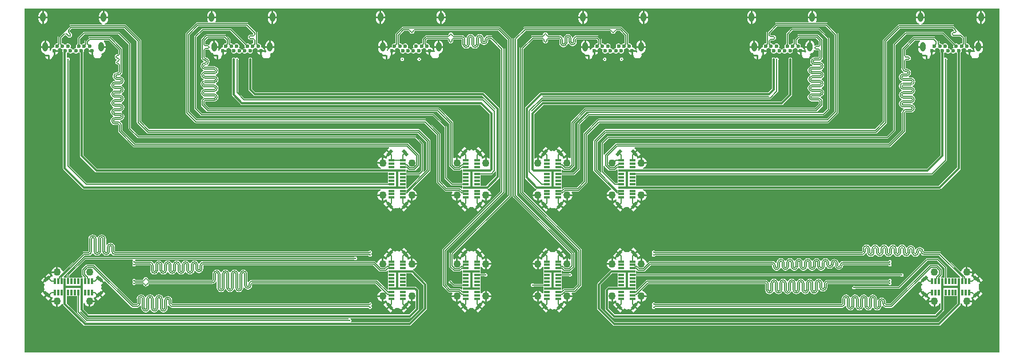
<source format=gbr>
%TF.GenerationSoftware,Altium Limited,Altium Designer,22.5.1 (42)*%
G04 Layer_Physical_Order=1*
G04 Layer_Color=255*
%FSLAX26Y26*%
%MOIN*%
%TF.SameCoordinates,06390142-FE97-446B-9427-C7DC68BF18C4*%
%TF.FilePolarity,Positive*%
%TF.FileFunction,Copper,L1,Top,Signal*%
%TF.Part,Single*%
G01*
G75*
%TA.AperFunction,Conductor*%
%ADD10C,0.005906*%
%TA.AperFunction,SMDPad,CuDef*%
%ADD11R,0.033465X0.011811*%
G04:AMPARAMS|DCode=12|XSize=19.685mil|YSize=40.551mil|CornerRadius=0mil|HoleSize=0mil|Usage=FLASHONLY|Rotation=40.000|XOffset=0mil|YOffset=0mil|HoleType=Round|Shape=Rectangle|*
%AMROTATEDRECTD12*
4,1,4,0.005493,-0.021859,-0.020573,0.009205,-0.005493,0.021859,0.020573,-0.009205,0.005493,-0.021859,0.0*
%
%ADD12ROTATEDRECTD12*%

G04:AMPARAMS|DCode=13|XSize=19.685mil|YSize=40.551mil|CornerRadius=0mil|HoleSize=0mil|Usage=FLASHONLY|Rotation=140.000|XOffset=0mil|YOffset=0mil|HoleType=Round|Shape=Rectangle|*
%AMROTATEDRECTD13*
4,1,4,0.020573,0.009205,-0.005493,-0.021859,-0.020573,-0.009205,0.005493,0.021859,0.020573,0.009205,0.0*
%
%ADD13ROTATEDRECTD13*%

G04:AMPARAMS|DCode=14|XSize=19.685mil|YSize=40.551mil|CornerRadius=0mil|HoleSize=0mil|Usage=FLASHONLY|Rotation=50.000|XOffset=0mil|YOffset=0mil|HoleType=Round|Shape=Rectangle|*
%AMROTATEDRECTD14*
4,1,4,0.009205,-0.020573,-0.021859,0.005493,-0.009205,0.020573,0.021859,-0.005493,0.009205,-0.020573,0.0*
%
%ADD14ROTATEDRECTD14*%

G04:AMPARAMS|DCode=15|XSize=19.685mil|YSize=40.551mil|CornerRadius=0mil|HoleSize=0mil|Usage=FLASHONLY|Rotation=310.000|XOffset=0mil|YOffset=0mil|HoleType=Round|Shape=Rectangle|*
%AMROTATEDRECTD15*
4,1,4,-0.021859,-0.005493,0.009205,0.020573,0.021859,0.005493,-0.009205,-0.020573,-0.021859,-0.005493,0.0*
%
%ADD15ROTATEDRECTD15*%

%ADD16R,0.011811X0.033465*%
%TA.AperFunction,Conductor*%
%ADD17C,0.005000*%
%ADD18C,0.011811*%
%ADD19C,0.007874*%
%TA.AperFunction,ComponentPad*%
%ADD20C,0.043307*%
%ADD21C,0.023622*%
%ADD22O,0.031496X0.055118*%
%TA.AperFunction,ViaPad*%
%ADD23C,0.011811*%
G36*
X6978028Y1191298D02*
X1289723D01*
Y3200465D01*
X6978028D01*
Y1191298D01*
D02*
G37*
%LPC*%
G36*
X6874685Y3186729D02*
Y3154607D01*
X6895655D01*
Y3161417D01*
X6894770Y3168139D01*
X6892175Y3174402D01*
X6888048Y3179781D01*
X6882670Y3183908D01*
X6876406Y3186503D01*
X6874685Y3186729D01*
D02*
G37*
G36*
X6864685Y3186729D02*
X6862963Y3186503D01*
X6856699Y3183908D01*
X6851321Y3179781D01*
X6847194Y3174402D01*
X6844599Y3168139D01*
X6843714Y3161417D01*
Y3154607D01*
X6864685D01*
Y3186729D01*
D02*
G37*
G36*
X3725078Y3186729D02*
Y3154607D01*
X3746048D01*
Y3161417D01*
X3745164Y3168139D01*
X3742569Y3174402D01*
X3738442Y3179781D01*
X3733063Y3183908D01*
X3726800Y3186503D01*
X3725078Y3186729D01*
D02*
G37*
G36*
X3715078Y3186729D02*
X3713357Y3186503D01*
X3707093Y3183908D01*
X3701715Y3179781D01*
X3697587Y3174402D01*
X3694993Y3168139D01*
X3694108Y3161417D01*
Y3154607D01*
X3715078D01*
Y3186729D01*
D02*
G37*
G36*
X6521141Y3186729D02*
Y3154606D01*
X6542111D01*
Y3161417D01*
X6541226Y3168139D01*
X6538632Y3174402D01*
X6534505Y3179781D01*
X6529126Y3183908D01*
X6522863Y3186503D01*
X6521141Y3186729D01*
D02*
G37*
G36*
X5536889D02*
Y3154606D01*
X5557859D01*
Y3161417D01*
X5556974Y3168139D01*
X5554380Y3174402D01*
X5550253Y3179781D01*
X5544874Y3183908D01*
X5538611Y3186503D01*
X5536889Y3186729D01*
D02*
G37*
G36*
X4552637D02*
Y3154606D01*
X4573607D01*
Y3161417D01*
X4572722Y3168139D01*
X4570128Y3174402D01*
X4566001Y3179781D01*
X4560622Y3183908D01*
X4554359Y3186503D01*
X4552637Y3186729D01*
D02*
G37*
G36*
X6511141D02*
X6509419Y3186503D01*
X6503156Y3183908D01*
X6497777Y3179781D01*
X6493650Y3174402D01*
X6491056Y3168139D01*
X6490171Y3161417D01*
Y3154606D01*
X6511141D01*
Y3186729D01*
D02*
G37*
G36*
X5526889D02*
X5525167Y3186503D01*
X5518904Y3183908D01*
X5513525Y3179781D01*
X5509398Y3174402D01*
X5506804Y3168139D01*
X5505919Y3161417D01*
Y3154606D01*
X5526889D01*
Y3186729D01*
D02*
G37*
G36*
X4542637D02*
X4540916Y3186503D01*
X4534652Y3183908D01*
X4529273Y3179781D01*
X4525146Y3174402D01*
X4522552Y3168139D01*
X4521667Y3161417D01*
Y3154606D01*
X4542637D01*
Y3186729D01*
D02*
G37*
G36*
X3371535Y3186729D02*
Y3154606D01*
X3392505D01*
Y3161417D01*
X3391620Y3168139D01*
X3389026Y3174402D01*
X3384898Y3179781D01*
X3379520Y3183908D01*
X3373256Y3186503D01*
X3371535Y3186729D01*
D02*
G37*
G36*
X2740826D02*
Y3154606D01*
X2761796D01*
Y3161417D01*
X2760912Y3168139D01*
X2758317Y3174402D01*
X2754190Y3179781D01*
X2748811Y3183908D01*
X2742548Y3186503D01*
X2740826Y3186729D01*
D02*
G37*
G36*
X2387283D02*
Y3154606D01*
X2408253D01*
Y3161417D01*
X2407368Y3168139D01*
X2404774Y3174402D01*
X2400646Y3179781D01*
X2395268Y3183908D01*
X2389004Y3186503D01*
X2387283Y3186729D01*
D02*
G37*
G36*
X1756574D02*
Y3154606D01*
X1777544D01*
Y3161417D01*
X1776659Y3168139D01*
X1774065Y3174402D01*
X1769938Y3179781D01*
X1764559Y3183908D01*
X1758296Y3186503D01*
X1756574Y3186729D01*
D02*
G37*
G36*
X1403031D02*
Y3154606D01*
X1424001D01*
Y3161417D01*
X1423116Y3168139D01*
X1420522Y3174402D01*
X1416395Y3179781D01*
X1411016Y3183908D01*
X1404752Y3186503D01*
X1403031Y3186729D01*
D02*
G37*
G36*
X3361535Y3186729D02*
X3359813Y3186503D01*
X3353550Y3183908D01*
X3348171Y3179781D01*
X3344044Y3174402D01*
X3341450Y3168139D01*
X3340565Y3161417D01*
Y3154606D01*
X3361535D01*
Y3186729D01*
D02*
G37*
G36*
X2730826D02*
X2729105Y3186503D01*
X2722841Y3183908D01*
X2717463Y3179781D01*
X2713335Y3174402D01*
X2710741Y3168139D01*
X2709856Y3161417D01*
Y3154606D01*
X2730826D01*
Y3186729D01*
D02*
G37*
G36*
X2377283D02*
X2375561Y3186503D01*
X2369298Y3183908D01*
X2363919Y3179781D01*
X2359792Y3174402D01*
X2357198Y3168139D01*
X2356313Y3161417D01*
Y3154606D01*
X2377283D01*
Y3186729D01*
D02*
G37*
G36*
X1746574D02*
X1744853Y3186503D01*
X1738589Y3183908D01*
X1733210Y3179781D01*
X1729083Y3174402D01*
X1726489Y3168139D01*
X1725604Y3161417D01*
Y3154606D01*
X1746574D01*
Y3186729D01*
D02*
G37*
G36*
X1393031D02*
X1391309Y3186503D01*
X1385046Y3183908D01*
X1379667Y3179781D01*
X1375540Y3174402D01*
X1372946Y3168139D01*
X1372061Y3161417D01*
Y3154606D01*
X1393031D01*
Y3186729D01*
D02*
G37*
G36*
X5890432Y3186729D02*
Y3154606D01*
X5911403D01*
Y3161417D01*
X5910518Y3168139D01*
X5907923Y3174402D01*
X5903796Y3179781D01*
X5898418Y3183908D01*
X5892154Y3186503D01*
X5890432Y3186729D01*
D02*
G37*
G36*
X4906180D02*
Y3154606D01*
X4927151D01*
Y3161417D01*
X4926266Y3168139D01*
X4923671Y3174402D01*
X4919544Y3179781D01*
X4914166Y3183908D01*
X4907902Y3186503D01*
X4906180Y3186729D01*
D02*
G37*
G36*
X5880432Y3186729D02*
X5878711Y3186503D01*
X5872447Y3183908D01*
X5867069Y3179781D01*
X5862942Y3174402D01*
X5860347Y3168139D01*
X5859462Y3161417D01*
Y3154606D01*
X5880432D01*
Y3186729D01*
D02*
G37*
G36*
X4896180D02*
X4894459Y3186503D01*
X4888195Y3183908D01*
X4882817Y3179781D01*
X4878690Y3174402D01*
X4876095Y3168139D01*
X4875210Y3161417D01*
Y3154606D01*
X4896180D01*
Y3186729D01*
D02*
G37*
G36*
X6895655Y3144607D02*
X6874685D01*
Y3112483D01*
X6876406Y3112710D01*
X6882670Y3115304D01*
X6888048Y3119432D01*
X6892175Y3124810D01*
X6894770Y3131074D01*
X6895655Y3137795D01*
Y3144607D01*
D02*
G37*
G36*
X4896180Y3144606D02*
X4875210D01*
Y3137795D01*
X4876095Y3131074D01*
X4878690Y3124810D01*
X4882817Y3119432D01*
X4888195Y3115304D01*
X4894459Y3112710D01*
X4896180Y3112483D01*
Y3144606D01*
D02*
G37*
G36*
X3746048Y3144607D02*
X3725078D01*
Y3112483D01*
X3726800Y3112710D01*
X3733063Y3115304D01*
X3738442Y3119432D01*
X3742569Y3124810D01*
X3745164Y3131074D01*
X3746048Y3137795D01*
Y3144607D01*
D02*
G37*
G36*
X3361535Y3144606D02*
X3340565D01*
Y3137795D01*
X3341450Y3131074D01*
X3344044Y3124810D01*
X3348171Y3119432D01*
X3353550Y3115304D01*
X3359813Y3112710D01*
X3361535Y3112483D01*
Y3144606D01*
D02*
G37*
G36*
X2730826D02*
X2709856D01*
Y3137795D01*
X2710741Y3131074D01*
X2713335Y3124810D01*
X2717463Y3119432D01*
X2722841Y3115304D01*
X2729105Y3112710D01*
X2730826Y3112483D01*
Y3144606D01*
D02*
G37*
G36*
X1393031D02*
X1372061D01*
Y3137795D01*
X1372946Y3131074D01*
X1375540Y3124810D01*
X1379667Y3119432D01*
X1385046Y3115304D01*
X1391309Y3112710D01*
X1393031Y3112483D01*
Y3144606D01*
D02*
G37*
G36*
X5557859Y3144606D02*
X5536889D01*
Y3112483D01*
X5538611Y3112710D01*
X5544874Y3115304D01*
X5550253Y3119432D01*
X5554380Y3124810D01*
X5556974Y3131074D01*
X5557859Y3137795D01*
Y3144606D01*
D02*
G37*
G36*
X4573607D02*
X4552637D01*
Y3112483D01*
X4554359Y3112710D01*
X4560622Y3115304D01*
X4566001Y3119432D01*
X4570128Y3124810D01*
X4572722Y3131074D01*
X4573607Y3137795D01*
Y3144606D01*
D02*
G37*
G36*
X5526889D02*
X5505919D01*
Y3137795D01*
X5506804Y3131074D01*
X5509398Y3124810D01*
X5513525Y3119432D01*
X5518904Y3115304D01*
X5525167Y3112710D01*
X5526889Y3112483D01*
Y3144606D01*
D02*
G37*
G36*
X4542637D02*
X4521667D01*
Y3137795D01*
X4522552Y3131074D01*
X4525146Y3124810D01*
X4529273Y3119432D01*
X4534652Y3115304D01*
X4540916Y3112710D01*
X4542637Y3112483D01*
Y3144606D01*
D02*
G37*
G36*
X3392505Y3144606D02*
X3371535D01*
Y3112483D01*
X3373256Y3112710D01*
X3379520Y3115304D01*
X3384898Y3119432D01*
X3389026Y3124810D01*
X3391620Y3131074D01*
X3392505Y3137795D01*
Y3144606D01*
D02*
G37*
G36*
X2761796D02*
X2740826D01*
Y3112483D01*
X2742548Y3112710D01*
X2748811Y3115304D01*
X2754190Y3119432D01*
X2758317Y3124810D01*
X2760912Y3131074D01*
X2761796Y3137795D01*
Y3144606D01*
D02*
G37*
G36*
X1424001D02*
X1403031D01*
Y3112483D01*
X1404752Y3112710D01*
X1411016Y3115304D01*
X1416395Y3119432D01*
X1420522Y3124810D01*
X1423116Y3131074D01*
X1424001Y3137795D01*
Y3144606D01*
D02*
G37*
G36*
X3715078Y3144607D02*
X3694108D01*
Y3137795D01*
X3694993Y3131074D01*
X3697587Y3124810D01*
X3701715Y3119432D01*
X3707093Y3115304D01*
X3713357Y3112710D01*
X3715078Y3112483D01*
Y3144607D01*
D02*
G37*
G36*
X4927151Y3144606D02*
X4906180D01*
Y3112483D01*
X4907902Y3112710D01*
X4914166Y3115304D01*
X4919544Y3119432D01*
X4923671Y3124810D01*
X4926266Y3131074D01*
X4927151Y3137795D01*
Y3144606D01*
D02*
G37*
G36*
X6864685Y3144607D02*
X6843714D01*
Y3137795D01*
X6844599Y3131074D01*
X6847194Y3124810D01*
X6851321Y3119432D01*
X6856699Y3115304D01*
X6862963Y3112710D01*
X6864685Y3112483D01*
Y3144607D01*
D02*
G37*
G36*
X5911403Y3144606D02*
X5885432D01*
X5859462D01*
Y3137795D01*
X5860347Y3131074D01*
X5862693Y3125411D01*
X5860926Y3120723D01*
X5860772Y3120411D01*
X5674975D01*
X5672287Y3119876D01*
X5670008Y3118353D01*
X5619935Y3068280D01*
X5618412Y3066001D01*
X5617877Y3063313D01*
Y2996839D01*
X5617305Y2996457D01*
X5611040D01*
X5605252Y2994059D01*
X5600822Y2989629D01*
X5598425Y2983841D01*
Y2977576D01*
X5596677Y2974961D01*
X5594086D01*
X5586070Y2971640D01*
X5579934Y2965505D01*
X5576614Y2957488D01*
X5573088Y2955561D01*
X5571148Y2957845D01*
X5572033Y2964567D01*
Y2971378D01*
X5546062D01*
X5520092D01*
Y2964567D01*
X5520977Y2957845D01*
X5523572Y2951582D01*
X5527699Y2946203D01*
X5533077Y2942076D01*
X5539341Y2939482D01*
X5541655Y2939177D01*
X5544806Y2933719D01*
X5544326Y2932559D01*
X5566928D01*
Y2927559D01*
X5571928D01*
Y2904957D01*
X5579841Y2908234D01*
X5586253Y2914647D01*
X5589724Y2923025D01*
Y2927733D01*
X5593425Y2930792D01*
Y2953150D01*
X5598425D01*
Y2958150D01*
X5619962D01*
X5617203Y2964808D01*
X5617305Y2964961D01*
X5623093Y2967358D01*
X5627087Y2971352D01*
X5629921Y2971588D01*
X5632754Y2971352D01*
X5636748Y2967358D01*
X5642536Y2964961D01*
X5644050D01*
X5644211Y2964845D01*
X5646979Y2959961D01*
X5645472Y2956321D01*
Y2949978D01*
X5647899Y2944117D01*
X5652385Y2939632D01*
X5658245Y2937205D01*
X5664588D01*
X5670449Y2939632D01*
X5674413Y2943596D01*
X5677071Y2943923D01*
X5680149Y2943642D01*
X5683992Y2939799D01*
X5689780Y2937402D01*
X5696045D01*
X5701833Y2939799D01*
X5705827Y2943793D01*
X5708661Y2944029D01*
X5711495Y2943793D01*
X5715488Y2939799D01*
X5721276Y2937402D01*
X5727541D01*
X5733329Y2939799D01*
X5737172Y2943642D01*
X5740251Y2943923D01*
X5742909Y2943596D01*
X5746873Y2939632D01*
X5752733Y2937205D01*
X5759077D01*
X5764937Y2939632D01*
X5769422Y2944117D01*
X5771850Y2949978D01*
Y2956321D01*
X5770342Y2959961D01*
X5773110Y2964845D01*
X5773271Y2964961D01*
X5774785D01*
X5780573Y2967358D01*
X5784567Y2971352D01*
X5787401Y2971588D01*
X5790235Y2971352D01*
X5794229Y2967358D01*
X5800016Y2964961D01*
X5800118Y2964808D01*
X5797360Y2958150D01*
X5840434D01*
X5837387Y2965505D01*
X5831252Y2971640D01*
X5823235Y2974961D01*
X5820645D01*
X5818897Y2977576D01*
Y2983841D01*
X5816499Y2989629D01*
X5812069Y2994059D01*
X5806282Y2996457D01*
X5800017D01*
X5799447Y2996838D01*
Y3013823D01*
X5812064Y3026440D01*
X5908508D01*
X5924078Y3010870D01*
Y2987482D01*
X5923759D01*
X5923581Y2987051D01*
X5923150Y2986873D01*
Y2986554D01*
X5908367D01*
Y2986710D01*
X5902576Y2985558D01*
X5902229Y2985326D01*
X5897229Y2987999D01*
Y2988189D01*
X5896345Y2994911D01*
X5893750Y3001174D01*
X5889623Y3006553D01*
X5884244Y3010680D01*
X5877981Y3013274D01*
X5876259Y3013501D01*
Y2976378D01*
X5871259D01*
Y2971378D01*
X5845289D01*
Y2964567D01*
X5846174Y2957845D01*
X5848768Y2951582D01*
X5849748Y2950305D01*
X5847666Y2945903D01*
X5844219Y2945620D01*
X5841933Y2948150D01*
X5823897D01*
Y2931089D01*
X5823965Y2931072D01*
X5827370Y2928278D01*
X5827227Y2927559D01*
X5828541Y2920954D01*
X5832282Y2915354D01*
X5837882Y2911612D01*
X5844488Y2910298D01*
X5856299D01*
X5862904Y2911612D01*
X5868504Y2915354D01*
X5872246Y2920954D01*
X5873560Y2927559D01*
X5872339Y2933696D01*
X5872390Y2934424D01*
X5874971Y2939086D01*
X5877981Y2939482D01*
X5884244Y2942076D01*
X5889623Y2946203D01*
X5893750Y2951582D01*
X5895663Y2956201D01*
X5899946Y2958198D01*
X5901453Y2958345D01*
X5902576Y2957595D01*
X5908367Y2956443D01*
Y2956599D01*
X5923150D01*
Y2956280D01*
X5923581Y2956102D01*
X5923759Y2955671D01*
X5924078D01*
Y2917861D01*
X5923759D01*
X5923581Y2917430D01*
X5923150Y2917252D01*
Y2916933D01*
X5898275D01*
Y2917285D01*
X5888567Y2915354D01*
X5880336Y2909855D01*
X5874837Y2901625D01*
X5872906Y2891916D01*
X5874837Y2882208D01*
X5880336Y2873977D01*
X5886224Y2870043D01*
X5885357Y2867185D01*
X5884237Y2865357D01*
X5874723Y2863465D01*
X5866493Y2857965D01*
X5860993Y2849735D01*
X5859062Y2840027D01*
X5860993Y2830318D01*
X5866493Y2822088D01*
X5874625Y2816654D01*
X5874723Y2816094D01*
Y2812070D01*
X5874625Y2811510D01*
X5866493Y2806076D01*
X5860993Y2797845D01*
X5859062Y2788137D01*
X5860993Y2778429D01*
X5866493Y2770198D01*
X5874625Y2764764D01*
X5874723Y2764204D01*
Y2760180D01*
X5874625Y2759620D01*
X5866493Y2754186D01*
X5860993Y2745956D01*
X5859062Y2736247D01*
X5860993Y2726539D01*
X5866493Y2718309D01*
X5874625Y2712874D01*
X5874723Y2712315D01*
Y2708291D01*
X5874625Y2707731D01*
X5866493Y2702297D01*
X5860993Y2694066D01*
X5859062Y2684358D01*
X5860993Y2674649D01*
X5866493Y2666419D01*
X5874723Y2660920D01*
X5884431Y2658988D01*
Y2659341D01*
X5923150D01*
Y2659022D01*
X5923581Y2658844D01*
X5923759Y2658413D01*
X5924078D01*
Y2644642D01*
X5900633Y2621198D01*
X4561590D01*
X4558901Y2620663D01*
X4556622Y2619140D01*
X4478301Y2540819D01*
X4476778Y2538540D01*
X4476243Y2535851D01*
Y2329113D01*
X4471243Y2326226D01*
X4466942Y2328709D01*
X4459724Y2330643D01*
Y2299213D01*
X4449724D01*
Y2330643D01*
X4442507Y2328709D01*
X4435777Y2324823D01*
X4432996Y2325464D01*
X4430410Y2326505D01*
X4429488Y2328898D01*
X4430767Y2330629D01*
X4410933Y2354267D01*
X4391473Y2377459D01*
X4383158Y2370482D01*
X4380103Y2367918D01*
X4375317Y2368729D01*
X4373485Y2369488D01*
X4366672D01*
X4364840Y2368729D01*
X4360055Y2367918D01*
X4357000Y2370482D01*
X4348685Y2377459D01*
X4329224Y2354266D01*
X4309366Y2330601D01*
X4310669Y2328898D01*
X4309747Y2326505D01*
X4307161Y2325464D01*
X4304381Y2324823D01*
X4297651Y2328709D01*
X4290433Y2330643D01*
Y2299213D01*
X4280433D01*
Y2330643D01*
X4273215Y2328709D01*
X4268189Y2325807D01*
X4263189Y2328470D01*
Y2584343D01*
X4317232Y2638386D01*
X5708661D01*
X5712578Y2639165D01*
X5715899Y2641384D01*
X5765111Y2690596D01*
X5767330Y2693917D01*
X5768109Y2697834D01*
Y2905512D01*
X5767913Y2906501D01*
Y2907509D01*
X5767527Y2908440D01*
X5767330Y2909429D01*
X5766770Y2910267D01*
X5766384Y2911199D01*
X5765671Y2911912D01*
X5765111Y2912750D01*
X5764273Y2913310D01*
X5763560Y2914023D01*
X5762629Y2914409D01*
X5761791Y2914969D01*
X5760802Y2915165D01*
X5759870Y2915551D01*
X5758862D01*
X5757873Y2915748D01*
X5756885Y2915551D01*
X5755876D01*
X5754945Y2915165D01*
X5753956Y2914969D01*
X5753118Y2914409D01*
X5752186Y2914023D01*
X5751474Y2913310D01*
X5750635Y2912750D01*
X5750075Y2911912D01*
X5749362Y2911199D01*
X5748976Y2910267D01*
X5748417Y2909429D01*
X5748220Y2908440D01*
X5747834Y2907509D01*
Y2906501D01*
X5747637Y2905512D01*
Y2702074D01*
X5704421Y2658858D01*
X4312992D01*
X4309075Y2658079D01*
X4305754Y2655860D01*
X4250437Y2600543D01*
X4244961Y2602139D01*
X4244713Y2603258D01*
X4312841Y2671386D01*
X5639764D01*
X5642352Y2671901D01*
X5644547Y2673367D01*
X5683916Y2712736D01*
X5685382Y2714931D01*
X5685897Y2717519D01*
Y2898078D01*
X5687644Y2899825D01*
X5689173Y2903515D01*
Y2907509D01*
X5687644Y2911199D01*
X5684820Y2914023D01*
X5681130Y2915551D01*
X5677136D01*
X5673446Y2914023D01*
X5672557Y2913134D01*
X5671008Y2912482D01*
X5667087Y2912725D01*
X5666059Y2913169D01*
X5665848Y2913310D01*
X5665135Y2914023D01*
X5664204Y2914409D01*
X5663365Y2914969D01*
X5662377Y2915165D01*
X5661445Y2915551D01*
X5660437D01*
X5659448Y2915748D01*
X5658459Y2915551D01*
X5657451D01*
X5656520Y2915165D01*
X5655531Y2914969D01*
X5654693Y2914409D01*
X5653761Y2914023D01*
X5653048Y2913310D01*
X5652210Y2912750D01*
X5651650Y2911912D01*
X5650937Y2911199D01*
X5650551Y2910267D01*
X5649991Y2909429D01*
X5649795Y2908440D01*
X5649409Y2907509D01*
Y2906501D01*
X5649212Y2905512D01*
Y2731602D01*
X5628634Y2711023D01*
X4303150D01*
X4299232Y2710244D01*
X4295912Y2708025D01*
X4212250Y2624364D01*
X4210031Y2621043D01*
X4209252Y2617126D01*
Y2214567D01*
X4210031Y2210650D01*
X4212250Y2207329D01*
X4271305Y2148274D01*
X4274626Y2146055D01*
X4276271Y2145728D01*
X4276439Y2140596D01*
X4273215Y2139733D01*
X4265997Y2135565D01*
X4260104Y2129672D01*
X4255937Y2122454D01*
X4254003Y2115236D01*
X4285433D01*
Y2110236D01*
X4290433D01*
Y2078806D01*
X4297651Y2080740D01*
X4304381Y2084625D01*
X4307161Y2083984D01*
X4309747Y2082943D01*
X4310669Y2080551D01*
X4309390Y2078820D01*
X4329224Y2055182D01*
X4348685Y2031990D01*
X4355886Y2038033D01*
X4358867Y2037607D01*
X4364011Y2034170D01*
X4370079Y2032963D01*
X4376146Y2034170D01*
X4381290Y2037607D01*
X4384271Y2038033D01*
X4391473Y2031990D01*
X4410933Y2055182D01*
X4430791Y2078848D01*
X4429488Y2080551D01*
X4430410Y2082943D01*
X4432996Y2083984D01*
X4435777Y2084625D01*
X4442507Y2080740D01*
X4449724Y2078806D01*
Y2110236D01*
X4454724D01*
Y2115236D01*
X4486155D01*
X4484221Y2122454D01*
X4481738Y2126755D01*
X4484624Y2131755D01*
X4520103D01*
X4522791Y2132289D01*
X4525070Y2133812D01*
X4572093Y2180835D01*
X4573616Y2183114D01*
X4574151Y2185802D01*
Y2461854D01*
X4644642Y2532345D01*
X5977780D01*
X5980469Y2532880D01*
X5982748Y2534403D01*
X6035676Y2587331D01*
X6037199Y2589610D01*
X6037733Y2592298D01*
Y3053371D01*
X6037199Y3056059D01*
X6035676Y3058338D01*
X5975661Y3118353D01*
X5973382Y3119876D01*
X5970694Y3120411D01*
X5910093D01*
X5909939Y3120723D01*
X5908172Y3125411D01*
X5910518Y3131074D01*
X5911403Y3137795D01*
Y3144606D01*
D02*
G37*
G36*
X6860511Y3013501D02*
Y2981378D01*
X6881481D01*
Y2988189D01*
X6880596Y2994911D01*
X6878002Y3001174D01*
X6873875Y3006553D01*
X6868496Y3010680D01*
X6862233Y3013274D01*
X6860511Y3013501D01*
D02*
G37*
G36*
X5551062D02*
Y2981378D01*
X5572033D01*
Y2988189D01*
X5571148Y2994911D01*
X5568553Y3001174D01*
X5564426Y3006553D01*
X5559047Y3010680D01*
X5552784Y3013274D01*
X5551062Y3013501D01*
D02*
G37*
G36*
X4892007D02*
Y2981378D01*
X4912977D01*
Y2988189D01*
X4912092Y2994911D01*
X4909498Y3001174D01*
X4905371Y3006553D01*
X4899992Y3010680D01*
X4893729Y3013274D01*
X4892007Y3013501D01*
D02*
G37*
G36*
X4566810D02*
Y2981378D01*
X4587781D01*
Y2988189D01*
X4586896Y2994911D01*
X4584301Y3001174D01*
X4580174Y3006553D01*
X4574796Y3010680D01*
X4568532Y3013274D01*
X4566810Y3013501D01*
D02*
G37*
G36*
X1417204D02*
Y2981378D01*
X1438174D01*
Y2988189D01*
X1437289Y2994911D01*
X1434695Y3001174D01*
X1430568Y3006553D01*
X1425189Y3010680D01*
X1418926Y3013274D01*
X1417204Y3013501D01*
D02*
G37*
G36*
X6850511D02*
X6848790Y3013274D01*
X6842526Y3010680D01*
X6837148Y3006553D01*
X6833020Y3001174D01*
X6830426Y2994911D01*
X6829541Y2988189D01*
Y2981378D01*
X6850511D01*
Y3013501D01*
D02*
G37*
G36*
X5866259D02*
X5864538Y3013274D01*
X5858274Y3010680D01*
X5852895Y3006553D01*
X5848768Y3001174D01*
X5846174Y2994911D01*
X5845289Y2988189D01*
Y2981378D01*
X5866259D01*
Y3013501D01*
D02*
G37*
G36*
X5541062D02*
X5539341Y3013274D01*
X5533077Y3010680D01*
X5527699Y3006553D01*
X5523572Y3001174D01*
X5520977Y2994911D01*
X5520092Y2988189D01*
Y2981378D01*
X5541062D01*
Y3013501D01*
D02*
G37*
G36*
X4882007D02*
X4880286Y3013274D01*
X4874022Y3010680D01*
X4868644Y3006553D01*
X4864516Y3001174D01*
X4861922Y2994911D01*
X4861037Y2988189D01*
Y2981378D01*
X4882007D01*
Y3013501D01*
D02*
G37*
G36*
X4556810D02*
X4555089Y3013274D01*
X4548825Y3010680D01*
X4543447Y3006553D01*
X4539319Y3001174D01*
X4536725Y2994911D01*
X4535840Y2988189D01*
Y2981378D01*
X4556810D01*
Y3013501D01*
D02*
G37*
G36*
X1407204D02*
X1405483Y3013274D01*
X1399219Y3010680D01*
X1393840Y3006553D01*
X1389713Y3001174D01*
X1387119Y2994911D01*
X1386234Y2988189D01*
Y2981378D01*
X1407204D01*
Y3013501D01*
D02*
G37*
G36*
X2726653Y3013501D02*
Y2981378D01*
X2747623D01*
Y2988189D01*
X2746738Y2994911D01*
X2744144Y3001174D01*
X2740017Y3006553D01*
X2734638Y3010680D01*
X2728374Y3013274D01*
X2726653Y3013501D01*
D02*
G37*
G36*
X3710905D02*
Y2981378D01*
X3731875D01*
Y2988189D01*
X3730990Y2994911D01*
X3728396Y3001174D01*
X3724269Y3006553D01*
X3718890Y3010680D01*
X3712626Y3013274D01*
X3710905Y3013501D01*
D02*
G37*
G36*
X3385708D02*
Y2981378D01*
X3406678D01*
Y2988189D01*
X3405793Y2994911D01*
X3403199Y3001174D01*
X3399072Y3006553D01*
X3393693Y3010680D01*
X3387430Y3013274D01*
X3385708Y3013501D01*
D02*
G37*
G36*
X3700905Y3013501D02*
X3699183Y3013274D01*
X3692920Y3010680D01*
X3687541Y3006553D01*
X3683414Y3001174D01*
X3680820Y2994911D01*
X3679935Y2988189D01*
Y2981378D01*
X3700905D01*
Y3013501D01*
D02*
G37*
G36*
X3375708D02*
X3373986Y3013274D01*
X3367723Y3010680D01*
X3362344Y3006553D01*
X3358217Y3001174D01*
X3355623Y2994911D01*
X3354738Y2988189D01*
Y2981378D01*
X3375708D01*
Y3013501D01*
D02*
G37*
G36*
X2716653D02*
X2714931Y3013274D01*
X2708668Y3010680D01*
X2703289Y3006553D01*
X2699162Y3001174D01*
X2696568Y2994911D01*
X2695683Y2988189D01*
Y2981378D01*
X2716653D01*
Y3013501D01*
D02*
G37*
G36*
X6542111Y3144606D02*
X6516141D01*
X6490171D01*
Y3137795D01*
X6491056Y3131074D01*
X6493650Y3124810D01*
X6497777Y3119432D01*
X6503156Y3115304D01*
X6509419Y3112710D01*
X6510139Y3112615D01*
X6509811Y3107615D01*
X6390526D01*
X6387838Y3107081D01*
X6385559Y3105558D01*
X6299954Y3019952D01*
X6298431Y3017673D01*
X6297896Y3014985D01*
Y2543067D01*
X6251027Y2496198D01*
X4676747D01*
X4674059Y2495663D01*
X4671780Y2494140D01*
X4610977Y2433338D01*
X4609455Y2431059D01*
X4608920Y2428371D01*
Y2253162D01*
X4609455Y2250473D01*
X4610977Y2248195D01*
X4712577Y2146595D01*
X4711083Y2141018D01*
X4706286Y2139733D01*
X4699068Y2135565D01*
X4693175Y2129672D01*
X4689008Y2122454D01*
X4687074Y2115236D01*
X4718504D01*
Y2110236D01*
X4723504D01*
Y2078806D01*
X4730722Y2080740D01*
X4737452Y2084625D01*
X4740232Y2083984D01*
X4742818Y2082943D01*
X4743740Y2080551D01*
X4742461Y2078820D01*
X4762295Y2055182D01*
X4781756Y2031990D01*
X4790070Y2038967D01*
X4793126Y2041531D01*
X4797911Y2040719D01*
X4799743Y2039961D01*
X4806556D01*
X4808388Y2040719D01*
X4813174Y2041531D01*
X4816229Y2038967D01*
X4824543Y2031990D01*
X4844004Y2055182D01*
X4863862Y2078848D01*
X4862559Y2080551D01*
X4863481Y2082943D01*
X4866067Y2083984D01*
X4868848Y2084625D01*
X4875578Y2080740D01*
X4882795Y2078806D01*
Y2110236D01*
X4887795D01*
Y2115236D01*
X4919226D01*
X4917292Y2122454D01*
X4913124Y2129672D01*
X4907231Y2135565D01*
X4900013Y2139733D01*
X4897986Y2140276D01*
X4898644Y2145276D01*
X6628937D01*
X6632854Y2146055D01*
X6636175Y2148274D01*
X6749365Y2261463D01*
X6751583Y2264784D01*
X6752363Y2268702D01*
Y2905512D01*
Y2942806D01*
X6753674Y2944117D01*
X6756102Y2949978D01*
Y2956321D01*
X6754594Y2959961D01*
X6757362Y2964845D01*
X6757523Y2964961D01*
X6759037D01*
X6764825Y2967358D01*
X6768819Y2971352D01*
X6771653Y2971588D01*
X6774487Y2971352D01*
X6778480Y2967358D01*
X6784268Y2964961D01*
X6784370Y2964808D01*
X6781612Y2958150D01*
X6824686D01*
X6821640Y2965505D01*
X6815504Y2971640D01*
X6807488Y2974961D01*
X6804897D01*
X6803149Y2977576D01*
Y2983841D01*
X6800752Y2989629D01*
X6796322Y2994059D01*
X6790533Y2996457D01*
X6784269D01*
X6783699Y2996838D01*
Y3033686D01*
X6783164Y3036374D01*
X6781641Y3038653D01*
X6714736Y3105558D01*
X6712458Y3107081D01*
X6709769Y3107615D01*
X6522471D01*
X6522143Y3112615D01*
X6522863Y3112710D01*
X6529126Y3115304D01*
X6534505Y3119432D01*
X6538632Y3124810D01*
X6541226Y3131074D01*
X6542111Y3137795D01*
Y3144606D01*
D02*
G37*
G36*
X4770891Y3093836D02*
X4205487D01*
X4202799Y3093301D01*
X4200520Y3091778D01*
X4140702Y3031961D01*
X4139179Y3029682D01*
X4138645Y3026993D01*
Y2104331D01*
X4139179Y2101642D01*
X4140702Y2099364D01*
X4476243Y1763823D01*
Y1738562D01*
X4471243Y1735675D01*
X4466942Y1738158D01*
X4459724Y1740092D01*
Y1708661D01*
X4449724D01*
Y1740092D01*
X4442507Y1738158D01*
X4435777Y1734272D01*
X4432996Y1734913D01*
X4430410Y1735954D01*
X4429488Y1738346D01*
X4430767Y1740078D01*
X4410933Y1763715D01*
X4391473Y1786908D01*
X4383158Y1779930D01*
X4380103Y1777367D01*
X4375317Y1778178D01*
X4373485Y1778937D01*
X4366672D01*
X4364840Y1778178D01*
X4360055Y1777367D01*
X4357000Y1779931D01*
X4348685Y1786908D01*
X4329224Y1763715D01*
X4309366Y1740050D01*
X4310669Y1738346D01*
X4309747Y1735954D01*
X4307161Y1734913D01*
X4304381Y1734272D01*
X4297651Y1738158D01*
X4290433Y1740092D01*
Y1708662D01*
Y1677231D01*
X4297651Y1679165D01*
X4304869Y1683332D01*
X4310762Y1689226D01*
X4311732Y1690906D01*
X4316732Y1689566D01*
X4316732Y1687913D01*
Y1673425D01*
X4316535D01*
Y1633661D01*
X4316732D01*
Y1594685D01*
X4316535D01*
Y1591410D01*
X4261371D01*
X4259624Y1593157D01*
X4255934Y1594685D01*
X4251940D01*
X4248250Y1593157D01*
X4245426Y1590333D01*
X4243898Y1586643D01*
Y1582649D01*
X4245426Y1578959D01*
X4248250Y1576135D01*
X4251940Y1574606D01*
X4255934D01*
X4259624Y1576135D01*
X4261371Y1577882D01*
X4316535D01*
Y1554921D01*
X4316732D01*
Y1538780D01*
X4311732Y1537440D01*
X4310762Y1539121D01*
X4304869Y1545014D01*
X4297651Y1549181D01*
X4290433Y1551115D01*
Y1519685D01*
Y1488255D01*
X4297651Y1490189D01*
X4304381Y1494074D01*
X4307161Y1493433D01*
X4309747Y1492392D01*
X4310669Y1490000D01*
X4309390Y1488268D01*
X4329224Y1464631D01*
X4348685Y1441439D01*
X4355886Y1447481D01*
X4358867Y1447056D01*
X4364011Y1443619D01*
X4370079Y1442412D01*
X4376146Y1443619D01*
X4381290Y1447056D01*
X4384271Y1447481D01*
X4391473Y1441439D01*
X4410933Y1464631D01*
X4430791Y1488297D01*
X4429488Y1490000D01*
X4430410Y1492392D01*
X4432996Y1493433D01*
X4435777Y1494074D01*
X4442507Y1490189D01*
X4449724Y1488255D01*
Y1519685D01*
X4454724D01*
Y1524685D01*
X4486155D01*
X4484221Y1531903D01*
X4481738Y1536204D01*
X4484624Y1541204D01*
X4499434D01*
X4502122Y1541738D01*
X4504401Y1543261D01*
X4539613Y1578473D01*
X4541136Y1580752D01*
X4541670Y1583440D01*
Y1789395D01*
X4541136Y1792083D01*
X4539613Y1794362D01*
X4202103Y2131871D01*
Y2963823D01*
X4258815Y3020535D01*
X4313850D01*
Y3020216D01*
X4314281Y3020037D01*
X4314459Y3019606D01*
X4314778D01*
Y3012380D01*
X4314622D01*
X4315774Y3006588D01*
X4319055Y3001679D01*
X4323964Y2998398D01*
X4329755Y2997246D01*
X4329755D01*
X4329756D01*
Y2997246D01*
X4335547Y2998398D01*
X4340456Y3001679D01*
X4343737Y3006588D01*
X4344889Y3012380D01*
X4344733D01*
Y3019606D01*
X4345051D01*
X4345230Y3020037D01*
X4345661Y3020216D01*
Y3020535D01*
X4408699D01*
Y3020216D01*
X4409130Y3020037D01*
X4409308Y3019606D01*
X4409627D01*
Y3001352D01*
X4409274D01*
X4411205Y2991644D01*
X4416705Y2983414D01*
X4424935Y2977914D01*
X4434643Y2975983D01*
X4444352Y2977914D01*
X4452582Y2983414D01*
X4458082Y2991644D01*
X4458851Y2995511D01*
X4464112Y2996331D01*
X4468594Y2989623D01*
X4476825Y2984124D01*
X4486533Y2982192D01*
X4496241Y2984124D01*
X4504472Y2989623D01*
X4509971Y2997853D01*
X4511902Y3007562D01*
X4511550D01*
Y3019606D01*
X4511868D01*
X4512047Y3020037D01*
X4512478Y3020216D01*
Y3020535D01*
X4627011D01*
X4633626Y3013920D01*
Y2996839D01*
X4633053Y2996457D01*
X4626788D01*
X4621000Y2994059D01*
X4616570Y2989629D01*
X4614173Y2983841D01*
Y2977576D01*
X4612425Y2974961D01*
X4609834D01*
X4601818Y2971640D01*
X4595682Y2965505D01*
X4592362Y2957488D01*
X4588837Y2955561D01*
X4586896Y2957845D01*
X4587781Y2964567D01*
Y2971378D01*
X4561810D01*
X4535840D01*
Y2964567D01*
X4536725Y2957845D01*
X4539319Y2951582D01*
X4543447Y2946203D01*
X4548825Y2942076D01*
X4555089Y2939482D01*
X4557403Y2939177D01*
X4560555Y2933719D01*
X4560074Y2932559D01*
X4582676D01*
Y2927559D01*
X4587676D01*
Y2904957D01*
X4595589Y2908234D01*
X4602001Y2914647D01*
X4605472Y2923025D01*
Y2927733D01*
X4609173Y2930792D01*
Y2953150D01*
X4614173D01*
Y2958150D01*
X4635710D01*
X4632951Y2964808D01*
X4633053Y2964961D01*
X4638841Y2967358D01*
X4642835Y2971352D01*
X4645669Y2971588D01*
X4648502Y2971352D01*
X4652496Y2967358D01*
X4658284Y2964961D01*
X4659798D01*
X4659959Y2964845D01*
X4662727Y2959961D01*
X4661220Y2956321D01*
Y2949978D01*
X4663647Y2944117D01*
X4668133Y2939632D01*
X4673993Y2937205D01*
X4680336D01*
X4686197Y2939632D01*
X4690161Y2943596D01*
X4692819Y2943923D01*
X4695897Y2943642D01*
X4699740Y2939799D01*
X4705528Y2937402D01*
X4711793D01*
X4717581Y2939799D01*
X4721575Y2943793D01*
X4724409Y2944029D01*
X4727243Y2943793D01*
X4731236Y2939799D01*
X4737024Y2937402D01*
X4743289D01*
X4749077Y2939799D01*
X4752920Y2943642D01*
X4755999Y2943923D01*
X4758657Y2943596D01*
X4762621Y2939632D01*
X4768481Y2937205D01*
X4774824D01*
X4780685Y2939632D01*
X4785170Y2944117D01*
X4787598Y2949978D01*
Y2956321D01*
X4786090Y2959961D01*
X4788858Y2964845D01*
X4789019Y2964961D01*
X4790533D01*
X4796321Y2967358D01*
X4800315Y2971352D01*
X4803149Y2971588D01*
X4805983Y2971352D01*
X4809976Y2967358D01*
X4815764Y2964961D01*
X4815866Y2964808D01*
X4813108Y2958150D01*
X4856182D01*
X4853136Y2965505D01*
X4847000Y2971640D01*
X4838984Y2974961D01*
X4836393D01*
X4834645Y2977576D01*
Y2983841D01*
X4832248Y2989629D01*
X4827818Y2994059D01*
X4822029Y2996457D01*
X4815765D01*
X4815194Y2996838D01*
Y3049532D01*
X4814660Y3052220D01*
X4813137Y3054499D01*
X4775858Y3091778D01*
X4773579Y3093301D01*
X4770891Y3093836D01*
D02*
G37*
G36*
X2408253Y3144606D02*
X2382283D01*
X2356313D01*
Y3137795D01*
X2357198Y3131074D01*
X2359543Y3125411D01*
X2357776Y3120723D01*
X2357622Y3120411D01*
X2297023D01*
X2294335Y3119876D01*
X2292056Y3118353D01*
X2232041Y3058338D01*
X2230518Y3056059D01*
X2229983Y3053371D01*
Y2592298D01*
X2230518Y2589610D01*
X2232041Y2587331D01*
X2284969Y2534403D01*
X2287248Y2532880D01*
X2289936Y2532345D01*
X3623075D01*
X3693566Y2461854D01*
Y2185802D01*
X3694101Y2183114D01*
X3695623Y2180835D01*
X3742646Y2133812D01*
X3744925Y2132289D01*
X3747613Y2131755D01*
X3783092D01*
X3785979Y2126755D01*
X3783496Y2122454D01*
X3781562Y2115236D01*
X3812992D01*
Y2110236D01*
X3817992D01*
Y2078806D01*
X3825210Y2080740D01*
X3831940Y2084625D01*
X3834720Y2083984D01*
X3837306Y2082943D01*
X3838228Y2080551D01*
X3836949Y2078820D01*
X3856783Y2055182D01*
X3876244Y2031990D01*
X3884559Y2038967D01*
X3887614Y2041531D01*
X3892399Y2040719D01*
X3894231Y2039961D01*
X3901044D01*
X3902876Y2040719D01*
X3907662Y2041531D01*
X3910717Y2038967D01*
X3919032Y2031990D01*
X3938492Y2055182D01*
X3958350Y2078848D01*
X3957048Y2080551D01*
X3957969Y2082943D01*
X3960555Y2083984D01*
X3963336Y2084625D01*
X3970066Y2080740D01*
X3977284Y2078806D01*
Y2110236D01*
X3982284D01*
Y2115236D01*
X4013714D01*
X4011780Y2122454D01*
X4007613Y2129672D01*
X4001719Y2135565D01*
X3994501Y2139733D01*
X3991278Y2140596D01*
X3991446Y2145728D01*
X3993090Y2146055D01*
X3996411Y2148274D01*
X4059403Y2211266D01*
X4061622Y2214587D01*
X4062401Y2218504D01*
Y2613189D01*
X4061622Y2617106D01*
X4059403Y2620427D01*
X3971805Y2708025D01*
X3968484Y2710244D01*
X3964567Y2711023D01*
X2639082D01*
X2618504Y2731602D01*
Y2905512D01*
X2618308Y2906501D01*
Y2907509D01*
X2617922Y2908440D01*
X2617725Y2909429D01*
X2617165Y2910267D01*
X2616779Y2911199D01*
X2616066Y2911912D01*
X2615506Y2912750D01*
X2614668Y2913310D01*
X2613955Y2914023D01*
X2613024Y2914409D01*
X2612186Y2914969D01*
X2611197Y2915165D01*
X2610265Y2915551D01*
X2609257D01*
X2608268Y2915748D01*
X2607279Y2915551D01*
X2606271D01*
X2605340Y2915165D01*
X2604351Y2914969D01*
X2603513Y2914409D01*
X2602581Y2914023D01*
X2601868Y2913310D01*
X2601030Y2912750D01*
X2600470Y2911912D01*
X2599757Y2911199D01*
X2599371Y2910267D01*
X2598811Y2909429D01*
X2598615Y2908440D01*
X2598229Y2907509D01*
Y2906501D01*
X2598032Y2905512D01*
Y2727362D01*
X2598811Y2723444D01*
X2601030Y2720124D01*
X2627604Y2693549D01*
X2630925Y2691331D01*
X2634843Y2690551D01*
X3960327D01*
X4039352Y2611526D01*
X4039152Y2610358D01*
X4033787Y2608652D01*
X3969350Y2673090D01*
X3967155Y2674556D01*
X3964567Y2675071D01*
X2573668D01*
X2536291Y2712448D01*
Y2898078D01*
X2538038Y2899825D01*
X2539566Y2903515D01*
Y2907509D01*
X2538038Y2911199D01*
X2535214Y2914023D01*
X2531524Y2915551D01*
X2527530D01*
X2523840Y2914023D01*
X2522951Y2913134D01*
X2521404Y2912483D01*
X2517482Y2912725D01*
X2516454Y2913169D01*
X2516243Y2913310D01*
X2515530Y2914023D01*
X2514599Y2914409D01*
X2513760Y2914969D01*
X2512772Y2915165D01*
X2511840Y2915551D01*
X2510832D01*
X2509843Y2915748D01*
X2508854Y2915551D01*
X2507846D01*
X2506915Y2915165D01*
X2505926Y2914969D01*
X2505088Y2914409D01*
X2504156Y2914023D01*
X2503443Y2913310D01*
X2502605Y2912750D01*
X2502045Y2911912D01*
X2501332Y2911199D01*
X2500946Y2910267D01*
X2500386Y2909429D01*
X2500189Y2908440D01*
X2499804Y2907509D01*
Y2906501D01*
X2499607Y2905512D01*
Y2697834D01*
X2500386Y2693917D01*
X2502605Y2690596D01*
X2551817Y2641384D01*
X2555138Y2639165D01*
X2559055Y2638386D01*
X3950485D01*
X4004528Y2584343D01*
Y2328470D01*
X3999528Y2325807D01*
X3994501Y2328709D01*
X3987284Y2330643D01*
Y2299213D01*
X3977284D01*
Y2330643D01*
X3970066Y2328709D01*
X3963336Y2324823D01*
X3960555Y2325464D01*
X3957969Y2326505D01*
X3957048Y2328898D01*
X3958327Y2330629D01*
X3938492Y2354267D01*
X3919032Y2377459D01*
X3911831Y2371416D01*
X3908849Y2371842D01*
X3903706Y2375279D01*
X3897638Y2376486D01*
X3891570Y2375279D01*
X3886426Y2371842D01*
X3883445Y2371416D01*
X3876244Y2377459D01*
X3856783Y2354266D01*
X3836925Y2330601D01*
X3838228Y2328898D01*
X3837306Y2326505D01*
X3834720Y2325464D01*
X3831940Y2324823D01*
X3825210Y2328709D01*
X3817992Y2330643D01*
Y2299213D01*
X3807992D01*
Y2330643D01*
X3800774Y2328709D01*
X3796474Y2326226D01*
X3791474Y2329113D01*
Y2535851D01*
X3790939Y2538540D01*
X3789416Y2540819D01*
X3711094Y2619140D01*
X3708815Y2620663D01*
X3706127Y2621198D01*
X2367083D01*
X2343639Y2644642D01*
Y2657215D01*
X2343957D01*
X2344136Y2657646D01*
X2344567Y2657825D01*
Y2658143D01*
X2396422D01*
Y2657791D01*
X2406131Y2659722D01*
X2414361Y2665221D01*
X2419860Y2673452D01*
X2421791Y2683160D01*
X2419860Y2692869D01*
X2414361Y2701099D01*
X2406228Y2706533D01*
X2406131Y2707093D01*
Y2711117D01*
X2406228Y2711677D01*
X2414361Y2717111D01*
X2419860Y2725341D01*
X2421791Y2735050D01*
X2419860Y2744758D01*
X2414361Y2752989D01*
X2406228Y2758423D01*
X2406131Y2758983D01*
Y2763007D01*
X2406228Y2763566D01*
X2414361Y2769001D01*
X2419860Y2777231D01*
X2421791Y2786939D01*
X2419860Y2796648D01*
X2414361Y2804878D01*
X2406131Y2810378D01*
X2406106Y2810383D01*
X2405726Y2814607D01*
X2405862Y2815529D01*
X2413886Y2820890D01*
X2419385Y2829121D01*
X2421316Y2838829D01*
X2419385Y2848537D01*
X2413886Y2856768D01*
X2405655Y2862267D01*
X2395947Y2864198D01*
Y2863846D01*
X2358136D01*
X2356619Y2868846D01*
X2362507Y2872780D01*
X2368006Y2881010D01*
X2369937Y2890719D01*
X2368006Y2900427D01*
X2362507Y2908657D01*
X2354276Y2914157D01*
X2344568Y2916088D01*
X2343639Y2920703D01*
Y2959280D01*
X2343957D01*
X2344136Y2959711D01*
X2344567Y2959889D01*
Y2960208D01*
X2359348D01*
Y2960052D01*
X2365140Y2961204D01*
X2365825Y2961662D01*
X2371188Y2959232D01*
X2371371Y2957845D01*
X2373965Y2951582D01*
X2378092Y2946203D01*
X2383471Y2942076D01*
X2389735Y2939482D01*
X2392049Y2939177D01*
X2395200Y2933719D01*
X2394720Y2932559D01*
X2417322D01*
Y2927559D01*
X2422322D01*
Y2904957D01*
X2430235Y2908234D01*
X2436647Y2914647D01*
X2440117Y2923025D01*
Y2927733D01*
X2443818Y2930792D01*
Y2953150D01*
X2448818D01*
Y2958150D01*
X2470355D01*
X2467597Y2964808D01*
X2467699Y2964961D01*
X2473487Y2967358D01*
X2477481Y2971352D01*
X2480314Y2971588D01*
X2483148Y2971352D01*
X2487142Y2967358D01*
X2492930Y2964961D01*
X2494444D01*
X2494605Y2964845D01*
X2497373Y2959961D01*
X2495865Y2956321D01*
Y2949978D01*
X2498293Y2944117D01*
X2502778Y2939632D01*
X2508639Y2937205D01*
X2514982D01*
X2520843Y2939632D01*
X2524806Y2943596D01*
X2527465Y2943923D01*
X2530543Y2943642D01*
X2534386Y2939799D01*
X2540174Y2937402D01*
X2546439D01*
X2552227Y2939799D01*
X2556221Y2943793D01*
X2559055Y2944029D01*
X2561888Y2943793D01*
X2565882Y2939799D01*
X2571670Y2937402D01*
X2577935D01*
X2583723Y2939799D01*
X2587566Y2943642D01*
X2590644Y2943923D01*
X2593303Y2943596D01*
X2597267Y2939632D01*
X2603127Y2937205D01*
X2609470D01*
X2615331Y2939632D01*
X2619816Y2944117D01*
X2622244Y2949978D01*
Y2956321D01*
X2620736Y2959961D01*
X2623504Y2964845D01*
X2623665Y2964961D01*
X2625179D01*
X2630967Y2967358D01*
X2634961Y2971352D01*
X2637795Y2971588D01*
X2640628Y2971352D01*
X2644622Y2967358D01*
X2650410Y2964961D01*
X2650512Y2964808D01*
X2647754Y2958150D01*
X2690828D01*
X2687781Y2965505D01*
X2681646Y2971640D01*
X2673629Y2974961D01*
X2671038D01*
X2669291Y2977576D01*
Y2983841D01*
X2666893Y2989629D01*
X2662463Y2994059D01*
X2656675Y2996457D01*
X2650410D01*
X2649839Y2996838D01*
Y3063313D01*
X2649304Y3066001D01*
X2647782Y3068280D01*
X2597708Y3118353D01*
X2595429Y3119876D01*
X2592741Y3120411D01*
X2406943D01*
X2406789Y3120723D01*
X2405023Y3125411D01*
X2407368Y3131074D01*
X2408253Y3137795D01*
Y3144606D01*
D02*
G37*
G36*
X4912977Y2971378D02*
X4887007D01*
X4861037D01*
Y2964567D01*
X4861922Y2957845D01*
X4864516Y2951582D01*
X4865496Y2950305D01*
X4863414Y2945903D01*
X4859967Y2945620D01*
X4857681Y2948150D01*
X4839645D01*
Y2931089D01*
X4839713Y2931072D01*
X4843118Y2928278D01*
X4842975Y2927559D01*
X4844289Y2920954D01*
X4848030Y2915354D01*
X4853630Y2911612D01*
X4860236Y2910298D01*
X4872047D01*
X4878652Y2911612D01*
X4884252Y2915354D01*
X4887994Y2920954D01*
X4889307Y2927559D01*
X4888087Y2933696D01*
X4888137Y2934424D01*
X4890719Y2939086D01*
X4893729Y2939482D01*
X4899992Y2942076D01*
X4905371Y2946203D01*
X4909498Y2951582D01*
X4912092Y2957845D01*
X4912977Y2964567D01*
Y2971378D01*
D02*
G37*
G36*
X3731875Y2971378D02*
X3705905D01*
X3679935D01*
Y2964567D01*
X3680820Y2957845D01*
X3683414Y2951582D01*
X3684393Y2950305D01*
X3682312Y2945903D01*
X3678865Y2945620D01*
X3676579Y2948150D01*
X3658543D01*
Y2931089D01*
X3658611Y2931072D01*
X3662015Y2928278D01*
X3661872Y2927559D01*
X3663186Y2920954D01*
X3666928Y2915354D01*
X3672528Y2911612D01*
X3679133Y2910298D01*
X3690944D01*
X3697550Y2911612D01*
X3703150Y2915354D01*
X3706891Y2920954D01*
X3708205Y2927559D01*
X3706985Y2933696D01*
X3707035Y2934424D01*
X3709617Y2939086D01*
X3712626Y2939482D01*
X3718890Y2942076D01*
X3724269Y2946203D01*
X3728396Y2951582D01*
X3730990Y2957845D01*
X3731875Y2964567D01*
Y2971378D01*
D02*
G37*
G36*
X6881481Y2971378D02*
X6855511D01*
X6829541D01*
Y2964567D01*
X6830426Y2957845D01*
X6833020Y2951582D01*
X6834000Y2950305D01*
X6831918Y2945903D01*
X6828471Y2945620D01*
X6826185Y2948150D01*
X6808149D01*
Y2931089D01*
X6808217Y2931072D01*
X6811622Y2928278D01*
X6811479Y2927559D01*
X6812793Y2920954D01*
X6816534Y2915354D01*
X6822134Y2911612D01*
X6828740Y2910298D01*
X6840551D01*
X6847156Y2911612D01*
X6852756Y2915354D01*
X6856498Y2920954D01*
X6857811Y2927559D01*
X6856591Y2933696D01*
X6856641Y2934424D01*
X6859223Y2939086D01*
X6862233Y2939482D01*
X6868496Y2942076D01*
X6873875Y2946203D01*
X6878002Y2951582D01*
X6880596Y2957845D01*
X6881481Y2964567D01*
Y2971378D01*
D02*
G37*
G36*
X2747623Y2971378D02*
X2721653D01*
X2695683D01*
Y2964567D01*
X2696568Y2957845D01*
X2699162Y2951582D01*
X2700141Y2950305D01*
X2698060Y2945903D01*
X2694613Y2945620D01*
X2692327Y2948150D01*
X2674291D01*
Y2931089D01*
X2674359Y2931072D01*
X2677763Y2928278D01*
X2677620Y2927559D01*
X2678934Y2920954D01*
X2682676Y2915354D01*
X2688276Y2911612D01*
X2694881Y2910298D01*
X2706692D01*
X2713298Y2911612D01*
X2718898Y2915354D01*
X2722639Y2920954D01*
X2723953Y2927559D01*
X2722733Y2933696D01*
X2722783Y2934424D01*
X2725365Y2939086D01*
X2728374Y2939482D01*
X2734638Y2942076D01*
X2740017Y2946203D01*
X2744144Y2951582D01*
X2746738Y2957845D01*
X2747623Y2964567D01*
Y2971378D01*
D02*
G37*
G36*
X6798149Y2948150D02*
X6781612D01*
X6784658Y2940795D01*
X6790794Y2934659D01*
X6798149Y2931613D01*
Y2948150D01*
D02*
G37*
G36*
X5813897D02*
X5797360D01*
X5800407Y2940795D01*
X5806542Y2934659D01*
X5813897Y2931613D01*
Y2948150D01*
D02*
G37*
G36*
X5619962D02*
X5603425D01*
Y2931613D01*
X5610779Y2934659D01*
X5616915Y2940795D01*
X5619962Y2948150D01*
D02*
G37*
G36*
X4829645D02*
X4813108D01*
X4816154Y2940795D01*
X4822290Y2934659D01*
X4829645Y2931613D01*
Y2948150D01*
D02*
G37*
G36*
X4635710D02*
X4619173D01*
Y2931613D01*
X4626528Y2934659D01*
X4632663Y2940795D01*
X4635710Y2948150D01*
D02*
G37*
G36*
X3648543D02*
X3632006D01*
X3635052Y2940795D01*
X3641188Y2934659D01*
X3648543Y2931613D01*
Y2948150D01*
D02*
G37*
G36*
X3454607D02*
X3438070D01*
Y2931613D01*
X3445425Y2934659D01*
X3451561Y2940795D01*
X3454607Y2948150D01*
D02*
G37*
G36*
X2664291D02*
X2647754D01*
X2650800Y2940795D01*
X2656936Y2934659D01*
X2664291Y2931613D01*
Y2948150D01*
D02*
G37*
G36*
X2470355D02*
X2453818D01*
Y2931613D01*
X2461173Y2934659D01*
X2467309Y2940795D01*
X2470355Y2948150D01*
D02*
G37*
G36*
X1486103D02*
X1469566D01*
Y2931613D01*
X1476921Y2934659D01*
X1483057Y2940795D01*
X1486103Y2948150D01*
D02*
G37*
G36*
X5561928Y2922559D02*
X5544326D01*
X5547604Y2914647D01*
X5554016Y2908234D01*
X5561928Y2904957D01*
Y2922559D01*
D02*
G37*
G36*
X4577676D02*
X4560074D01*
X4563352Y2914647D01*
X4569764Y2908234D01*
X4577676Y2904957D01*
Y2922559D01*
D02*
G37*
G36*
X3396574D02*
X3378972D01*
X3382249Y2914647D01*
X3388662Y2908234D01*
X3396574Y2904957D01*
Y2922559D01*
D02*
G37*
G36*
X2412322D02*
X2394720D01*
X2397997Y2914647D01*
X2404410Y2908234D01*
X2412322Y2904957D01*
Y2922559D01*
D02*
G37*
G36*
X1428070D02*
X1410468D01*
X1413745Y2914647D01*
X1420158Y2908234D01*
X1428070Y2904957D01*
Y2922559D01*
D02*
G37*
G36*
X4775620Y2915551D02*
X4771626D01*
X4767936Y2914023D01*
X4765112Y2911199D01*
X4763583Y2907509D01*
Y2903515D01*
X4765112Y2899825D01*
X4767936Y2897001D01*
X4771626Y2895472D01*
X4775620D01*
X4779310Y2897001D01*
X4782134Y2899825D01*
X4783662Y2903515D01*
Y2907509D01*
X4782134Y2911199D01*
X4779310Y2914023D01*
X4775620Y2915551D01*
D02*
G37*
G36*
X4677194D02*
X4673200D01*
X4669511Y2914023D01*
X4666686Y2911199D01*
X4665158Y2907509D01*
Y2903515D01*
X4666686Y2899825D01*
X4669511Y2897001D01*
X4673200Y2895472D01*
X4677194D01*
X4680884Y2897001D01*
X4683708Y2899825D01*
X4685237Y2903515D01*
Y2907509D01*
X4683708Y2911199D01*
X4680884Y2914023D01*
X4677194Y2915551D01*
D02*
G37*
G36*
X3594517D02*
X3590523D01*
X3586833Y2914023D01*
X3584009Y2911199D01*
X3582481Y2907509D01*
Y2903515D01*
X3584009Y2899825D01*
X3586833Y2897001D01*
X3590523Y2895472D01*
X3594517D01*
X3598207Y2897001D01*
X3601031Y2899825D01*
X3602560Y2903515D01*
Y2907509D01*
X3601031Y2911199D01*
X3598207Y2914023D01*
X3594517Y2915551D01*
D02*
G37*
G36*
X3496092D02*
X3492098D01*
X3488408Y2914023D01*
X3485584Y2911199D01*
X3484056Y2907509D01*
Y2903515D01*
X3485584Y2899825D01*
X3488408Y2897001D01*
X3492098Y2895472D01*
X3496092D01*
X3499782Y2897001D01*
X3502606Y2899825D01*
X3504135Y2903515D01*
Y2907509D01*
X3502606Y2911199D01*
X3499782Y2914023D01*
X3496092Y2915551D01*
D02*
G37*
G36*
X3938062Y2393427D02*
X3926692Y2383887D01*
X3942939Y2364525D01*
X3954309Y2374065D01*
X3938062Y2393427D01*
D02*
G37*
G36*
X4410503D02*
X4399133Y2383887D01*
X4415380Y2364525D01*
X4426750Y2374065D01*
X4410503Y2393427D01*
D02*
G37*
G36*
X3857213D02*
X3840966Y2374065D01*
X3852336Y2364524D01*
X3868583Y2383887D01*
X3857213Y2393427D01*
D02*
G37*
G36*
X4329654D02*
X4313407Y2374065D01*
X4324777Y2364524D01*
X4341024Y2383887D01*
X4329654Y2393427D01*
D02*
G37*
G36*
X3834539Y2366405D02*
X3818292Y2347042D01*
X3829662Y2337502D01*
X3845909Y2356864D01*
X3834539Y2366405D01*
D02*
G37*
G36*
X3960737Y2366405D02*
X3949367Y2356864D01*
X3965614Y2337502D01*
X3976984Y2347042D01*
X3960737Y2366405D01*
D02*
G37*
G36*
X4306979Y2366405D02*
X4290733Y2347042D01*
X4302103Y2337502D01*
X4318350Y2356864D01*
X4306979Y2366405D01*
D02*
G37*
G36*
X4433178Y2366405D02*
X4421808Y2356864D01*
X4438055Y2337502D01*
X4449425Y2347042D01*
X4433178Y2366405D01*
D02*
G37*
G36*
X3580643Y2105236D02*
X3554213D01*
Y2078806D01*
X3561430Y2080740D01*
X3568648Y2084907D01*
X3574542Y2090800D01*
X3578709Y2098018D01*
X3580643Y2105236D01*
D02*
G37*
G36*
X4280433Y2105236D02*
X4254003D01*
X4255937Y2098018D01*
X4260104Y2090800D01*
X4265997Y2084907D01*
X4273215Y2080740D01*
X4280433Y2078806D01*
Y2105236D01*
D02*
G37*
G36*
X4013714Y2105236D02*
X3987284D01*
Y2078806D01*
X3994501Y2080740D01*
X4001719Y2084907D01*
X4007613Y2090800D01*
X4011780Y2098018D01*
X4013714Y2105236D01*
D02*
G37*
G36*
X3807992Y2105236D02*
X3781562D01*
X3783496Y2098018D01*
X3787663Y2090800D01*
X3793556Y2084907D01*
X3800774Y2080740D01*
X3807992Y2078806D01*
Y2105236D01*
D02*
G37*
G36*
X4486155Y2105236D02*
X4459724D01*
Y2078806D01*
X4466942Y2080740D01*
X4474160Y2084907D01*
X4480053Y2090800D01*
X4484221Y2098018D01*
X4486155Y2105236D01*
D02*
G37*
G36*
X3374921D02*
X3348491D01*
X3350425Y2098018D01*
X3354592Y2090800D01*
X3360485Y2084907D01*
X3367703Y2080740D01*
X3374921Y2078806D01*
Y2105236D01*
D02*
G37*
G36*
X4919226Y2105236D02*
X4892795D01*
Y2078806D01*
X4900013Y2080740D01*
X4907231Y2084907D01*
X4913124Y2090800D01*
X4917292Y2098018D01*
X4919226Y2105236D01*
D02*
G37*
G36*
X4713504Y2105236D02*
X4687074D01*
X4689008Y2098018D01*
X4693175Y2090800D01*
X4699068Y2084907D01*
X4706286Y2080740D01*
X4713504Y2078806D01*
Y2105236D01*
D02*
G37*
G36*
X1777544Y3144606D02*
X1751574D01*
X1725604D01*
Y3137795D01*
X1726489Y3131074D01*
X1729083Y3124810D01*
X1733210Y3119432D01*
X1738589Y3115304D01*
X1744853Y3112710D01*
X1745572Y3112615D01*
X1745244Y3107615D01*
X1557947D01*
X1555259Y3107081D01*
X1552980Y3105558D01*
X1486075Y3038653D01*
X1484553Y3036374D01*
X1484018Y3033686D01*
Y2996838D01*
X1483447Y2996457D01*
X1477182D01*
X1471394Y2994059D01*
X1466964Y2989629D01*
X1464566Y2983841D01*
Y2977576D01*
X1462819Y2974961D01*
X1460228D01*
X1452211Y2971640D01*
X1446076Y2965505D01*
X1442755Y2957488D01*
X1439230Y2955561D01*
X1437289Y2957845D01*
X1438174Y2964567D01*
Y2971378D01*
X1412204D01*
X1386234D01*
Y2964567D01*
X1387119Y2957845D01*
X1389713Y2951582D01*
X1393840Y2946203D01*
X1399219Y2942076D01*
X1405483Y2939482D01*
X1407797Y2939177D01*
X1410948Y2933719D01*
X1410468Y2932559D01*
X1433070D01*
Y2927559D01*
X1438070D01*
Y2904957D01*
X1445983Y2908234D01*
X1452395Y2914647D01*
X1455866Y2923025D01*
Y2927733D01*
X1459566Y2930792D01*
Y2953150D01*
X1464566D01*
Y2958150D01*
X1486103D01*
X1483345Y2964808D01*
X1483447Y2964961D01*
X1489235Y2967358D01*
X1493229Y2971352D01*
X1496062Y2971588D01*
X1498896Y2971352D01*
X1502890Y2967358D01*
X1508678Y2964961D01*
X1510192D01*
X1510353Y2964845D01*
X1513121Y2959961D01*
X1511613Y2956321D01*
Y2949978D01*
X1514041Y2944117D01*
X1515354Y2942805D01*
Y2905512D01*
Y2268702D01*
X1516133Y2264784D01*
X1518352Y2261463D01*
X1631542Y2148274D01*
X1634862Y2146055D01*
X1638780Y2145276D01*
X3369072D01*
X3369731Y2140276D01*
X3367703Y2139733D01*
X3360485Y2135565D01*
X3354592Y2129672D01*
X3350425Y2122454D01*
X3348491Y2115236D01*
X3379921D01*
Y2110236D01*
X3384921D01*
Y2078806D01*
X3392139Y2080740D01*
X3398869Y2084625D01*
X3401649Y2083984D01*
X3404235Y2082943D01*
X3405157Y2080551D01*
X3403878Y2078820D01*
X3423712Y2055182D01*
X3443173Y2031990D01*
X3450374Y2038033D01*
X3453355Y2037607D01*
X3458499Y2034170D01*
X3464567Y2032963D01*
X3470635Y2034170D01*
X3475779Y2037607D01*
X3478760Y2038033D01*
X3485961Y2031990D01*
X3505422Y2055182D01*
X3525279Y2078847D01*
X3523977Y2080551D01*
X3524898Y2082943D01*
X3527485Y2083984D01*
X3530265Y2084625D01*
X3536995Y2080740D01*
X3544213Y2078806D01*
Y2110236D01*
X3549213D01*
Y2115236D01*
X3580643D01*
X3578709Y2122454D01*
X3574542Y2129672D01*
X3568648Y2135565D01*
X3561430Y2139733D01*
X3556633Y2141018D01*
X3555139Y2146595D01*
X3656739Y2248195D01*
X3658262Y2250473D01*
X3658796Y2253162D01*
Y2428371D01*
X3658262Y2431059D01*
X3656739Y2433338D01*
X3595937Y2494140D01*
X3593658Y2495663D01*
X3590970Y2496198D01*
X2016689D01*
X1969820Y2543067D01*
Y3014985D01*
X1969285Y3017673D01*
X1967763Y3019952D01*
X1882157Y3105558D01*
X1879878Y3107081D01*
X1877190Y3107615D01*
X1757904D01*
X1757576Y3112615D01*
X1758296Y3112710D01*
X1764559Y3115304D01*
X1769938Y3119432D01*
X1774065Y3124810D01*
X1776659Y3131074D01*
X1777544Y3137795D01*
Y3144606D01*
D02*
G37*
G36*
X4302103Y2071947D02*
X4290733Y2062406D01*
X4306979Y2043044D01*
X4318350Y2052585D01*
X4302103Y2071947D01*
D02*
G37*
G36*
X3829662D02*
X3818292Y2062406D01*
X3834539Y2043044D01*
X3845909Y2052585D01*
X3829662Y2071947D01*
D02*
G37*
G36*
X3396591Y2071947D02*
X3385221Y2062406D01*
X3401468Y2043044D01*
X3412838Y2052585D01*
X3396591Y2071947D01*
D02*
G37*
G36*
X4735173D02*
X4723804Y2062406D01*
X4740051Y2043044D01*
X4751420Y2052585D01*
X4735173Y2071947D01*
D02*
G37*
G36*
X3532543Y2071947D02*
X3516296Y2052584D01*
X3527666Y2043044D01*
X3543913Y2062406D01*
X3532543Y2071947D01*
D02*
G37*
G36*
X3965614Y2071947D02*
X3949367Y2052585D01*
X3960737Y2043044D01*
X3976984Y2062406D01*
X3965614Y2071947D01*
D02*
G37*
G36*
X4438055Y2071947D02*
X4421808Y2052585D01*
X4433178Y2043044D01*
X4449425Y2062406D01*
X4438055Y2071947D01*
D02*
G37*
G36*
X4871125Y2071947D02*
X4854878Y2052585D01*
X4866249Y2043044D01*
X4882496Y2062406D01*
X4871125Y2071947D01*
D02*
G37*
G36*
X4848450Y2044924D02*
X4832204Y2025562D01*
X4843574Y2016022D01*
X4859821Y2035383D01*
X4848450Y2044924D01*
D02*
G37*
G36*
X4757848Y2044924D02*
X4746478Y2035384D01*
X4762725Y2016022D01*
X4774095Y2025562D01*
X4757848Y2044924D01*
D02*
G37*
G36*
X4415380D02*
X4399133Y2025562D01*
X4410503Y2016022D01*
X4426750Y2035384D01*
X4415380Y2044924D01*
D02*
G37*
G36*
X4324777Y2044924D02*
X4313407Y2035384D01*
X4329654Y2016022D01*
X4341024Y2025562D01*
X4324777Y2044924D01*
D02*
G37*
G36*
X3942939Y2044924D02*
X3926692Y2025562D01*
X3938062Y2016022D01*
X3954309Y2035384D01*
X3942939Y2044924D01*
D02*
G37*
G36*
X3852336Y2044924D02*
X3840966Y2035384D01*
X3857213Y2016022D01*
X3868583Y2025562D01*
X3852336Y2044924D01*
D02*
G37*
G36*
X3509868Y2044924D02*
X3493622Y2025562D01*
X3504991Y2016022D01*
X3521238Y2035384D01*
X3509868Y2044924D01*
D02*
G37*
G36*
X3419266Y2044924D02*
X3407896Y2035384D01*
X3424142Y2016022D01*
X3435512Y2025562D01*
X3419266Y2044924D01*
D02*
G37*
G36*
X1740882Y1881098D02*
X1731174Y1879167D01*
X1722943Y1873667D01*
X1717509Y1865535D01*
X1716949Y1865437D01*
X1712925D01*
X1712366Y1865535D01*
X1706931Y1873667D01*
X1698701Y1879167D01*
X1688993Y1881098D01*
X1679284Y1879167D01*
X1671054Y1873667D01*
X1665554Y1865437D01*
X1663623Y1855728D01*
X1663976D01*
Y1781673D01*
X1663657D01*
X1663479Y1781242D01*
X1663048Y1781064D01*
Y1780745D01*
X1634953D01*
X1632265Y1780210D01*
X1629986Y1778688D01*
X1516673Y1665375D01*
X1511097Y1666870D01*
X1509811Y1671667D01*
X1505644Y1678884D01*
X1499751Y1684778D01*
X1492533Y1688945D01*
X1485315Y1690879D01*
Y1659449D01*
X1480315D01*
Y1654449D01*
X1448884D01*
X1450819Y1647231D01*
X1454704Y1640501D01*
X1454063Y1637721D01*
X1453022Y1635135D01*
X1450630Y1634213D01*
X1448898Y1635492D01*
X1425261Y1615658D01*
X1402069Y1596197D01*
X1408111Y1588996D01*
X1407686Y1586015D01*
X1404249Y1580871D01*
X1403042Y1574803D01*
X1404249Y1568735D01*
X1407686Y1563591D01*
X1408111Y1560610D01*
X1402069Y1553409D01*
X1425261Y1533948D01*
X1448926Y1514091D01*
X1450630Y1515393D01*
X1453022Y1514472D01*
X1454063Y1511885D01*
X1454704Y1509105D01*
X1450819Y1502375D01*
X1448884Y1495157D01*
X1480315D01*
Y1490157D01*
X1485315D01*
Y1458727D01*
X1492533Y1460661D01*
X1499751Y1464828D01*
X1505644Y1470722D01*
X1509811Y1477940D01*
X1510354Y1479967D01*
X1515354Y1479308D01*
Y1473425D01*
X1516134Y1469508D01*
X1518352Y1466187D01*
X1635479Y1349061D01*
X1638799Y1346842D01*
X1642717Y1346063D01*
X3537402D01*
X3541319Y1346842D01*
X3544640Y1349061D01*
X3635191Y1439612D01*
X3637410Y1442933D01*
X3638189Y1446850D01*
Y1588583D01*
X3637410Y1592500D01*
X3635191Y1595821D01*
X3560388Y1670624D01*
X3557092Y1672826D01*
X3557064Y1672966D01*
X3556949Y1677964D01*
X3561430Y1679165D01*
X3568648Y1683332D01*
X3574542Y1689226D01*
X3578709Y1696444D01*
X3580643Y1703662D01*
X3549213D01*
Y1708662D01*
X3544213D01*
Y1740092D01*
X3536995Y1738158D01*
X3530265Y1734272D01*
X3527485Y1734913D01*
X3524898Y1735954D01*
X3523977Y1738346D01*
X3525256Y1740078D01*
X3505422Y1763715D01*
X3485961Y1786908D01*
X3478760Y1780865D01*
X3475779Y1781291D01*
X3470635Y1784728D01*
X3464567Y1785935D01*
X3458499Y1784728D01*
X3453355Y1781291D01*
X3450374Y1780865D01*
X3443173Y1786908D01*
X3423712Y1763715D01*
X3403855Y1740050D01*
X3405157Y1738346D01*
X3404235Y1735954D01*
X3401649Y1734913D01*
X3398869Y1734272D01*
X3392139Y1738158D01*
X3384921Y1740092D01*
Y1708661D01*
X3374921D01*
Y1740092D01*
X3367703Y1738158D01*
X3360485Y1733991D01*
X3354592Y1728097D01*
X3350425Y1720879D01*
X3349140Y1716082D01*
X3343563Y1714588D01*
X3335565Y1722585D01*
X3333287Y1724108D01*
X3330598Y1724643D01*
X2333635D01*
Y1724995D01*
X2323926Y1723064D01*
X2315696Y1717565D01*
X2310774Y1710200D01*
X2307220Y1710231D01*
X2305571Y1710727D01*
X2305183Y1712679D01*
X2299684Y1720910D01*
X2291453Y1726409D01*
X2281745Y1728340D01*
X2272037Y1726409D01*
X2263806Y1720910D01*
X2258372Y1712777D01*
X2257812Y1712680D01*
X2253788D01*
X2253228Y1712777D01*
X2247794Y1720910D01*
X2239564Y1726409D01*
X2229855Y1728340D01*
X2220147Y1726409D01*
X2211916Y1720910D01*
X2206482Y1712777D01*
X2205923Y1712680D01*
X2201898D01*
X2201339Y1712777D01*
X2195905Y1720910D01*
X2187674Y1726409D01*
X2177966Y1728340D01*
X2168257Y1726409D01*
X2160027Y1720910D01*
X2154593Y1712777D01*
X2154033Y1712680D01*
X2150009D01*
X2149449Y1712777D01*
X2144015Y1720910D01*
X2135785Y1726409D01*
X2126076Y1728340D01*
X2116368Y1726409D01*
X2108137Y1720910D01*
X2102703Y1712777D01*
X2102143Y1712680D01*
X2098119D01*
X2097559Y1712777D01*
X2092125Y1720910D01*
X2083895Y1726409D01*
X2074186Y1728340D01*
X2064478Y1726409D01*
X2056248Y1720910D01*
X2050748Y1712679D01*
X2050360Y1710727D01*
X2048711Y1710231D01*
X2045157Y1710200D01*
X2040236Y1717565D01*
X2032005Y1723064D01*
X2022297Y1724995D01*
Y1724643D01*
X1938468D01*
X1937478Y1727032D01*
X1935132Y1729378D01*
X1935367Y1731340D01*
X1936665Y1734378D01*
X3213038D01*
X3214785Y1732631D01*
X3218475Y1731102D01*
X3222469D01*
X3226159Y1732631D01*
X3228983Y1735455D01*
X3230512Y1739145D01*
Y1743139D01*
X3228983Y1746829D01*
X3226159Y1749653D01*
X3222469Y1751181D01*
X3218475D01*
X3214785Y1749653D01*
X3213038Y1747906D01*
X1643701D01*
X1641112Y1747391D01*
X1638918Y1745925D01*
X1540493Y1647499D01*
X1539026Y1645305D01*
X1538512Y1642716D01*
Y1628347D01*
X1520782D01*
X1518711Y1633347D01*
X1642021Y1756656D01*
X1663048D01*
Y1756304D01*
X1672756Y1758235D01*
X1680987Y1763734D01*
X1686389Y1771820D01*
X1687118Y1771939D01*
X1691193Y1771773D01*
X1691533Y1771710D01*
X1696999Y1763530D01*
X1705229Y1758031D01*
X1714937Y1756100D01*
X1724646Y1758031D01*
X1732876Y1763530D01*
X1738310Y1771663D01*
X1738870Y1771760D01*
X1742894D01*
X1743454Y1771663D01*
X1748888Y1763530D01*
X1757119Y1758031D01*
X1766827Y1756100D01*
X1776535Y1758031D01*
X1784766Y1763530D01*
X1790231Y1771710D01*
X1790571Y1771773D01*
X1794646Y1771939D01*
X1795375Y1771820D01*
X1800778Y1763734D01*
X1809008Y1758235D01*
X1818717Y1756304D01*
Y1756656D01*
X3297753D01*
X3298743Y1754267D01*
X3301511Y1751498D01*
X3305129Y1750000D01*
X3309044D01*
X3312662Y1751498D01*
X3315431Y1754267D01*
X3316929Y1757885D01*
Y1761800D01*
X3315431Y1765418D01*
X3315414Y1765434D01*
X3313036Y1768701D01*
X3315414Y1771967D01*
X3315431Y1771984D01*
X3316929Y1775601D01*
Y1779517D01*
X3315431Y1783134D01*
X3312662Y1785903D01*
X3309044Y1787402D01*
X3305129D01*
X3301511Y1785903D01*
X3298743Y1783134D01*
X3297753Y1780745D01*
X2299213D01*
X2299212Y1780745D01*
X1818717D01*
Y1781064D01*
X1818286Y1781242D01*
X1818107Y1781673D01*
X1817789D01*
Y1806629D01*
X1818141D01*
X1816210Y1816337D01*
X1810711Y1824568D01*
X1802480Y1830067D01*
X1792772Y1831998D01*
X1783063Y1830067D01*
X1774833Y1824568D01*
X1770899Y1818680D01*
X1765899Y1820197D01*
Y1855728D01*
X1766252D01*
X1764320Y1865437D01*
X1758821Y1873667D01*
X1750591Y1879167D01*
X1740882Y1881098D01*
D02*
G37*
G36*
X6305020Y1821997D02*
X6305020D01*
Y1821997D01*
X6300401Y1821079D01*
X6295312Y1820066D01*
X6287081Y1814567D01*
X6281647Y1806434D01*
X6281088Y1806336D01*
X6277062D01*
X6276503Y1806434D01*
X6271069Y1814567D01*
X6262839Y1820066D01*
X6257886Y1821051D01*
X6257750Y1821079D01*
X6253131Y1821997D01*
X6253131D01*
X6253130D01*
Y1821997D01*
X6248511Y1821079D01*
X6243422Y1820066D01*
X6235192Y1814567D01*
X6229757Y1806434D01*
X6229198Y1806336D01*
X6225173D01*
X6224614Y1806434D01*
X6219180Y1814567D01*
X6210949Y1820066D01*
X6205997Y1821051D01*
X6205860Y1821079D01*
X6201241Y1821997D01*
X6201241D01*
X6201240D01*
Y1821997D01*
X6196621Y1821079D01*
X6191532Y1820066D01*
X6183302Y1814567D01*
X6177802Y1806336D01*
X6175871Y1796628D01*
X6176224D01*
Y1781673D01*
X6175905D01*
X6175727Y1781242D01*
X6175296Y1781064D01*
Y1780745D01*
X6167323D01*
X6167323Y1780745D01*
X4969964D01*
X4968974Y1783134D01*
X4966205Y1785903D01*
X4962588Y1787402D01*
X4958672D01*
X4955055Y1785903D01*
X4952286Y1783134D01*
X4950787Y1779517D01*
Y1775601D01*
X4952286Y1771984D01*
X4952302Y1771967D01*
X4954680Y1768701D01*
X4952302Y1765434D01*
X4952286Y1765418D01*
X4950787Y1761800D01*
Y1757885D01*
X4952286Y1754267D01*
X4955055Y1751498D01*
X4958672Y1750000D01*
X4962588D01*
X4966205Y1751498D01*
X4968974Y1754267D01*
X4969964Y1756656D01*
X6175296D01*
Y1756304D01*
X6185004Y1758235D01*
X6193235Y1763734D01*
X6197724Y1770454D01*
X6202983Y1769647D01*
X6203747Y1765804D01*
X6209247Y1757573D01*
X6217477Y1752074D01*
X6222430Y1751089D01*
X6222566Y1751061D01*
X6227185Y1750142D01*
X6227185D01*
X6227186D01*
Y1750143D01*
X6231805Y1751062D01*
X6236894Y1752074D01*
X6245124Y1757573D01*
X6250559Y1765706D01*
X6251118Y1765803D01*
X6255143D01*
X6255702Y1765706D01*
X6261136Y1757573D01*
X6269367Y1752074D01*
X6274319Y1751089D01*
X6274456Y1751061D01*
X6279075Y1750142D01*
X6279075D01*
X6279076D01*
Y1750143D01*
X6283695Y1751062D01*
X6288784Y1752074D01*
X6297014Y1757573D01*
X6302448Y1765706D01*
X6303007Y1765803D01*
X6307033D01*
X6307592Y1765706D01*
X6313026Y1757573D01*
X6321257Y1752074D01*
X6326209Y1751089D01*
X6326346Y1751061D01*
X6330965Y1750142D01*
X6330965D01*
X6330965D01*
Y1750143D01*
X6335584Y1751062D01*
X6340674Y1752074D01*
X6348904Y1757573D01*
X6354338Y1765706D01*
X6354897Y1765803D01*
X6358923D01*
X6359482Y1765706D01*
X6364916Y1757573D01*
X6373146Y1752074D01*
X6378099Y1751089D01*
X6378236Y1751061D01*
X6382855Y1750142D01*
X6382855D01*
X6382855D01*
Y1750143D01*
X6387474Y1751062D01*
X6392563Y1752074D01*
X6400794Y1757573D01*
X6406228Y1765706D01*
X6406787Y1765803D01*
X6410813D01*
X6411372Y1765706D01*
X6416806Y1757573D01*
X6425036Y1752074D01*
X6429989Y1751089D01*
X6430125Y1751061D01*
X6434744Y1750142D01*
X6434745D01*
X6434745D01*
Y1750143D01*
X6439364Y1751062D01*
X6444453Y1752074D01*
X6452684Y1757573D01*
X6458118Y1765706D01*
X6458677Y1765803D01*
X6462703D01*
X6463262Y1765706D01*
X6468696Y1757573D01*
X6476926Y1752074D01*
X6481879Y1751089D01*
X6482015Y1751061D01*
X6486634Y1750142D01*
X6486634D01*
X6486635D01*
Y1750143D01*
X6491254Y1751062D01*
X6496343Y1752074D01*
X6504573Y1757573D01*
X6510073Y1765804D01*
X6510837Y1769647D01*
X6516096Y1770454D01*
X6520586Y1763734D01*
X6528816Y1758235D01*
X6538524Y1756304D01*
Y1756656D01*
X6625696D01*
X6749005Y1633347D01*
X6746934Y1628347D01*
X6712402D01*
Y1628150D01*
X6673425D01*
Y1628347D01*
X6670150D01*
Y1687992D01*
X6669635Y1690581D01*
X6668169Y1692775D01*
X6622893Y1738051D01*
X6620699Y1739517D01*
X6618110Y1740032D01*
X6553150D01*
X6550561Y1739517D01*
X6548367Y1738051D01*
X6386962Y1576646D01*
X6136371D01*
X6134624Y1578393D01*
X6130934Y1579921D01*
X6126940D01*
X6123250Y1578393D01*
X6120426Y1575569D01*
X6118898Y1571879D01*
Y1567885D01*
X6120426Y1564195D01*
X6123250Y1561371D01*
X6126940Y1559842D01*
X6130934D01*
X6134624Y1561371D01*
X6136371Y1563118D01*
X6389764D01*
X6392352Y1563633D01*
X6394547Y1565099D01*
X6555951Y1726504D01*
X6615309D01*
X6656622Y1685190D01*
Y1628347D01*
X6638892D01*
X6636821Y1633347D01*
X6641975Y1638500D01*
X6643498Y1640779D01*
X6644033Y1643467D01*
Y1675430D01*
X6643498Y1678119D01*
X6641975Y1680397D01*
X6619374Y1702999D01*
X6617095Y1704522D01*
X6614407Y1705056D01*
X6572613D01*
X6569925Y1704522D01*
X6567646Y1702999D01*
X6341258Y1476611D01*
X6316634D01*
Y1476930D01*
X6316203Y1477109D01*
X6316024Y1477539D01*
X6315706D01*
Y1485998D01*
X6316058D01*
X6314127Y1495707D01*
X6308628Y1503937D01*
X6300397Y1509437D01*
X6290689Y1511368D01*
X6280980Y1509437D01*
X6272750Y1503937D01*
X6268816Y1498050D01*
X6263816Y1499566D01*
Y1504374D01*
X6264168D01*
X6262237Y1514082D01*
X6256738Y1522312D01*
X6248508Y1527812D01*
X6238799Y1529743D01*
X6229091Y1527812D01*
X6220860Y1522312D01*
X6215426Y1514180D01*
X6214867Y1514082D01*
X6210842D01*
X6210283Y1514180D01*
X6204848Y1522312D01*
X6196618Y1527812D01*
X6186910Y1529743D01*
X6177201Y1527812D01*
X6168971Y1522312D01*
X6163537Y1514180D01*
X6162977Y1514082D01*
X6158953D01*
X6158393Y1514180D01*
X6152959Y1522312D01*
X6144728Y1527812D01*
X6135020Y1529743D01*
X6125312Y1527812D01*
X6117081Y1522312D01*
X6111647Y1514180D01*
X6111087Y1514082D01*
X6107063D01*
X6106503Y1514180D01*
X6101069Y1522312D01*
X6092839Y1527812D01*
X6083130Y1529743D01*
X6073422Y1527812D01*
X6065192Y1522312D01*
X6059692Y1514082D01*
X6057761Y1504374D01*
X6058114D01*
Y1477539D01*
X6057795D01*
X6057617Y1477109D01*
X6057186Y1476930D01*
Y1476611D01*
X4969964D01*
X4968974Y1479001D01*
X4966205Y1481769D01*
X4962588Y1483268D01*
X4958672D01*
X4955055Y1481769D01*
X4952286Y1479001D01*
X4950787Y1475383D01*
Y1471467D01*
X4952286Y1467850D01*
X4952302Y1467833D01*
X4954680Y1464567D01*
X4952302Y1461301D01*
X4952286Y1461284D01*
X4950787Y1457667D01*
Y1453751D01*
X4952286Y1450133D01*
X4955055Y1447365D01*
X4958672Y1445866D01*
X4962588D01*
X4966205Y1447365D01*
X4968974Y1450133D01*
X4969964Y1452523D01*
X6057186D01*
Y1452170D01*
X6066894Y1454101D01*
X6075124Y1459601D01*
X6076572Y1461767D01*
X6083260Y1462932D01*
X6083706Y1462631D01*
X6085637Y1452923D01*
X6091136Y1444693D01*
X6099367Y1439193D01*
X6109075Y1437262D01*
X6118784Y1439193D01*
X6127014Y1444693D01*
X6132448Y1452825D01*
X6133008Y1452923D01*
X6137032D01*
X6137592Y1452825D01*
X6143026Y1444693D01*
X6151256Y1439193D01*
X6160965Y1437262D01*
X6170673Y1439193D01*
X6178904Y1444693D01*
X6184338Y1452825D01*
X6184898Y1452923D01*
X6188922D01*
X6189481Y1452825D01*
X6194916Y1444693D01*
X6203146Y1439193D01*
X6212854Y1437262D01*
X6222563Y1439193D01*
X6230793Y1444693D01*
X6236227Y1452825D01*
X6236787Y1452923D01*
X6240811D01*
X6241371Y1452825D01*
X6246805Y1444693D01*
X6255036Y1439193D01*
X6264744Y1437262D01*
X6274452Y1439193D01*
X6282683Y1444693D01*
X6288182Y1452923D01*
X6290113Y1462631D01*
X6290559Y1462932D01*
X6297247Y1461767D01*
X6298695Y1459601D01*
X6306925Y1454101D01*
X6316634Y1452170D01*
Y1452523D01*
X6348327D01*
X6351015Y1453057D01*
X6353294Y1454580D01*
X6506034Y1607320D01*
X6511029Y1607102D01*
X6513751Y1603858D01*
X6536944Y1623318D01*
X6543372Y1615658D01*
X6520179Y1596197D01*
X6526222Y1588996D01*
X6525796Y1586015D01*
X6522359Y1580871D01*
X6521152Y1574803D01*
X6522359Y1568735D01*
X6525796Y1563591D01*
X6526222Y1560610D01*
X6520179Y1553409D01*
X6543372Y1533948D01*
X6567037Y1514091D01*
X6568740Y1515393D01*
X6571132Y1514472D01*
X6572173Y1511885D01*
X6572814Y1509105D01*
X6568929Y1502375D01*
X6566995Y1495157D01*
X6598425D01*
Y1490157D01*
X6603425D01*
Y1458727D01*
X6610643Y1460661D01*
X6617861Y1464828D01*
X6623754Y1470722D01*
X6627922Y1477940D01*
X6628465Y1479967D01*
X6633465Y1479308D01*
Y1444200D01*
X6602059Y1412795D01*
X4733571D01*
X4697047Y1449319D01*
Y1489749D01*
X4702047Y1492636D01*
X4706286Y1490189D01*
X4713504Y1488255D01*
Y1519685D01*
X4723504D01*
Y1488255D01*
X4730722Y1490189D01*
X4737452Y1494074D01*
X4740232Y1493433D01*
X4742818Y1492392D01*
X4743740Y1490000D01*
X4742461Y1488268D01*
X4762295Y1464631D01*
X4781756Y1441439D01*
X4788957Y1447481D01*
X4791938Y1447056D01*
X4797082Y1443619D01*
X4803150Y1442412D01*
X4809217Y1443619D01*
X4814361Y1447056D01*
X4817342Y1447481D01*
X4824543Y1441439D01*
X4844004Y1464631D01*
X4863862Y1488297D01*
X4862559Y1490000D01*
X4863481Y1492392D01*
X4866067Y1493433D01*
X4868848Y1494074D01*
X4875578Y1490189D01*
X4882795Y1488255D01*
Y1519685D01*
X4887795D01*
Y1524685D01*
X4919226D01*
X4917292Y1531903D01*
X4913124Y1539121D01*
X4907231Y1545014D01*
X4900013Y1549181D01*
X4895216Y1550467D01*
X4893722Y1556043D01*
X4928980Y1591302D01*
X5611114D01*
Y1590983D01*
X5611544Y1590805D01*
X5611723Y1590374D01*
X5612042D01*
Y1556621D01*
X5611689D01*
X5613620Y1546913D01*
X5619119Y1538682D01*
X5627350Y1533183D01*
X5637058Y1531252D01*
X5646767Y1533183D01*
X5654997Y1538682D01*
X5660431Y1546815D01*
X5660991Y1546913D01*
X5665015D01*
X5665575Y1546815D01*
X5671009Y1538682D01*
X5679239Y1533183D01*
X5688948Y1531252D01*
X5698656Y1533183D01*
X5706887Y1538682D01*
X5712321Y1546815D01*
X5712881Y1546913D01*
X5716905D01*
X5717465Y1546815D01*
X5722899Y1538682D01*
X5731129Y1533183D01*
X5740837Y1531252D01*
X5750546Y1533183D01*
X5758776Y1538682D01*
X5764210Y1546815D01*
X5764770Y1546913D01*
X5768794D01*
X5769354Y1546815D01*
X5774788Y1538682D01*
X5783019Y1533183D01*
X5792727Y1531252D01*
X5802435Y1533183D01*
X5810666Y1538682D01*
X5816100Y1546815D01*
X5816660Y1546913D01*
X5820684D01*
X5821244Y1546815D01*
X5826678Y1538682D01*
X5834908Y1533183D01*
X5844617Y1531252D01*
X5854325Y1533183D01*
X5862556Y1538682D01*
X5867990Y1546815D01*
X5868549Y1546913D01*
X5872574D01*
X5873133Y1546815D01*
X5878568Y1538682D01*
X5886798Y1533183D01*
X5896506Y1531252D01*
X5906215Y1533183D01*
X5914445Y1538682D01*
X5919944Y1546913D01*
X5921876Y1556621D01*
X5922382Y1557014D01*
X5929007Y1556100D01*
X5930457Y1553929D01*
X5938688Y1548430D01*
X5948396Y1546499D01*
X5958104Y1548430D01*
X5966335Y1553929D01*
X5971834Y1562160D01*
X5973765Y1571868D01*
X5973413D01*
Y1590374D01*
X5973731D01*
X5973910Y1590805D01*
X5974341Y1590983D01*
Y1591302D01*
X6329249D01*
X6330239Y1588913D01*
X6333007Y1586144D01*
X6336625Y1584646D01*
X6340540D01*
X6344158Y1586144D01*
X6346927Y1588913D01*
X6348425Y1592530D01*
Y1596446D01*
X6346927Y1600063D01*
X6346910Y1600080D01*
X6344532Y1603346D01*
X6346910Y1606613D01*
X6346927Y1606629D01*
X6348425Y1610247D01*
Y1614162D01*
X6346927Y1617780D01*
X6344158Y1620549D01*
X6340540Y1622047D01*
X6336625D01*
X6333007Y1620549D01*
X6330239Y1617780D01*
X6329249Y1615391D01*
X5974341D01*
Y1615743D01*
X5964632Y1613812D01*
X5956402Y1608313D01*
X5951884Y1601551D01*
X5946635Y1602308D01*
X5945889Y1606058D01*
X5940390Y1614288D01*
X5932159Y1619787D01*
X5922451Y1621719D01*
X5912743Y1619787D01*
X5904512Y1614288D01*
X5899078Y1606156D01*
X5898518Y1606058D01*
X5894494D01*
X5893934Y1606156D01*
X5888500Y1614288D01*
X5880270Y1619787D01*
X5870561Y1621719D01*
X5860853Y1619787D01*
X5852623Y1614288D01*
X5847189Y1606156D01*
X5846629Y1606058D01*
X5842605D01*
X5842045Y1606156D01*
X5836611Y1614288D01*
X5828380Y1619787D01*
X5818672Y1621719D01*
X5808963Y1619787D01*
X5800733Y1614288D01*
X5795299Y1606156D01*
X5794739Y1606058D01*
X5790715D01*
X5790155Y1606156D01*
X5784721Y1614288D01*
X5776491Y1619787D01*
X5766782Y1621719D01*
X5757074Y1619787D01*
X5748843Y1614288D01*
X5743409Y1606156D01*
X5742850Y1606058D01*
X5738825D01*
X5738266Y1606156D01*
X5732832Y1614288D01*
X5724601Y1619787D01*
X5714893Y1621719D01*
X5705184Y1619787D01*
X5696954Y1614288D01*
X5691520Y1606156D01*
X5690960Y1606058D01*
X5686936D01*
X5686376Y1606156D01*
X5680942Y1614288D01*
X5672712Y1619787D01*
X5663003Y1621719D01*
X5653295Y1619787D01*
X5645064Y1614288D01*
X5639565Y1606058D01*
X5638819Y1602308D01*
X5633570Y1601551D01*
X5629052Y1608313D01*
X5620822Y1613812D01*
X5611114Y1615743D01*
Y1615391D01*
X4921912D01*
X4919224Y1614856D01*
X4916945Y1613333D01*
X4861693Y1558081D01*
X4856693Y1560152D01*
Y1594685D01*
X4856496D01*
Y1633661D01*
X4856693D01*
Y1636937D01*
X6401031D01*
X6402778Y1635190D01*
X6406468Y1633661D01*
X6410462D01*
X6414151Y1635190D01*
X6416976Y1638014D01*
X6418504Y1641704D01*
Y1645698D01*
X6416976Y1649388D01*
X6414151Y1652212D01*
X6410462Y1653740D01*
X6406468D01*
X6402778Y1652212D01*
X6401031Y1650465D01*
X4856693D01*
Y1668194D01*
X4861693Y1670265D01*
X4866847Y1665111D01*
X4869126Y1663589D01*
X4871814Y1663054D01*
X4903777D01*
X4906465Y1663589D01*
X4908744Y1665111D01*
X4944186Y1700554D01*
X5651498D01*
Y1700235D01*
X5651929Y1700057D01*
X5652108Y1699626D01*
X5652426D01*
Y1694263D01*
X5652074D01*
X5654005Y1684555D01*
X5659505Y1676324D01*
X5667735Y1670825D01*
X5677443Y1668894D01*
X5687152Y1670825D01*
X5695382Y1676324D01*
X5700816Y1684457D01*
X5701376Y1684555D01*
X5705400D01*
X5705960Y1684457D01*
X5711394Y1676324D01*
X5719624Y1670825D01*
X5729333Y1668894D01*
X5739041Y1670825D01*
X5747272Y1676324D01*
X5752706Y1684457D01*
X5753266Y1684555D01*
X5757290D01*
X5757850Y1684457D01*
X5763284Y1676324D01*
X5771514Y1670825D01*
X5781222Y1668894D01*
X5790931Y1670825D01*
X5799161Y1676324D01*
X5804595Y1684457D01*
X5805155Y1684555D01*
X5809179D01*
X5809739Y1684457D01*
X5815173Y1676324D01*
X5823404Y1670825D01*
X5833112Y1668894D01*
X5842820Y1670825D01*
X5851051Y1676324D01*
X5856485Y1684457D01*
X5857045Y1684555D01*
X5861069D01*
X5861629Y1684457D01*
X5867063Y1676324D01*
X5875293Y1670825D01*
X5885002Y1668894D01*
X5894710Y1670825D01*
X5902940Y1676324D01*
X5908375Y1684457D01*
X5908934Y1684555D01*
X5912959D01*
X5913518Y1684457D01*
X5918953Y1676324D01*
X5927183Y1670825D01*
X5936891Y1668894D01*
X5946600Y1670825D01*
X5954830Y1676324D01*
X5960329Y1684555D01*
X5961778Y1691835D01*
X5967086Y1692891D01*
X5970842Y1687269D01*
X5979073Y1681770D01*
X5988781Y1679839D01*
X5998489Y1681770D01*
X6006720Y1687269D01*
X6011298Y1694121D01*
X6016525Y1693470D01*
X6017232Y1689917D01*
X6022732Y1681686D01*
X6030962Y1676187D01*
X6040671Y1674256D01*
X6050379Y1676187D01*
X6058609Y1681686D01*
X6064109Y1689917D01*
X6066040Y1699625D01*
X6070655Y1700554D01*
X6329249D01*
X6330239Y1698165D01*
X6333007Y1695396D01*
X6336625Y1693898D01*
X6340540D01*
X6344158Y1695396D01*
X6346926Y1698165D01*
X6348425Y1701782D01*
Y1705698D01*
X6346926Y1709315D01*
X6346910Y1709332D01*
X6344532Y1712598D01*
X6346910Y1715865D01*
X6346926Y1715881D01*
X6348425Y1719499D01*
Y1723415D01*
X6346926Y1727032D01*
X6344158Y1729801D01*
X6340540Y1731299D01*
X6336625D01*
X6333007Y1729801D01*
X6330239Y1727032D01*
X6329249Y1724643D01*
X6066615D01*
Y1724995D01*
X6056907Y1723064D01*
X6048676Y1717565D01*
X6044743Y1711677D01*
X6043436Y1711918D01*
X6039923Y1713464D01*
X6038164Y1722308D01*
X6032664Y1730538D01*
X6024434Y1736038D01*
X6014726Y1737969D01*
X6005017Y1736038D01*
X5996787Y1730538D01*
X5992002Y1723377D01*
X5987596Y1723622D01*
X5986799Y1723905D01*
X5986274Y1726543D01*
X5980775Y1734774D01*
X5972544Y1740273D01*
X5962836Y1742204D01*
X5953128Y1740273D01*
X5944897Y1734774D01*
X5939463Y1726641D01*
X5938903Y1726543D01*
X5934879D01*
X5934319Y1726641D01*
X5928885Y1734774D01*
X5920655Y1740273D01*
X5910947Y1742204D01*
X5901238Y1740273D01*
X5893008Y1734774D01*
X5887574Y1726641D01*
X5887014Y1726543D01*
X5882990D01*
X5882430Y1726641D01*
X5876996Y1734774D01*
X5868765Y1740273D01*
X5859057Y1742204D01*
X5849349Y1740273D01*
X5841118Y1734774D01*
X5835684Y1726641D01*
X5835124Y1726543D01*
X5831100D01*
X5830540Y1726641D01*
X5825106Y1734774D01*
X5816876Y1740273D01*
X5807167Y1742204D01*
X5797459Y1740273D01*
X5789229Y1734774D01*
X5783794Y1726641D01*
X5783235Y1726543D01*
X5779210D01*
X5778651Y1726641D01*
X5773217Y1734774D01*
X5764986Y1740273D01*
X5755278Y1742204D01*
X5745569Y1740273D01*
X5737339Y1734774D01*
X5731905Y1726641D01*
X5731345Y1726543D01*
X5727321D01*
X5726761Y1726641D01*
X5721327Y1734774D01*
X5713096Y1740273D01*
X5703388Y1742204D01*
X5693680Y1740273D01*
X5685449Y1734774D01*
X5679950Y1726543D01*
X5678019Y1716835D01*
X5678019D01*
X5677230Y1714902D01*
X5671645Y1714260D01*
X5669437Y1717565D01*
X5661207Y1723064D01*
X5651498Y1724995D01*
Y1724643D01*
X4937118D01*
X4934430Y1724108D01*
X4932151Y1722585D01*
X4924154Y1714588D01*
X4918577Y1716082D01*
X4917292Y1720879D01*
X4913124Y1728097D01*
X4907231Y1733991D01*
X4900013Y1738158D01*
X4892795Y1740092D01*
Y1708661D01*
X4882795D01*
Y1740092D01*
X4875578Y1738158D01*
X4868848Y1734272D01*
X4866067Y1734913D01*
X4863481Y1735954D01*
X4862559Y1738346D01*
X4863838Y1740078D01*
X4844004Y1763715D01*
X4824543Y1786907D01*
X4816229Y1779930D01*
X4813174Y1777367D01*
X4808388Y1778178D01*
X4806556Y1778937D01*
X4799743D01*
X4797911Y1778178D01*
X4793126Y1777367D01*
X4790070Y1779931D01*
X4781756Y1786908D01*
X4762295Y1763715D01*
X4742437Y1740050D01*
X4743740Y1738346D01*
X4742818Y1735954D01*
X4740232Y1734913D01*
X4737452Y1734272D01*
X4730722Y1738158D01*
X4723504Y1740092D01*
Y1708661D01*
X4718504D01*
Y1703661D01*
X4687074D01*
X4689008Y1696444D01*
X4693175Y1689226D01*
X4699068Y1683332D01*
X4706286Y1679165D01*
X4710768Y1677964D01*
X4710653Y1672966D01*
X4710625Y1672826D01*
X4707329Y1670624D01*
X4632526Y1595821D01*
X4630307Y1592500D01*
X4629528Y1588583D01*
Y1446850D01*
X4630307Y1442933D01*
X4632526Y1439612D01*
X4723077Y1349061D01*
X4726398Y1346842D01*
X4730315Y1346063D01*
X6625000D01*
X6628917Y1346842D01*
X6632238Y1349061D01*
X6749364Y1466187D01*
X6751583Y1469508D01*
X6752362Y1473425D01*
Y1479308D01*
X6757362Y1479967D01*
X6757905Y1477940D01*
X6762073Y1470722D01*
X6767966Y1464828D01*
X6775184Y1460661D01*
X6782402Y1458727D01*
Y1490157D01*
X6787402D01*
Y1495157D01*
X6818832D01*
X6816898Y1502375D01*
X6813012Y1509105D01*
X6813653Y1511885D01*
X6814694Y1514472D01*
X6817087Y1515393D01*
X6818819Y1514114D01*
X6842456Y1533948D01*
X6865648Y1553409D01*
X6858671Y1561724D01*
X6856107Y1564779D01*
X6856918Y1569565D01*
X6857677Y1571397D01*
Y1578210D01*
X6856918Y1580042D01*
X6856107Y1584827D01*
X6858671Y1587882D01*
X6865648Y1596197D01*
X6842456Y1615658D01*
X6818791Y1635516D01*
X6817087Y1634213D01*
X6814694Y1635135D01*
X6813653Y1637721D01*
X6813012Y1640501D01*
X6816898Y1647231D01*
X6818832Y1654449D01*
X6787402D01*
Y1659449D01*
X6782402D01*
Y1690879D01*
X6775184Y1688945D01*
X6767966Y1684778D01*
X6762073Y1678884D01*
X6757905Y1671667D01*
X6756620Y1666870D01*
X6751043Y1665375D01*
X6637731Y1778688D01*
X6635452Y1780210D01*
X6632764Y1780745D01*
X6592520D01*
X6592520Y1780745D01*
X6580286D01*
X6580285Y1780745D01*
X6542564D01*
X6537949Y1781674D01*
X6536018Y1791382D01*
X6530518Y1799613D01*
X6522288Y1805112D01*
X6517335Y1806097D01*
X6517199Y1806125D01*
X6512580Y1807044D01*
X6512580D01*
X6512579D01*
Y1807043D01*
X6507960Y1806125D01*
X6502871Y1805112D01*
X6494641Y1799613D01*
X6490864Y1793960D01*
X6485556Y1795016D01*
X6484128Y1802194D01*
X6478628Y1810425D01*
X6470398Y1815924D01*
X6465445Y1816909D01*
X6465309Y1816937D01*
X6460690Y1817855D01*
X6460690D01*
X6460689D01*
Y1817855D01*
X6456070Y1816937D01*
X6450981Y1815924D01*
X6442751Y1810425D01*
X6437952Y1803242D01*
X6433633Y1803461D01*
X6432748Y1803770D01*
X6432238Y1806336D01*
X6426739Y1814567D01*
X6418508Y1820066D01*
X6413419Y1821079D01*
X6408800Y1821997D01*
Y1821997D01*
X6408800D01*
X6408800Y1821997D01*
X6404180Y1821079D01*
X6399091Y1820066D01*
X6390861Y1814567D01*
X6385427Y1806434D01*
X6384868Y1806336D01*
X6380842D01*
X6380283Y1806434D01*
X6374849Y1814567D01*
X6366618Y1820066D01*
X6361666Y1821051D01*
X6361529Y1821079D01*
X6356910Y1821997D01*
X6356910D01*
X6356910D01*
Y1821997D01*
X6352291Y1821079D01*
X6347202Y1820066D01*
X6338971Y1814567D01*
X6333537Y1806434D01*
X6332978Y1806336D01*
X6328952D01*
X6328393Y1806434D01*
X6322959Y1814567D01*
X6314729Y1820066D01*
X6309776Y1821051D01*
X6309640Y1821079D01*
X6305020Y1821997D01*
X6305020D01*
D02*
G37*
G36*
X3504991Y1802876D02*
X3493622Y1793336D01*
X3509868Y1773974D01*
X3521238Y1783514D01*
X3504991Y1802876D01*
D02*
G37*
G36*
X3938062D02*
X3926692Y1793335D01*
X3942939Y1773973D01*
X3954309Y1783514D01*
X3938062Y1802876D01*
D02*
G37*
G36*
X4762725D02*
X4746478Y1783514D01*
X4757848Y1773973D01*
X4774095Y1793336D01*
X4762725Y1802876D01*
D02*
G37*
G36*
X4410503D02*
X4399133Y1793335D01*
X4415380Y1773973D01*
X4426750Y1783514D01*
X4410503Y1802876D01*
D02*
G37*
G36*
X3424142D02*
X3407896Y1783514D01*
X3419266Y1773973D01*
X3435512Y1793335D01*
X3424142Y1802876D01*
D02*
G37*
G36*
X4843574D02*
X4832204Y1793335D01*
X4848450Y1773973D01*
X4859821Y1783514D01*
X4843574Y1802876D01*
D02*
G37*
G36*
X3857213D02*
X3840966Y1783514D01*
X3852336Y1773973D01*
X3868583Y1793335D01*
X3857213Y1802876D01*
D02*
G37*
G36*
X4329654D02*
X4313407Y1783514D01*
X4324777Y1773973D01*
X4341024Y1793335D01*
X4329654Y1802876D01*
D02*
G37*
G36*
X3527666Y1775853D02*
X3516296Y1766313D01*
X3532543Y1746951D01*
X3543913Y1756491D01*
X3527666Y1775853D01*
D02*
G37*
G36*
X4740051D02*
X4723804Y1756491D01*
X4735173Y1746951D01*
X4751420Y1766313D01*
X4740051Y1775853D01*
D02*
G37*
G36*
X3401468Y1775853D02*
X3385221Y1756491D01*
X3396591Y1746951D01*
X3412838Y1766313D01*
X3401468Y1775853D01*
D02*
G37*
G36*
X3834539D02*
X3818292Y1756491D01*
X3829662Y1746951D01*
X3845909Y1766313D01*
X3834539Y1775853D01*
D02*
G37*
G36*
X3960737Y1775853D02*
X3949367Y1766313D01*
X3965614Y1746951D01*
X3976984Y1756491D01*
X3960737Y1775853D01*
D02*
G37*
G36*
X4306979Y1775853D02*
X4290733Y1756491D01*
X4302103Y1746951D01*
X4318350Y1766313D01*
X4306979Y1775853D01*
D02*
G37*
G36*
X4433178Y1775854D02*
X4421808Y1766313D01*
X4438055Y1746950D01*
X4449425Y1756491D01*
X4433178Y1775854D01*
D02*
G37*
G36*
X4866249D02*
X4854878Y1766313D01*
X4871125Y1746950D01*
X4882496Y1756491D01*
X4866249Y1775854D01*
D02*
G37*
G36*
X3554213Y1740092D02*
Y1713662D01*
X3580643D01*
X3578709Y1720879D01*
X3574542Y1728097D01*
X3568648Y1733991D01*
X3561430Y1738158D01*
X3554213Y1740092D01*
D02*
G37*
G36*
X4280433D02*
X4273215Y1738158D01*
X4265997Y1733991D01*
X4260104Y1728097D01*
X4255937Y1720879D01*
X4254003Y1713662D01*
X4280433D01*
Y1740092D01*
D02*
G37*
G36*
X3987284D02*
Y1713661D01*
X4013714D01*
X4011780Y1720879D01*
X4007613Y1728097D01*
X4001719Y1733991D01*
X3994501Y1738158D01*
X3987284Y1740092D01*
D02*
G37*
G36*
X4713504Y1740092D02*
X4706286Y1738158D01*
X4699068Y1733991D01*
X4693175Y1728097D01*
X4689008Y1720879D01*
X4687074Y1713661D01*
X4713504D01*
Y1740092D01*
D02*
G37*
G36*
X4280433Y1703662D02*
X4254003D01*
X4255937Y1696444D01*
X4260104Y1689226D01*
X4265997Y1683332D01*
X4273215Y1679165D01*
X4280433Y1677231D01*
Y1703662D01*
D02*
G37*
G36*
X4013714Y1703661D02*
X3987284D01*
Y1677231D01*
X3994501Y1679165D01*
X4001719Y1683332D01*
X4007613Y1689226D01*
X4011780Y1696444D01*
X4013714Y1703661D01*
D02*
G37*
G36*
X4062229Y3093836D02*
X3496826D01*
X3494138Y3093301D01*
X3491859Y3091778D01*
X3454579Y3054499D01*
X3453057Y3052220D01*
X3452522Y3049532D01*
Y2996838D01*
X3451951Y2996457D01*
X3445686D01*
X3439898Y2994059D01*
X3435468Y2989629D01*
X3433070Y2983841D01*
Y2977576D01*
X3431323Y2974961D01*
X3428732D01*
X3420715Y2971640D01*
X3414580Y2965505D01*
X3411259Y2957488D01*
X3407734Y2955561D01*
X3405793Y2957845D01*
X3406678Y2964567D01*
Y2971378D01*
X3380708D01*
Y2976378D01*
D01*
Y2971378D01*
X3354738D01*
Y2964567D01*
X3355623Y2957845D01*
X3358217Y2951582D01*
X3362344Y2946203D01*
X3367723Y2942076D01*
X3373986Y2939482D01*
X3376301Y2939177D01*
X3379452Y2933719D01*
X3378972Y2932559D01*
X3401574D01*
Y2927559D01*
X3406574D01*
Y2904957D01*
X3414487Y2908234D01*
X3420899Y2914647D01*
X3424369Y2923025D01*
Y2927733D01*
X3428070Y2930792D01*
Y2953150D01*
X3433070D01*
Y2958150D01*
X3454607D01*
X3451849Y2964808D01*
X3451951Y2964961D01*
X3457739Y2967358D01*
X3461733Y2971352D01*
X3464566Y2971588D01*
X3467400Y2971352D01*
X3471394Y2967358D01*
X3477182Y2964961D01*
X3478696D01*
X3478857Y2964845D01*
X3481625Y2959961D01*
X3480117Y2956321D01*
Y2949978D01*
X3482545Y2944117D01*
X3487030Y2939632D01*
X3492891Y2937205D01*
X3499234D01*
X3505095Y2939632D01*
X3509058Y2943596D01*
X3511716Y2943923D01*
X3514795Y2943642D01*
X3518638Y2939799D01*
X3524426Y2937402D01*
X3530691D01*
X3536479Y2939799D01*
X3540473Y2943793D01*
X3543307Y2944029D01*
X3546140Y2943793D01*
X3550134Y2939799D01*
X3555922Y2937402D01*
X3562187D01*
X3567975Y2939799D01*
X3571818Y2943642D01*
X3574896Y2943923D01*
X3577555Y2943596D01*
X3581519Y2939632D01*
X3587379Y2937205D01*
X3593722D01*
X3599583Y2939632D01*
X3604068Y2944117D01*
X3606495Y2949978D01*
Y2956321D01*
X3604988Y2959961D01*
X3607756Y2964845D01*
X3607917Y2964961D01*
X3609431D01*
X3615219Y2967358D01*
X3619213Y2971352D01*
X3622047Y2971588D01*
X3624880Y2971352D01*
X3628874Y2967358D01*
X3634662Y2964961D01*
X3634764Y2964808D01*
X3632006Y2958150D01*
X3675080D01*
X3672033Y2965505D01*
X3665898Y2971640D01*
X3657881Y2974961D01*
X3655290D01*
X3653543Y2977576D01*
Y2983841D01*
X3651145Y2989629D01*
X3646715Y2994059D01*
X3640927Y2996457D01*
X3634662D01*
X3634091Y2996838D01*
Y3013920D01*
X3640705Y3020535D01*
X3760767D01*
Y3020216D01*
X3761198Y3020037D01*
X3761376Y3019606D01*
X3761695D01*
Y3012379D01*
X3761539D01*
X3762691Y3006588D01*
X3765972Y3001678D01*
X3770881Y2998398D01*
X3776672Y2997246D01*
X3776672D01*
X3776673D01*
Y2997246D01*
X3782464Y2998398D01*
X3787373Y3001678D01*
X3790654Y3006588D01*
X3791806Y3012379D01*
X3791650D01*
Y3019606D01*
X3791968D01*
X3792147Y3020037D01*
X3792578Y3020216D01*
Y3020535D01*
X3841004D01*
Y3020216D01*
X3841435Y3020037D01*
X3841614Y3019606D01*
X3841932D01*
Y2992209D01*
X3841580D01*
X3843511Y2982501D01*
X3849010Y2974270D01*
X3857241Y2968771D01*
X3866949Y2966840D01*
X3876658Y2968771D01*
X3884888Y2974270D01*
X3890322Y2982403D01*
X3890882Y2982501D01*
X3894906D01*
X3895466Y2982403D01*
X3900900Y2974270D01*
X3909130Y2968771D01*
X3918839Y2966840D01*
X3928547Y2968771D01*
X3936778Y2974270D01*
X3942277Y2982501D01*
X3944208Y2992209D01*
X3943856D01*
Y3000020D01*
X3948856Y3001537D01*
X3952790Y2995649D01*
X3961020Y2990150D01*
X3970728Y2988218D01*
X3980437Y2990150D01*
X3988667Y2995649D01*
X3994167Y3003879D01*
X3996098Y3013588D01*
X3995745D01*
Y3019606D01*
X3996064D01*
X3996242Y3020037D01*
X3996673Y3020216D01*
Y3020535D01*
X4008901D01*
X4017555Y3011881D01*
X4068763Y2960673D01*
Y2135021D01*
X3728104Y1794362D01*
X3726581Y1792083D01*
X3726046Y1789395D01*
Y1583440D01*
X3726581Y1580752D01*
X3728104Y1578473D01*
X3763316Y1543261D01*
X3765595Y1541738D01*
X3768283Y1541204D01*
X3783092D01*
X3785979Y1536204D01*
X3783496Y1531903D01*
X3781562Y1524685D01*
X3812992D01*
Y1519685D01*
X3817992D01*
Y1488255D01*
X3825210Y1490189D01*
X3831940Y1494074D01*
X3834720Y1493433D01*
X3837306Y1492392D01*
X3838228Y1490000D01*
X3836949Y1488268D01*
X3856783Y1464631D01*
X3876244Y1441439D01*
X3884559Y1448416D01*
X3887614Y1450979D01*
X3892399Y1450168D01*
X3894231Y1449409D01*
X3901044D01*
X3902876Y1450168D01*
X3907662Y1450979D01*
X3910717Y1448416D01*
X3919032Y1441439D01*
X3938493Y1464631D01*
X3958350Y1488296D01*
X3957048Y1490000D01*
X3957969Y1492392D01*
X3960555Y1493433D01*
X3963336Y1494074D01*
X3970066Y1490189D01*
X3977284Y1488255D01*
Y1519685D01*
Y1551115D01*
X3970066Y1549181D01*
X3962848Y1545014D01*
X3956954Y1539121D01*
X3955984Y1537440D01*
X3950984Y1538780D01*
X3950984Y1540433D01*
Y1554921D01*
X3951181D01*
Y1594685D01*
X3950984D01*
Y1633661D01*
X3951181D01*
Y1636937D01*
X3972881D01*
X3974628Y1635190D01*
X3978318Y1633661D01*
X3982312D01*
X3986002Y1635190D01*
X3988826Y1638014D01*
X3990354Y1641704D01*
Y1645698D01*
X3988826Y1649388D01*
X3986002Y1652212D01*
X3982312Y1653740D01*
X3978318D01*
X3974628Y1652212D01*
X3972881Y1650465D01*
X3951181D01*
Y1673425D01*
X3950984D01*
Y1689566D01*
X3955984Y1690906D01*
X3956954Y1689226D01*
X3962848Y1683332D01*
X3970066Y1679165D01*
X3977284Y1677231D01*
Y1708661D01*
Y1740092D01*
X3970066Y1738158D01*
X3963336Y1734272D01*
X3960555Y1734913D01*
X3957969Y1735954D01*
X3957048Y1738346D01*
X3958327Y1740078D01*
X3938492Y1763715D01*
X3919032Y1786908D01*
X3911831Y1780865D01*
X3908849Y1781291D01*
X3903706Y1784728D01*
X3897638Y1785935D01*
X3891570Y1784728D01*
X3886426Y1781291D01*
X3883445Y1780865D01*
X3876244Y1786908D01*
X3856783Y1763715D01*
X3836925Y1740050D01*
X3838228Y1738346D01*
X3837306Y1735954D01*
X3834720Y1734913D01*
X3831940Y1734272D01*
X3825210Y1738158D01*
X3817992Y1740092D01*
Y1708661D01*
X3807992D01*
Y1740092D01*
X3800774Y1738158D01*
X3796474Y1735675D01*
X3791474Y1738562D01*
Y1763823D01*
X4127999Y2100348D01*
X4129521Y2102627D01*
X4130056Y2105315D01*
Y3026009D01*
X4129521Y3028697D01*
X4127999Y3030976D01*
X4067197Y3091778D01*
X4064918Y3093301D01*
X4062229Y3093836D01*
D02*
G37*
G36*
X6792402Y1690879D02*
Y1664449D01*
X6818832D01*
X6816898Y1671667D01*
X6812731Y1678884D01*
X6806837Y1684778D01*
X6799619Y1688945D01*
X6792402Y1690879D01*
D02*
G37*
G36*
X1475315D02*
X1468097Y1688945D01*
X1460879Y1684778D01*
X1454986Y1678884D01*
X1450819Y1671667D01*
X1448884Y1664449D01*
X1475315D01*
Y1690879D01*
D02*
G37*
G36*
X6835231Y1654149D02*
X6825691Y1642780D01*
X6845053Y1626533D01*
X6854594Y1637902D01*
X6835231Y1654149D01*
D02*
G37*
G36*
X1432485D02*
X1413123Y1637902D01*
X1422664Y1626532D01*
X1442026Y1642779D01*
X1432485Y1654149D01*
D02*
G37*
G36*
X6862254Y1631474D02*
X6852714Y1620105D01*
X6872076Y1603858D01*
X6881616Y1615228D01*
X6862254Y1631474D01*
D02*
G37*
G36*
X1405462Y1631474D02*
X1386100Y1615228D01*
X1395641Y1603858D01*
X1415003Y1620104D01*
X1405462Y1631474D01*
D02*
G37*
G36*
X4280433Y1551115D02*
X4273215Y1549181D01*
X4265997Y1545014D01*
X4260104Y1539121D01*
X4255937Y1531903D01*
X4254003Y1524685D01*
X4280433D01*
Y1551115D01*
D02*
G37*
G36*
X3987284D02*
Y1524685D01*
X4013714D01*
X4011780Y1531903D01*
X4007613Y1539121D01*
X4001719Y1545014D01*
X3994501Y1549181D01*
X3987284Y1551115D01*
D02*
G37*
G36*
X6872076Y1545748D02*
X6852714Y1529502D01*
X6862254Y1518132D01*
X6881616Y1534379D01*
X6872076Y1545748D01*
D02*
G37*
G36*
X1395641Y1545749D02*
X1386100Y1534379D01*
X1405462Y1518132D01*
X1415003Y1529502D01*
X1395641Y1545749D01*
D02*
G37*
G36*
X6513751D02*
X6504211Y1534379D01*
X6523573Y1518132D01*
X6533113Y1529502D01*
X6513751Y1545749D01*
D02*
G37*
G36*
X6845053Y1523074D02*
X6825691Y1506827D01*
X6835231Y1495457D01*
X6854594Y1511704D01*
X6845053Y1523074D01*
D02*
G37*
G36*
X6540774Y1523074D02*
X6531233Y1511704D01*
X6550595Y1495457D01*
X6560136Y1506827D01*
X6540774Y1523074D01*
D02*
G37*
G36*
X1422664D02*
X1413123Y1511704D01*
X1432485Y1495457D01*
X1442026Y1506827D01*
X1422664Y1523074D01*
D02*
G37*
G36*
X4280433Y1514685D02*
X4254003D01*
X4255937Y1507467D01*
X4260104Y1500249D01*
X4265997Y1494356D01*
X4273215Y1490189D01*
X4280433Y1488255D01*
Y1514685D01*
D02*
G37*
G36*
X4013714Y1514685D02*
X3987284D01*
Y1488255D01*
X3994501Y1490189D01*
X4001719Y1494356D01*
X4007613Y1500249D01*
X4011780Y1507467D01*
X4013714Y1514685D01*
D02*
G37*
G36*
X3807992Y1514685D02*
X3781562D01*
X3783496Y1507467D01*
X3787663Y1500249D01*
X3793556Y1494356D01*
X3800774Y1490189D01*
X3807992Y1488255D01*
Y1514685D01*
D02*
G37*
G36*
X4486155Y1514685D02*
X4459724D01*
Y1488255D01*
X4466942Y1490189D01*
X4474160Y1494356D01*
X4480053Y1500249D01*
X4484221Y1507467D01*
X4486155Y1514685D01*
D02*
G37*
G36*
X4919226Y1514685D02*
X4892795D01*
Y1488255D01*
X4900013Y1490189D01*
X4907231Y1494356D01*
X4913124Y1500249D01*
X4917292Y1507467D01*
X4919226Y1514685D01*
D02*
G37*
G36*
X6818832Y1485157D02*
X6792402D01*
Y1458727D01*
X6799619Y1460661D01*
X6806837Y1464828D01*
X6812731Y1470722D01*
X6816898Y1477940D01*
X6818832Y1485157D01*
D02*
G37*
G36*
X1475315D02*
X1448884D01*
X1450819Y1477940D01*
X1454986Y1470722D01*
X1460879Y1464828D01*
X1468097Y1460661D01*
X1475315Y1458727D01*
Y1485157D01*
D02*
G37*
G36*
X6593425D02*
X6566995D01*
X6568929Y1477940D01*
X6573096Y1470722D01*
X6578989Y1464828D01*
X6586207Y1460661D01*
X6593425Y1458727D01*
Y1485157D01*
D02*
G37*
G36*
X4302103Y1481396D02*
X4290733Y1471855D01*
X4306980Y1452493D01*
X4318350Y1462034D01*
X4302103Y1481396D01*
D02*
G37*
G36*
X3829662D02*
X3818292Y1471855D01*
X3834539Y1452493D01*
X3845909Y1462034D01*
X3829662Y1481396D01*
D02*
G37*
G36*
X3965614D02*
X3949367Y1462034D01*
X3960737Y1452493D01*
X3976984Y1471855D01*
X3965614Y1481396D01*
D02*
G37*
G36*
X4438055Y1481396D02*
X4421808Y1462034D01*
X4433178Y1452493D01*
X4449425Y1471855D01*
X4438055Y1481396D01*
D02*
G37*
G36*
X4735174Y1481396D02*
X4723804Y1471855D01*
X4740051Y1452493D01*
X4751421Y1462034D01*
X4735174Y1481396D01*
D02*
G37*
G36*
X4871125Y1481396D02*
X4854878Y1462034D01*
X4866249Y1452493D01*
X4882496Y1471855D01*
X4871125Y1481396D01*
D02*
G37*
G36*
X4848450Y1454373D02*
X4832204Y1435011D01*
X4843574Y1425470D01*
X4859821Y1444832D01*
X4848450Y1454373D01*
D02*
G37*
G36*
X4757848Y1454373D02*
X4746478Y1444832D01*
X4762725Y1425470D01*
X4774095Y1435011D01*
X4757848Y1454373D01*
D02*
G37*
G36*
X4415380Y1454373D02*
X4399133Y1435011D01*
X4410503Y1425470D01*
X4426750Y1444832D01*
X4415380Y1454373D01*
D02*
G37*
G36*
X4324777D02*
X4313407Y1444833D01*
X4329654Y1425470D01*
X4341024Y1435011D01*
X4324777Y1454373D01*
D02*
G37*
G36*
X3942939Y1454373D02*
X3926692Y1435011D01*
X3938062Y1425470D01*
X3954309Y1444832D01*
X3942939Y1454373D01*
D02*
G37*
G36*
X3852336D02*
X3840966Y1444832D01*
X3857213Y1425470D01*
X3868583Y1435011D01*
X3852336Y1454373D01*
D02*
G37*
%LPD*%
G36*
X5633512Y2689344D02*
X5634879Y2686755D01*
X5633405Y2684914D01*
X4313071D01*
X4309951Y2689877D01*
X4310286Y2690551D01*
X5632384D01*
X5633512Y2689344D01*
D02*
G37*
G36*
X5972567Y3023773D02*
Y2615006D01*
X5947001Y2589441D01*
X4579724D01*
X4577136Y2588926D01*
X4574942Y2587460D01*
X4518839Y2531358D01*
X4517373Y2529163D01*
X4516858Y2526575D01*
Y2265597D01*
X4492277Y2241016D01*
X4423622D01*
Y2258745D01*
X4428622Y2260816D01*
X4433776Y2255663D01*
X4436055Y2254140D01*
X4438743Y2253605D01*
X4470706D01*
X4473394Y2254140D01*
X4475673Y2255663D01*
X4498274Y2278264D01*
X4499797Y2280543D01*
X4500332Y2283231D01*
Y2528783D01*
X4568658Y2597109D01*
X5907702D01*
X5910390Y2597644D01*
X5912669Y2599167D01*
X5946109Y2632607D01*
X5947632Y2634886D01*
X5948166Y2637574D01*
Y2658413D01*
X5948519D01*
X5946588Y2668121D01*
X5941088Y2676352D01*
X5934546Y2680724D01*
X5935561Y2686023D01*
X5939788Y2686864D01*
X5948018Y2692364D01*
X5953518Y2700594D01*
X5955449Y2710303D01*
X5953518Y2720011D01*
X5948018Y2728241D01*
X5939886Y2733675D01*
X5939788Y2734235D01*
Y2738260D01*
X5939886Y2738819D01*
X5948018Y2744253D01*
X5953518Y2752484D01*
X5955449Y2762192D01*
X5953518Y2771901D01*
X5948018Y2780131D01*
X5939886Y2785565D01*
X5939788Y2786125D01*
Y2790149D01*
X5939886Y2790709D01*
X5948018Y2796143D01*
X5953518Y2804373D01*
X5955449Y2814082D01*
X5953518Y2823790D01*
X5948018Y2832021D01*
X5939886Y2837455D01*
X5939788Y2838015D01*
Y2842039D01*
X5939886Y2842599D01*
X5948018Y2848033D01*
X5953518Y2856263D01*
X5955449Y2865971D01*
X5953518Y2875680D01*
X5948018Y2883910D01*
X5939788Y2889410D01*
X5935561Y2890251D01*
X5934546Y2895550D01*
X5941088Y2899922D01*
X5946588Y2908153D01*
X5948519Y2917861D01*
X5948166D01*
Y2941457D01*
Y3017938D01*
X5947632Y3020626D01*
X5946109Y3022905D01*
X5920543Y3048471D01*
X5918264Y3049994D01*
X5915576Y3050529D01*
X5804996D01*
X5802307Y3049994D01*
X5800028Y3048471D01*
X5777415Y3025858D01*
X5775892Y3023579D01*
X5775358Y3020891D01*
Y2996839D01*
X5774785Y2996457D01*
X5768520D01*
X5762732Y2994059D01*
X5758890Y2990216D01*
X5755811Y2989936D01*
X5753153Y2990262D01*
X5749189Y2994226D01*
X5746921Y2995166D01*
Y3049363D01*
X5771502Y3073945D01*
X5922395D01*
X5972567Y3023773D01*
D02*
G37*
G36*
X6013645Y3046303D02*
Y2599367D01*
X5970712Y2556434D01*
X4637574D01*
X4634886Y2555900D01*
X4632607Y2554377D01*
X4552119Y2473889D01*
X4550596Y2471610D01*
X4550062Y2468922D01*
Y2192870D01*
X4513035Y2155844D01*
X4438743D01*
X4436055Y2155309D01*
X4433776Y2153786D01*
X4428622Y2148632D01*
X4423622Y2150704D01*
Y2185236D01*
X4423425D01*
Y2224213D01*
X4423622D01*
Y2227488D01*
X4495079D01*
X4497667Y2228003D01*
X4499862Y2229469D01*
X4528405Y2258012D01*
X4529871Y2260207D01*
X4530386Y2262795D01*
Y2523773D01*
X4582526Y2575913D01*
X5949803D01*
X5952391Y2576428D01*
X5954586Y2577894D01*
X5984114Y2607422D01*
X5985580Y2609616D01*
X5986095Y2612205D01*
Y3026575D01*
X5985580Y3029163D01*
X5984114Y3031358D01*
X5929980Y3085492D01*
X5927785Y3086958D01*
X5925197Y3087473D01*
X5768701D01*
X5766112Y3086958D01*
X5763918Y3085492D01*
X5735374Y3056948D01*
X5733908Y3054753D01*
X5733393Y3052165D01*
Y2995166D01*
X5731125Y2994226D01*
X5726639Y2989741D01*
X5724212Y2983880D01*
Y2977537D01*
X5725719Y2973898D01*
X5722951Y2969014D01*
X5722790Y2968898D01*
X5721276D01*
X5715488Y2966500D01*
X5711495Y2962506D01*
X5708661Y2962270D01*
X5705827Y2962506D01*
X5701833Y2966500D01*
X5696045Y2968898D01*
X5694531D01*
X5694370Y2969014D01*
X5691602Y2973898D01*
X5693110Y2977537D01*
Y2983880D01*
X5690682Y2989741D01*
X5686197Y2994226D01*
X5680336Y2996654D01*
X5673993D01*
X5668133Y2994226D01*
X5664169Y2990262D01*
X5661511Y2989936D01*
X5658432Y2990216D01*
X5654589Y2994059D01*
X5648801Y2996457D01*
X5642536D01*
X5641966Y3001076D01*
Y3014220D01*
X5642285D01*
X5642463Y3014651D01*
X5642894Y3014829D01*
Y3015148D01*
X5659857D01*
Y3014992D01*
X5665649Y3016144D01*
X5670558Y3019424D01*
X5673839Y3024334D01*
X5674991Y3030125D01*
Y3030125D01*
Y3030125D01*
X5674991D01*
X5673839Y3035916D01*
X5670558Y3040826D01*
X5665649Y3044106D01*
X5659857Y3045258D01*
Y3045102D01*
X5642894D01*
Y3045421D01*
X5642463Y3045600D01*
X5642285Y3046030D01*
X5641966D01*
Y3056245D01*
X5682044Y3096322D01*
X5963626D01*
X6013645Y3046303D01*
D02*
G37*
G36*
X6711339Y3074889D02*
X6710394Y3069000D01*
X6708639Y3067859D01*
D01*
X6702848Y3066707D01*
X6697939Y3063427D01*
X6694658Y3058517D01*
X6693506Y3052726D01*
Y3052726D01*
Y3052726D01*
X6693506D01*
X6694658Y3046935D01*
X6697939Y3042025D01*
X6702848Y3038745D01*
X6708639Y3037593D01*
Y3037749D01*
X6743226D01*
X6748094Y3037430D01*
X6748525Y3037251D01*
X6752193Y3034034D01*
X6759610Y3026618D01*
Y2996839D01*
X6759037Y2996457D01*
X6752772D01*
X6746984Y2994059D01*
X6743141Y2990216D01*
X6740063Y2989936D01*
X6737405Y2990262D01*
X6733441Y2994226D01*
X6727581Y2996654D01*
X6721237D01*
X6718969Y2995714D01*
X6650845Y3063838D01*
X6648651Y3065304D01*
X6646062Y3065819D01*
X6431102D01*
X6428514Y3065304D01*
X6426319Y3063838D01*
X6359390Y2996909D01*
X6357924Y2994714D01*
X6357409Y2992126D01*
Y2491975D01*
X6321017Y2455583D01*
X4694882D01*
X4692293Y2455068D01*
X4690099Y2453602D01*
X4656635Y2420137D01*
X4655168Y2417943D01*
X4654653Y2415354D01*
Y2247047D01*
X4654999Y2245311D01*
X4652765Y2243286D01*
X4650875Y2242363D01*
X4633009Y2260230D01*
Y2421303D01*
X4683815Y2472109D01*
X6258095D01*
X6260784Y2472644D01*
X6263062Y2474167D01*
X6319928Y2531032D01*
X6321450Y2533311D01*
X6321985Y2535999D01*
Y3007917D01*
X6397595Y3083526D01*
X6702701D01*
X6711339Y3074889D01*
D02*
G37*
G36*
X6709404Y2986148D02*
X6708464Y2983880D01*
Y2977537D01*
X6709971Y2973898D01*
X6707203Y2969014D01*
X6707042Y2968898D01*
X6705528D01*
X6699740Y2966500D01*
X6695747Y2962506D01*
X6692913Y2962270D01*
X6690079Y2962506D01*
X6686085Y2966500D01*
X6680297Y2968898D01*
X6678783D01*
X6678622Y2969014D01*
X6675854Y2973898D01*
X6677362Y2977537D01*
Y2983880D01*
X6674934Y2989741D01*
X6670449Y2994226D01*
X6664588Y2996654D01*
X6658245D01*
X6652385Y2994226D01*
X6648421Y2990262D01*
X6645763Y2989936D01*
X6642684Y2990216D01*
X6638841Y2994059D01*
X6633053Y2996457D01*
X6626788D01*
X6626218Y2996838D01*
Y3002077D01*
X6626218Y3002077D01*
Y3011048D01*
X6625684Y3013736D01*
X6624161Y3016015D01*
X6604500Y3035676D01*
X6602221Y3037199D01*
X6599533Y3037733D01*
X6478125D01*
X6475437Y3037199D01*
X6473158Y3035676D01*
X6408222Y2970740D01*
X6406699Y2968461D01*
X6406164Y2965773D01*
Y2876466D01*
Y2851727D01*
X6405812D01*
X6407743Y2842019D01*
X6413242Y2833788D01*
X6419130Y2829854D01*
X6418945Y2829244D01*
X6416620Y2825207D01*
X6406911Y2823276D01*
X6398681Y2817776D01*
X6393181Y2809546D01*
X6391250Y2799838D01*
X6393181Y2790129D01*
X6398681Y2781899D01*
X6406814Y2776465D01*
X6406911Y2775905D01*
Y2771881D01*
X6406814Y2771321D01*
X6398681Y2765887D01*
X6393181Y2757656D01*
X6391250Y2747948D01*
X6393181Y2738240D01*
X6398681Y2730009D01*
X6406814Y2724575D01*
X6406911Y2724015D01*
Y2719991D01*
X6406814Y2719431D01*
X6398681Y2713997D01*
X6393181Y2705767D01*
X6391250Y2696058D01*
X6393181Y2686350D01*
X6398681Y2678120D01*
X6406814Y2672686D01*
X6406911Y2672126D01*
Y2668102D01*
X6406814Y2667542D01*
X6398681Y2662108D01*
X6393181Y2653877D01*
X6391250Y2644169D01*
X6393181Y2634460D01*
X6398681Y2626230D01*
X6406911Y2620731D01*
X6416620Y2618800D01*
X6418945Y2614762D01*
X6419130Y2614152D01*
X6413242Y2610218D01*
X6407743Y2601988D01*
X6405812Y2592279D01*
X6406164D01*
Y2558361D01*
Y2490114D01*
X6331736Y2415686D01*
X4743873D01*
X4741185Y2415151D01*
X4738906Y2413629D01*
X4674954Y2349677D01*
X4673431Y2347398D01*
X4673181Y2346141D01*
X4668181Y2346633D01*
Y2412553D01*
X4697684Y2442055D01*
X6323819D01*
X6326407Y2442570D01*
X6328602Y2444036D01*
X6368956Y2484390D01*
X6370422Y2486585D01*
X6370937Y2489173D01*
Y2989324D01*
X6433904Y3052291D01*
X6643261D01*
X6709404Y2986148D01*
D02*
G37*
G36*
X6695747Y2943793D02*
X6699740Y2939799D01*
X6705528Y2937402D01*
X6711793D01*
X6717581Y2939799D01*
X6721424Y2943642D01*
X6724503Y2943923D01*
X6727161Y2943596D01*
X6731125Y2939632D01*
X6731891Y2939315D01*
Y2905512D01*
Y2272941D01*
X6624697Y2165748D01*
X4856693D01*
Y2185236D01*
X4856496D01*
Y2224213D01*
X4856693D01*
Y2227488D01*
X6582677D01*
X6585266Y2228003D01*
X6587460Y2229469D01*
X6668168Y2310177D01*
X6669634Y2312372D01*
X6670149Y2314960D01*
Y2898078D01*
X6671896Y2899825D01*
X6673425Y2903515D01*
Y2907509D01*
X6671896Y2911199D01*
X6669072Y2914023D01*
X6665382Y2915551D01*
X6661388D01*
X6658938Y2914536D01*
X6655194Y2916227D01*
X6653938Y2917333D01*
Y2939316D01*
X6654701Y2939632D01*
X6658665Y2943596D01*
X6661323Y2943923D01*
X6664401Y2943642D01*
X6668244Y2939799D01*
X6674032Y2937402D01*
X6680297D01*
X6686085Y2939799D01*
X6690079Y2943793D01*
X6692913Y2944029D01*
X6695747Y2943793D01*
D02*
G37*
G36*
X6514677Y3008645D02*
X6511951Y3006553D01*
X6507824Y3001174D01*
X6505229Y2994911D01*
X6504344Y2988189D01*
Y2981378D01*
X6530314D01*
Y2971378D01*
X6504344D01*
Y2964567D01*
X6505229Y2957845D01*
X6507824Y2951582D01*
X6511951Y2946203D01*
X6517329Y2942076D01*
X6523593Y2939482D01*
X6525907Y2939177D01*
X6529059Y2933719D01*
X6528578Y2932559D01*
X6551181D01*
Y2927559D01*
X6556181D01*
Y2904957D01*
X6564093Y2908234D01*
X6570505Y2914647D01*
X6573976Y2923025D01*
Y2927733D01*
X6577677Y2930792D01*
Y2953150D01*
X6582677D01*
Y2958150D01*
X6604214D01*
X6601455Y2964808D01*
X6601557Y2964961D01*
X6607345Y2967358D01*
X6611339Y2971352D01*
X6614173Y2971588D01*
X6617006Y2971352D01*
X6621000Y2967358D01*
X6626788Y2964961D01*
X6628302D01*
X6628463Y2964845D01*
X6631231Y2959961D01*
X6629724Y2956321D01*
Y2949978D01*
X6632151Y2944117D01*
X6633465Y2942803D01*
Y2905512D01*
Y2343807D01*
X6553831Y2264173D01*
X4898644D01*
X4897986Y2269173D01*
X4900013Y2269716D01*
X4907231Y2273883D01*
X4913124Y2279777D01*
X4917292Y2286995D01*
X4919226Y2294213D01*
X4887795D01*
Y2299213D01*
X4882795D01*
Y2330643D01*
X4875578Y2328709D01*
X4868848Y2324823D01*
X4866067Y2325464D01*
X4863481Y2326505D01*
X4862559Y2328898D01*
X4863838Y2330629D01*
X4844004Y2354266D01*
X4847834Y2357480D01*
X4844620Y2361311D01*
X4859821Y2374065D01*
X4848912Y2387066D01*
X4851025Y2391597D01*
X6334645D01*
X6334646Y2391597D01*
X6338804D01*
X6341492Y2392132D01*
X6343771Y2393655D01*
X6428195Y2478079D01*
X6429718Y2480358D01*
X6430253Y2483046D01*
Y2558361D01*
Y2592279D01*
X6430572D01*
X6430750Y2592710D01*
X6431181Y2592889D01*
Y2593207D01*
X6461627D01*
Y2592855D01*
X6471335Y2594786D01*
X6479565Y2600285D01*
X6485065Y2608516D01*
X6486996Y2618224D01*
X6485065Y2627932D01*
X6479565Y2636163D01*
X6471433Y2641597D01*
X6471335Y2642157D01*
Y2646181D01*
X6471433Y2646741D01*
X6479565Y2652175D01*
X6485065Y2660405D01*
X6486996Y2670114D01*
X6485065Y2679822D01*
X6479565Y2688052D01*
X6471433Y2693486D01*
X6471335Y2694046D01*
Y2698070D01*
X6471433Y2698630D01*
X6479565Y2704064D01*
X6485065Y2712295D01*
X6486996Y2722003D01*
X6485065Y2731712D01*
X6479565Y2739942D01*
X6471433Y2745376D01*
X6471335Y2745936D01*
Y2749960D01*
X6471433Y2750520D01*
X6479565Y2755954D01*
X6485065Y2764184D01*
X6486996Y2773893D01*
X6485065Y2783601D01*
X6479565Y2791832D01*
X6471335Y2797331D01*
X6461627Y2799262D01*
Y2798910D01*
X6449575D01*
X6448058Y2803910D01*
X6453945Y2807844D01*
X6459445Y2816074D01*
X6461376Y2825782D01*
X6459445Y2835491D01*
X6453945Y2843721D01*
X6445715Y2849221D01*
X6436007Y2851152D01*
Y2851152D01*
X6435012Y2851145D01*
X6430253Y2855741D01*
Y2895325D01*
X6430572D01*
X6430750Y2895756D01*
X6431181Y2895934D01*
Y2896253D01*
X6445962D01*
Y2896097D01*
X6451753Y2897249D01*
X6456663Y2900529D01*
X6459943Y2905439D01*
X6461095Y2911230D01*
Y2911230D01*
Y2911231D01*
X6461095D01*
X6459943Y2917021D01*
X6456663Y2921931D01*
X6451753Y2925212D01*
X6445962Y2926363D01*
Y2926208D01*
X6431181D01*
Y2926526D01*
X6430750Y2926705D01*
X6430572Y2927136D01*
X6430253D01*
Y2958704D01*
X6485193Y3013645D01*
X6512980D01*
X6514677Y3008645D01*
D02*
G37*
G36*
X4673431Y2280543D02*
X4674954Y2278264D01*
X4697555Y2255663D01*
X4699834Y2254140D01*
X4702523Y2253605D01*
X4734485D01*
X4737174Y2254140D01*
X4739453Y2255663D01*
X4744606Y2260816D01*
X4749606Y2258745D01*
Y2224213D01*
X4749803D01*
Y2185236D01*
X4749606D01*
Y2181961D01*
X4736069D01*
X4668181Y2249849D01*
Y2281307D01*
X4673181Y2281800D01*
X4673431Y2280543D01*
D02*
G37*
%LPC*%
G36*
X6604214Y2948150D02*
X6587677D01*
Y2931613D01*
X6595032Y2934659D01*
X6601167Y2940795D01*
X6604214Y2948150D01*
D02*
G37*
G36*
X6546181Y2922559D02*
X6528578D01*
X6531856Y2914647D01*
X6538268Y2908234D01*
X6546181Y2904957D01*
Y2922559D01*
D02*
G37*
G36*
X4866249Y2366405D02*
X4854878Y2356864D01*
X4871125Y2337502D01*
X4882496Y2347042D01*
X4866249Y2366405D01*
D02*
G37*
G36*
X4892795Y2330643D02*
Y2304213D01*
X4919226D01*
X4917292Y2311430D01*
X4913124Y2318648D01*
X4907231Y2324542D01*
X4900013Y2328709D01*
X4892795Y2330643D01*
D02*
G37*
%LPD*%
G36*
X4791106Y3042464D02*
Y2996839D01*
X4790533Y2996457D01*
X4784268D01*
X4778480Y2994059D01*
X4774637Y2990216D01*
X4771559Y2989936D01*
X4768901Y2990262D01*
X4764937Y2994226D01*
X4759077Y2996654D01*
X4752733D01*
X4746873Y2994226D01*
X4742387Y2989741D01*
X4739960Y2983880D01*
Y2977537D01*
X4741467Y2973898D01*
X4738699Y2969014D01*
X4738538Y2968898D01*
X4737024D01*
X4731236Y2966500D01*
X4727243Y2962506D01*
X4724409Y2962270D01*
X4721575Y2962506D01*
X4717581Y2966500D01*
X4711793Y2968898D01*
X4710279D01*
X4710118Y2969014D01*
X4707350Y2973898D01*
X4708858Y2977537D01*
Y2983880D01*
X4706430Y2989741D01*
X4701945Y2994226D01*
X4696084Y2996654D01*
X4689741D01*
X4683881Y2994226D01*
X4679917Y2990262D01*
X4677259Y2989936D01*
X4674180Y2990216D01*
X4670337Y2994059D01*
X4664549Y2996457D01*
X4658284D01*
X4657714Y2996838D01*
Y3020988D01*
X4657180Y3023677D01*
X4655657Y3025956D01*
X4639047Y3042566D01*
X4636768Y3044089D01*
X4634079Y3044623D01*
X4512478D01*
Y3044976D01*
X4502769Y3043045D01*
X4494539Y3037545D01*
X4490096Y3030896D01*
X4484821Y3031786D01*
X4484026Y3035781D01*
X4478527Y3044012D01*
X4470297Y3049511D01*
X4460588Y3051442D01*
X4450880Y3049511D01*
X4442649Y3044012D01*
X4437150Y3035781D01*
X4436355Y3031786D01*
X4431080Y3030896D01*
X4426637Y3037545D01*
X4418407Y3043045D01*
X4408699Y3044976D01*
Y3044623D01*
X4349180D01*
X4344742Y3045517D01*
X4344728Y3045551D01*
X4344706D01*
X4344565Y3045552D01*
X4343413Y3051343D01*
X4340132Y3056253D01*
X4335223Y3059534D01*
X4329432Y3060686D01*
X4329432D01*
X4329431D01*
Y3060686D01*
X4323640Y3059534D01*
X4318731Y3056253D01*
X4315450Y3051343D01*
X4314298Y3045552D01*
X4314157Y3045551D01*
X4314135D01*
X4314121Y3045517D01*
X4309683Y3044623D01*
X4251747D01*
X4249059Y3044089D01*
X4246780Y3042566D01*
X4180072Y2975858D01*
X4178549Y2973579D01*
X4178015Y2970891D01*
Y2124803D01*
X4178549Y2122115D01*
X4180072Y2119836D01*
X4517582Y1782326D01*
Y1590508D01*
X4492366Y1565292D01*
X4438743D01*
X4436055Y1564758D01*
X4433776Y1563235D01*
X4428622Y1558081D01*
X4423622Y1560152D01*
Y1594685D01*
X4423425D01*
Y1633661D01*
X4423622D01*
Y1637429D01*
X4466483D01*
X4467738Y1636174D01*
X4471428Y1634646D01*
X4475422D01*
X4479112Y1636174D01*
X4481936Y1638998D01*
X4483465Y1642688D01*
Y1646682D01*
X4481936Y1650372D01*
X4479112Y1653196D01*
X4475422Y1654724D01*
X4471428D01*
X4467738Y1653196D01*
X4465499Y1650957D01*
X4423622D01*
Y1668194D01*
X4428622Y1670265D01*
X4433776Y1665111D01*
X4436055Y1663589D01*
X4438743Y1663054D01*
X4470706D01*
X4473394Y1663589D01*
X4475673Y1665111D01*
X4498274Y1687713D01*
X4499797Y1689992D01*
X4500332Y1692680D01*
Y1770891D01*
X4499797Y1773579D01*
X4498274Y1775858D01*
X4162733Y2111399D01*
Y3019925D01*
X4212555Y3069747D01*
X4704697D01*
X4709177Y3068491D01*
X4710329Y3062700D01*
X4713609Y3057791D01*
X4718519Y3054510D01*
X4724310Y3053358D01*
X4724310D01*
X4724310D01*
Y3053358D01*
X4730101Y3054510D01*
X4735011Y3057791D01*
X4738292Y3062700D01*
X4739444Y3068491D01*
X4743923Y3069747D01*
X4763822D01*
X4791106Y3042464D01*
D02*
G37*
G36*
X2625750Y3056245D02*
Y3049457D01*
X2625432D01*
X2625253Y3049026D01*
X2624822Y3048848D01*
Y3048529D01*
X2607860D01*
Y3048685D01*
X2602069Y3047533D01*
X2597159Y3044253D01*
X2593879Y3039343D01*
X2592727Y3033552D01*
Y3033552D01*
Y3033552D01*
X2592727D01*
X2593879Y3027760D01*
X2597159Y3022851D01*
X2602069Y3019570D01*
X2607860Y3018419D01*
Y3018574D01*
X2624822D01*
Y3018256D01*
X2625253Y3018077D01*
X2625432Y3017646D01*
X2625750D01*
Y2996838D01*
X2625179Y2996457D01*
X2618914D01*
X2613126Y2994059D01*
X2609283Y2990216D01*
X2606205Y2989936D01*
X2603546Y2990262D01*
X2599583Y2994226D01*
X2593722Y2996654D01*
X2587379D01*
X2585111Y2995714D01*
X2497302Y3083523D01*
X2495108Y3084989D01*
X2492519Y3085504D01*
X2329724D01*
X2327136Y3084989D01*
X2324942Y3083523D01*
X2283603Y3042184D01*
X2282137Y3039990D01*
X2281622Y3037401D01*
Y2617126D01*
X2282137Y2614538D01*
X2283603Y2612343D01*
X2320020Y2575926D01*
X2322215Y2574460D01*
X2324803Y2573945D01*
X3672419D01*
X3739299Y2507065D01*
Y2212598D01*
X3739814Y2210010D01*
X3741280Y2207816D01*
X3778682Y2170414D01*
X3780876Y2168948D01*
X3783465Y2168433D01*
X3844094D01*
Y2150704D01*
X3839094Y2148632D01*
X3833941Y2153786D01*
X3831662Y2155309D01*
X3828974Y2155844D01*
X3754682D01*
X3717655Y2192870D01*
Y2468922D01*
X3717120Y2471610D01*
X3715597Y2473889D01*
X3635110Y2554377D01*
X3632831Y2555900D01*
X3630143Y2556434D01*
X2297004D01*
X2254072Y2599367D01*
Y3046303D01*
X2304091Y3096322D01*
X2585673D01*
X2625750Y3056245D01*
D02*
G37*
G36*
X2575545Y2986148D02*
X2574606Y2983880D01*
Y2977537D01*
X2576113Y2973898D01*
X2573345Y2969014D01*
X2573184Y2968898D01*
X2571670D01*
X2565882Y2966500D01*
X2561888Y2962506D01*
X2559055Y2962270D01*
X2556221Y2962506D01*
X2552227Y2966500D01*
X2546439Y2968898D01*
X2544925D01*
X2544764Y2969014D01*
X2541996Y2973898D01*
X2543503Y2977537D01*
Y2983880D01*
X2541076Y2989741D01*
X2536590Y2994226D01*
X2530730Y2996654D01*
X2524387D01*
X2518526Y2994226D01*
X2514563Y2990262D01*
X2511904Y2989936D01*
X2508826Y2990216D01*
X2504983Y2994059D01*
X2499195Y2996457D01*
X2492930D01*
X2492359Y2996838D01*
Y3020891D01*
X2491824Y3023579D01*
X2490301Y3025858D01*
X2467688Y3048471D01*
X2465409Y3049994D01*
X2462721Y3050529D01*
X2352141D01*
X2349452Y3049994D01*
X2347174Y3048471D01*
X2321608Y3022905D01*
X2320085Y3020626D01*
X2319550Y3017938D01*
Y2940421D01*
Y2916663D01*
X2319198D01*
X2321129Y2906955D01*
X2326628Y2898725D01*
X2334314Y2893589D01*
X2334458Y2891419D01*
X2333787Y2888386D01*
X2332913Y2888212D01*
X2324683Y2882713D01*
X2319183Y2874482D01*
X2317252Y2864774D01*
X2319183Y2855065D01*
X2324683Y2846835D01*
X2332815Y2841401D01*
X2332913Y2840841D01*
Y2836817D01*
X2332815Y2836257D01*
X2324683Y2830823D01*
X2319183Y2822593D01*
X2317252Y2812884D01*
X2319183Y2803176D01*
X2324683Y2794945D01*
X2332815Y2789511D01*
X2332913Y2788952D01*
Y2784927D01*
X2332815Y2784367D01*
X2324683Y2778933D01*
X2319183Y2770703D01*
X2317252Y2760995D01*
X2319183Y2751286D01*
X2324683Y2743056D01*
X2332815Y2737622D01*
X2332913Y2737062D01*
Y2733038D01*
X2332815Y2732478D01*
X2324683Y2727044D01*
X2319183Y2718813D01*
X2317252Y2709105D01*
X2319183Y2699397D01*
X2324683Y2691166D01*
X2332913Y2685667D01*
X2333787Y2685493D01*
X2334458Y2682460D01*
X2334314Y2680290D01*
X2326628Y2675154D01*
X2321129Y2666924D01*
X2319198Y2657215D01*
X2319550D01*
Y2637574D01*
X2320085Y2634886D01*
X2321608Y2632607D01*
X2355048Y2599167D01*
X2357327Y2597644D01*
X2360015Y2597109D01*
X3699059D01*
X3767385Y2528783D01*
Y2283231D01*
X3767919Y2280543D01*
X3769442Y2278264D01*
X3792044Y2255663D01*
X3794322Y2254140D01*
X3797011Y2253605D01*
X3828974D01*
X3831662Y2254140D01*
X3833941Y2255663D01*
X3839094Y2260816D01*
X3844094Y2258745D01*
Y2224213D01*
X3844291D01*
Y2185236D01*
X3844094D01*
Y2181961D01*
X3786266D01*
X3752827Y2215400D01*
Y2509866D01*
X3752312Y2512455D01*
X3750846Y2514649D01*
X3680003Y2585492D01*
X3677809Y2586958D01*
X3675221Y2587473D01*
X2327605D01*
X2295150Y2619928D01*
Y3034600D01*
X2332526Y3071976D01*
X2489717D01*
X2575545Y2986148D01*
D02*
G37*
G36*
X2468270Y3013823D02*
Y2996838D01*
X2467699Y2996457D01*
X2461434D01*
X2455646Y2994059D01*
X2451216Y2989629D01*
X2448818Y2983841D01*
Y2977576D01*
X2447071Y2974961D01*
X2444480D01*
X2436463Y2971640D01*
X2430328Y2965505D01*
X2427007Y2957488D01*
X2423482Y2955561D01*
X2421541Y2957845D01*
X2422426Y2964567D01*
Y2971378D01*
X2396456D01*
Y2976378D01*
X2391456D01*
Y3013501D01*
X2389735Y3013274D01*
X2383471Y3010680D01*
X2378092Y3006553D01*
X2373965Y3001174D01*
X2371371Y2994911D01*
X2370900Y2991331D01*
X2365537Y2988901D01*
X2365140Y2989167D01*
X2359348Y2990319D01*
Y2990163D01*
X2344567D01*
Y2990481D01*
X2344136Y2990660D01*
X2343957Y2991091D01*
X2343639D01*
Y3010870D01*
X2359209Y3026440D01*
X2455653D01*
X2468270Y3013823D01*
D02*
G37*
G36*
X4038345Y2247702D02*
X4041929Y2246154D01*
Y2222744D01*
X3984933Y2165748D01*
X3951181D01*
Y2185236D01*
X3950984D01*
Y2224213D01*
X3951181D01*
Y2227488D01*
X4013780D01*
X4016368Y2228003D01*
X4018562Y2229469D01*
X4036929Y2247836D01*
X4038345Y2247702D01*
D02*
G37*
%LPC*%
G36*
X2401456Y3013501D02*
Y2981378D01*
X2422426D01*
Y2988189D01*
X2421541Y2994911D01*
X2418947Y3001174D01*
X2414820Y3006553D01*
X2409441Y3010680D01*
X2403178Y3013274D01*
X2401456Y3013501D01*
D02*
G37*
%LPD*%
G36*
X1577636Y2943793D02*
X1581630Y2939799D01*
X1587418Y2937402D01*
X1593683D01*
X1599471Y2939799D01*
X1603314Y2943642D01*
X1606392Y2943923D01*
X1609051Y2943596D01*
X1613014Y2939632D01*
X1613779Y2939315D01*
Y2905512D01*
Y2339568D01*
X1614558Y2335650D01*
X1616777Y2332330D01*
X1702408Y2246699D01*
X1705728Y2244480D01*
X1709646Y2243701D01*
X3411023D01*
Y2224213D01*
X3411220D01*
Y2185236D01*
X3411023D01*
Y2181961D01*
X1654377D01*
X1552039Y2284298D01*
Y2898078D01*
X1553786Y2899825D01*
X1555314Y2903515D01*
Y2907509D01*
X1553786Y2911199D01*
X1550962Y2914023D01*
X1547272Y2915551D01*
X1543278D01*
X1540826Y2914536D01*
X1537084Y2916226D01*
X1535826Y2917332D01*
Y2939315D01*
X1536591Y2939632D01*
X1540554Y2943596D01*
X1543213Y2943923D01*
X1546291Y2943642D01*
X1550134Y2939799D01*
X1555922Y2937402D01*
X1562187D01*
X1567975Y2939799D01*
X1571969Y2943793D01*
X1574803Y2944029D01*
X1577636Y2943793D01*
D02*
G37*
G36*
X1837464Y2958704D02*
Y2934881D01*
X1837145D01*
X1836966Y2934450D01*
X1836535Y2934272D01*
Y2933953D01*
X1831530D01*
Y2934109D01*
X1825739Y2932957D01*
X1820829Y2929677D01*
X1817549Y2924767D01*
X1816397Y2918976D01*
Y2918976D01*
Y2918976D01*
X1816397D01*
X1817549Y2913185D01*
X1820829Y2908275D01*
X1825739Y2904995D01*
X1826561Y2904831D01*
X1827617Y2899523D01*
X1825137Y2897866D01*
X1821857Y2892956D01*
X1820705Y2887165D01*
Y2887165D01*
Y2887165D01*
X1820705D01*
X1821857Y2881374D01*
X1825137Y2876464D01*
X1830047Y2873184D01*
X1835838Y2872032D01*
X1837464Y2867705D01*
Y2830795D01*
X1837145D01*
X1836966Y2830364D01*
X1836535Y2830186D01*
Y2829867D01*
X1830367D01*
Y2830220D01*
X1820659Y2828288D01*
X1812428Y2822789D01*
X1806929Y2814559D01*
X1804998Y2804850D01*
X1806929Y2795142D01*
X1812428Y2786911D01*
X1818161Y2783081D01*
X1817966Y2781543D01*
X1816567Y2778132D01*
X1807852Y2776399D01*
X1799621Y2770899D01*
X1794122Y2762669D01*
X1792191Y2752961D01*
X1794122Y2743252D01*
X1799621Y2735022D01*
X1807754Y2729588D01*
X1807852Y2729028D01*
Y2725004D01*
X1807754Y2724444D01*
X1799621Y2719010D01*
X1794122Y2710779D01*
X1792191Y2701071D01*
X1794122Y2691363D01*
X1799621Y2683132D01*
X1807754Y2677698D01*
X1807852Y2677138D01*
Y2673114D01*
X1807754Y2672554D01*
X1799621Y2667120D01*
X1794122Y2658890D01*
X1792191Y2649181D01*
X1794122Y2639473D01*
X1799621Y2631243D01*
X1807754Y2625809D01*
X1807852Y2625249D01*
Y2621224D01*
X1807754Y2620665D01*
X1799621Y2615231D01*
X1794122Y2607000D01*
X1792191Y2597292D01*
X1794122Y2587583D01*
X1799621Y2579353D01*
X1807754Y2573919D01*
X1807852Y2573359D01*
Y2569335D01*
X1807754Y2568775D01*
X1799621Y2563341D01*
X1794122Y2555111D01*
X1792191Y2545402D01*
X1794122Y2535694D01*
X1799621Y2527463D01*
X1807852Y2521964D01*
X1817560Y2520033D01*
Y2520385D01*
X1836535D01*
Y2520067D01*
X1836966Y2519888D01*
X1837145Y2519457D01*
X1837464D01*
Y2483046D01*
X1837998Y2480358D01*
X1839521Y2478079D01*
X1923945Y2393655D01*
X1926224Y2392132D01*
X1928912Y2391597D01*
X1933071D01*
X1933071Y2391597D01*
X3416691D01*
X3418804Y2387066D01*
X3407896Y2374065D01*
X3423096Y2361311D01*
X3419882Y2357480D01*
X3423712Y2354266D01*
X3403855Y2330601D01*
X3405157Y2328898D01*
X3404235Y2326505D01*
X3401649Y2325464D01*
X3398869Y2324823D01*
X3392139Y2328709D01*
X3384921Y2330643D01*
Y2299213D01*
X3379921D01*
Y2294213D01*
X3348491D01*
X3350425Y2286995D01*
X3354592Y2279777D01*
X3360485Y2273883D01*
X3367703Y2269716D01*
X3369731Y2269173D01*
X3369072Y2264173D01*
X1713886D01*
X1634251Y2343807D01*
Y2905512D01*
Y2942805D01*
X1635564Y2944117D01*
X1637992Y2949978D01*
Y2956321D01*
X1636484Y2959961D01*
X1639252Y2964845D01*
X1639413Y2964961D01*
X1640927D01*
X1646715Y2967358D01*
X1650709Y2971352D01*
X1653543Y2971588D01*
X1656376Y2971352D01*
X1660370Y2967358D01*
X1666158Y2964961D01*
X1666260Y2964808D01*
X1663502Y2958150D01*
X1685039D01*
Y2953150D01*
X1690039D01*
Y2931089D01*
X1690107Y2931072D01*
X1693511Y2928278D01*
X1693368Y2927559D01*
X1694682Y2920954D01*
X1698424Y2915354D01*
X1704024Y2911612D01*
X1710629Y2910298D01*
X1722440D01*
X1729046Y2911612D01*
X1734646Y2915354D01*
X1738387Y2920954D01*
X1739701Y2927559D01*
X1738481Y2933696D01*
X1738531Y2934424D01*
X1741113Y2939086D01*
X1744122Y2939482D01*
X1750386Y2942076D01*
X1755765Y2946203D01*
X1759892Y2951582D01*
X1762486Y2957845D01*
X1763371Y2964567D01*
Y2971378D01*
X1737401D01*
Y2981378D01*
X1763371D01*
Y2988189D01*
X1762486Y2994911D01*
X1759892Y3001174D01*
X1755765Y3006553D01*
X1753038Y3008645D01*
X1754736Y3013645D01*
X1782523D01*
X1837464Y2958704D01*
D02*
G37*
G36*
X1898748Y2990309D02*
Y2499016D01*
X1899263Y2496427D01*
X1900729Y2494233D01*
X1949942Y2445020D01*
X1952136Y2443554D01*
X1954725Y2443039D01*
X3570033D01*
X3603472Y2409600D01*
Y2252802D01*
X3591686Y2241016D01*
X3518110D01*
Y2258745D01*
X3523110Y2260816D01*
X3528264Y2255663D01*
X3530543Y2254140D01*
X3533231Y2253605D01*
X3565194D01*
X3567882Y2254140D01*
X3570161Y2255663D01*
X3592762Y2278264D01*
X3594285Y2280543D01*
X3594820Y2283231D01*
Y2344709D01*
X3594285Y2347398D01*
X3592762Y2349677D01*
X3528811Y2413629D01*
X3526532Y2415151D01*
X3523843Y2415686D01*
X1935980D01*
X1861552Y2490114D01*
Y2519457D01*
X1861905D01*
X1859974Y2529166D01*
X1854474Y2537396D01*
X1848912Y2541113D01*
X1849967Y2546421D01*
X1857447Y2547909D01*
X1865677Y2553408D01*
X1871177Y2561639D01*
X1873108Y2571347D01*
X1871177Y2581055D01*
X1865677Y2589286D01*
X1857545Y2594720D01*
X1857447Y2595280D01*
Y2599304D01*
X1857545Y2599864D01*
X1865677Y2605298D01*
X1871177Y2613528D01*
X1873108Y2623237D01*
X1871177Y2632945D01*
X1865677Y2641175D01*
X1857545Y2646610D01*
X1857447Y2647169D01*
Y2651193D01*
X1857545Y2651753D01*
X1865677Y2657187D01*
X1871177Y2665418D01*
X1873108Y2675126D01*
X1871177Y2684835D01*
X1865677Y2693065D01*
X1857545Y2698499D01*
X1857447Y2699059D01*
Y2703083D01*
X1857545Y2703643D01*
X1865677Y2709077D01*
X1871177Y2717307D01*
X1873108Y2727016D01*
X1871177Y2736724D01*
X1865677Y2744955D01*
X1857545Y2750389D01*
X1857447Y2750948D01*
Y2754973D01*
X1857545Y2755532D01*
X1865677Y2760967D01*
X1871177Y2769197D01*
X1873108Y2778905D01*
X1871177Y2788614D01*
X1865677Y2796844D01*
X1857447Y2802344D01*
X1849967Y2803831D01*
X1848912Y2809139D01*
X1854474Y2812856D01*
X1859974Y2821087D01*
X1861905Y2830795D01*
X1861552D01*
Y2856701D01*
Y2965773D01*
X1861018Y2968461D01*
X1859495Y2970740D01*
X1794559Y3035676D01*
X1792280Y3037199D01*
X1789591Y3037733D01*
X1668184D01*
X1665495Y3037199D01*
X1663216Y3035676D01*
X1643556Y3016015D01*
X1642033Y3013736D01*
X1641498Y3011048D01*
Y3002077D01*
X1641498Y3002077D01*
Y2996838D01*
X1640927Y2996457D01*
X1634662D01*
X1628874Y2994059D01*
X1625031Y2990216D01*
X1621953Y2989936D01*
X1619294Y2990262D01*
X1615331Y2994226D01*
X1613062Y2995166D01*
Y3023773D01*
X1640597Y3051307D01*
X1837749D01*
X1898748Y2990309D01*
D02*
G37*
G36*
X1945731Y3007917D02*
Y2535999D01*
X1946266Y2533311D01*
X1947789Y2531032D01*
X2004654Y2474167D01*
X2006933Y2472644D01*
X2009621Y2472109D01*
X3583901D01*
X3634708Y2421303D01*
Y2260230D01*
X3621507Y2247029D01*
X3616899Y2249492D01*
X3617000Y2250000D01*
Y2412402D01*
X3616485Y2414990D01*
X3615019Y2417184D01*
X3577617Y2454586D01*
X3575423Y2456052D01*
X3572835Y2456567D01*
X1957526D01*
X1912276Y2501818D01*
Y2993110D01*
X1911761Y2995699D01*
X1910295Y2997893D01*
X1845334Y3062854D01*
X1843139Y3064320D01*
X1840551Y3064835D01*
X1637795D01*
X1635207Y3064320D01*
X1633013Y3062854D01*
X1601516Y3031357D01*
X1600050Y3029163D01*
X1599535Y3026574D01*
Y2995166D01*
X1597266Y2994226D01*
X1592781Y2989741D01*
X1590354Y2983880D01*
Y2977537D01*
X1591861Y2973898D01*
X1589093Y2969014D01*
X1588932Y2968898D01*
X1587418D01*
X1581630Y2966500D01*
X1577636Y2962506D01*
X1574803Y2962270D01*
X1571969Y2962506D01*
X1567975Y2966500D01*
X1562187Y2968898D01*
X1560673D01*
X1560512Y2969014D01*
X1557744Y2973898D01*
X1559251Y2977537D01*
Y2983880D01*
X1556824Y2989741D01*
X1552339Y2994226D01*
X1546478Y2996654D01*
X1540135D01*
X1534274Y2994226D01*
X1530311Y2990262D01*
X1527652Y2989936D01*
X1524574Y2990216D01*
X1520731Y2994059D01*
X1514943Y2996457D01*
X1508678D01*
X1508107Y2996838D01*
Y3026618D01*
X1526711Y3045222D01*
X1533239Y3045222D01*
X1542625Y3035836D01*
X1542625Y3035836D01*
X1542515Y3035726D01*
X1547425Y3032445D01*
X1553216Y3031293D01*
X1559007Y3032445D01*
X1563917Y3035726D01*
X1563917Y3035726D01*
X1567197Y3040635D01*
X1568349Y3046427D01*
X1567197Y3052218D01*
X1563917Y3057127D01*
X1563917Y3057127D01*
X1563917Y3057128D01*
X1563917D01*
X1560342Y3060482D01*
X1551813Y3069011D01*
X1551813Y3069012D01*
X1552038Y3069237D01*
X1552011Y3069302D01*
X1554618Y3073129D01*
X1565015Y3083526D01*
X1870122D01*
X1945731Y3007917D01*
D02*
G37*
G36*
X3597459Y2222981D02*
X3523110Y2148632D01*
X3518110Y2150704D01*
Y2185236D01*
X3517913D01*
Y2224213D01*
X3518110D01*
Y2227488D01*
X3594488D01*
X3594996Y2227589D01*
X3597459Y2222981D01*
D02*
G37*
%LPC*%
G36*
X1680039Y2948150D02*
X1663502D01*
X1666548Y2940795D01*
X1672684Y2934659D01*
X1680039Y2931613D01*
Y2948150D01*
D02*
G37*
G36*
X3401468Y2366405D02*
X3385221Y2347042D01*
X3396591Y2337502D01*
X3412838Y2356864D01*
X3401468Y2366405D01*
D02*
G37*
G36*
X3374921Y2330643D02*
X3367703Y2328709D01*
X3360485Y2324542D01*
X3354592Y2318648D01*
X3350425Y2311430D01*
X3348491Y2304213D01*
X3374921D01*
Y2330643D01*
D02*
G37*
%LPD*%
G36*
X1922901Y1731340D02*
X1923136Y1729378D01*
X1920790Y1727032D01*
X1919292Y1723415D01*
Y1719499D01*
X1920790Y1715881D01*
X1920806Y1715865D01*
X1923184Y1712598D01*
X1920806Y1709332D01*
X1920790Y1709315D01*
X1919292Y1705698D01*
Y1701782D01*
X1920790Y1698165D01*
X1923559Y1695396D01*
X1927176Y1693898D01*
X1931092D01*
X1934709Y1695396D01*
X1937478Y1698165D01*
X1938468Y1700554D01*
X2022297D01*
Y1700235D01*
X2022728Y1700057D01*
X2022906Y1699626D01*
X2023225D01*
Y1672007D01*
X2022872D01*
X2024803Y1662299D01*
X2030303Y1654068D01*
X2038533Y1648569D01*
X2048242Y1646638D01*
X2057950Y1648569D01*
X2066180Y1654068D01*
X2071615Y1662201D01*
X2072174Y1662299D01*
X2076199D01*
X2076758Y1662201D01*
X2082193Y1654068D01*
X2090423Y1648569D01*
X2100131Y1646638D01*
X2109840Y1648569D01*
X2118070Y1654068D01*
X2123504Y1662201D01*
X2124064Y1662299D01*
X2128088D01*
X2128648Y1662201D01*
X2134082Y1654068D01*
X2142312Y1648569D01*
X2152021Y1646638D01*
X2161729Y1648569D01*
X2169960Y1654068D01*
X2175394Y1662201D01*
X2175954Y1662299D01*
X2179978D01*
X2180538Y1662201D01*
X2185972Y1654068D01*
X2194202Y1648569D01*
X2203910Y1646638D01*
X2213619Y1648569D01*
X2221849Y1654068D01*
X2227283Y1662201D01*
X2227843Y1662299D01*
X2231867D01*
X2232427Y1662201D01*
X2237861Y1654068D01*
X2246092Y1648569D01*
X2255800Y1646638D01*
X2265508Y1648569D01*
X2273739Y1654068D01*
X2279238Y1662299D01*
X2280424Y1668262D01*
X2285732Y1669318D01*
X2289751Y1663303D01*
X2297981Y1657804D01*
X2307690Y1655873D01*
X2317398Y1657804D01*
X2325628Y1663303D01*
X2331128Y1671534D01*
X2333059Y1681242D01*
X2332706D01*
Y1699626D01*
X2333025D01*
X2333204Y1700057D01*
X2333635Y1700235D01*
Y1700554D01*
X3323530D01*
X3358973Y1665111D01*
X3361251Y1663589D01*
X3363940Y1663054D01*
X3395903D01*
X3398591Y1663589D01*
X3400870Y1665111D01*
X3406023Y1670265D01*
X3411023Y1668194D01*
Y1633661D01*
X3411220D01*
Y1594685D01*
X3411023D01*
Y1560152D01*
X3406023Y1558081D01*
X3350771Y1613333D01*
X3348492Y1614856D01*
X3345804Y1615391D01*
X2618997D01*
Y1615743D01*
X2609289Y1613812D01*
X2601058Y1608313D01*
X2597124Y1602425D01*
X2592124Y1603942D01*
Y1649929D01*
X2592477D01*
X2590546Y1659638D01*
X2585046Y1667868D01*
X2576816Y1673367D01*
X2567108Y1675298D01*
X2557399Y1673367D01*
X2549169Y1667868D01*
X2543735Y1659735D01*
X2543175Y1659638D01*
X2539151D01*
X2538591Y1659735D01*
X2533157Y1667868D01*
X2524926Y1673367D01*
X2515218Y1675298D01*
X2505510Y1673367D01*
X2497279Y1667868D01*
X2491845Y1659735D01*
X2491285Y1659638D01*
X2487261D01*
X2486701Y1659735D01*
X2481267Y1667868D01*
X2473037Y1673367D01*
X2463328Y1675298D01*
X2453620Y1673367D01*
X2445390Y1667868D01*
X2439955Y1659735D01*
X2439396Y1659638D01*
X2435371D01*
X2434812Y1659735D01*
X2429378Y1667868D01*
X2421147Y1673367D01*
X2411439Y1675298D01*
X2401730Y1673367D01*
X2393500Y1667868D01*
X2388001Y1659638D01*
X2386069Y1649929D01*
X2386422D01*
Y1616319D01*
X2386103D01*
X2385925Y1615888D01*
X2385494Y1615709D01*
Y1615391D01*
X2018096D01*
X2013658Y1616309D01*
X2013653Y1616319D01*
X2013652Y1616319D01*
X2013491Y1616343D01*
X2012339Y1622134D01*
X2009058Y1627044D01*
X2004149Y1630324D01*
X1998358Y1631476D01*
X1998358D01*
X1998357D01*
Y1631476D01*
X1992566Y1630324D01*
X1987657Y1627044D01*
X1984376Y1622134D01*
X1983224Y1616343D01*
X1983062Y1616319D01*
X1983061Y1616319D01*
X1983057Y1616309D01*
X1978619Y1615391D01*
X1938468D01*
X1937478Y1617780D01*
X1934709Y1620549D01*
X1931092Y1622047D01*
X1927176D01*
X1923559Y1620549D01*
X1920790Y1617780D01*
X1919291Y1614162D01*
Y1610247D01*
X1920790Y1606629D01*
X1920806Y1606613D01*
X1923184Y1603346D01*
X1920806Y1600080D01*
X1920790Y1600063D01*
X1919291Y1596446D01*
Y1592530D01*
X1920790Y1588913D01*
X1923559Y1586144D01*
X1927176Y1584646D01*
X1931092D01*
X1934709Y1586144D01*
X1937478Y1588913D01*
X1938468Y1591302D01*
X1979030D01*
X1983468Y1590409D01*
X1983482Y1590374D01*
X1983504D01*
X1983645Y1590373D01*
X1984797Y1584582D01*
X1988078Y1579672D01*
X1992987Y1576392D01*
X1998778Y1575240D01*
X1998778D01*
X1998779D01*
Y1575240D01*
X2004570Y1576392D01*
X2009479Y1579672D01*
X2012760Y1584582D01*
X2013912Y1590373D01*
X2014053Y1590374D01*
X2014075D01*
X2014089Y1590409D01*
X2018527Y1591302D01*
X2385494D01*
Y1590949D01*
X2395202Y1592881D01*
X2403433Y1598380D01*
X2407367Y1604268D01*
X2412367Y1602751D01*
Y1569234D01*
X2412014D01*
X2413945Y1559525D01*
X2419445Y1551295D01*
X2427675Y1545796D01*
X2437383Y1543864D01*
X2447092Y1545796D01*
X2455322Y1551295D01*
X2460756Y1559428D01*
X2461316Y1559525D01*
X2465340D01*
X2465900Y1559428D01*
X2471334Y1551295D01*
X2479565Y1545796D01*
X2489273Y1543864D01*
X2498981Y1545796D01*
X2507212Y1551295D01*
X2512646Y1559428D01*
X2513206Y1559525D01*
X2517230D01*
X2517790Y1559428D01*
X2523224Y1551295D01*
X2531454Y1545796D01*
X2541163Y1543864D01*
X2550871Y1545796D01*
X2559102Y1551295D01*
X2564601Y1559525D01*
X2566532Y1569234D01*
X2567014Y1569593D01*
X2573664Y1568613D01*
X2575113Y1566444D01*
X2583344Y1560944D01*
X2593052Y1559013D01*
X2602761Y1560944D01*
X2610991Y1566444D01*
X2616490Y1574674D01*
X2618422Y1584382D01*
X2618069D01*
Y1590374D01*
X2618388D01*
X2618566Y1590805D01*
X2618997Y1590983D01*
Y1591302D01*
X3338736D01*
X3373995Y1556043D01*
X3372500Y1550467D01*
X3367703Y1549181D01*
X3360485Y1545014D01*
X3354592Y1539121D01*
X3350425Y1531903D01*
X3348491Y1524685D01*
X3379921D01*
Y1519685D01*
X3384921D01*
Y1488255D01*
X3392139Y1490189D01*
X3398869Y1494074D01*
X3401649Y1493433D01*
X3404235Y1492392D01*
X3405157Y1490000D01*
X3403878Y1488268D01*
X3423712Y1464631D01*
X3443173Y1441439D01*
X3451488Y1448416D01*
X3454543Y1450979D01*
X3459329Y1450168D01*
X3461160Y1449409D01*
X3467974D01*
X3469805Y1450168D01*
X3474591Y1450979D01*
X3477646Y1448416D01*
X3485961Y1441439D01*
X3505422Y1464631D01*
X3525279Y1488296D01*
X3523977Y1490000D01*
X3524898Y1492392D01*
X3527485Y1493433D01*
X3530265Y1494074D01*
X3536995Y1490189D01*
X3544213Y1488255D01*
Y1519685D01*
X3554213D01*
Y1488255D01*
X3561430Y1490189D01*
X3565669Y1492636D01*
X3570669Y1489749D01*
Y1449319D01*
X3534146Y1412795D01*
X1665657D01*
X1634252Y1444200D01*
Y1479308D01*
X1639252Y1479967D01*
X1639795Y1477940D01*
X1643962Y1470722D01*
X1649856Y1464828D01*
X1657073Y1460661D01*
X1664291Y1458727D01*
Y1490157D01*
X1669291D01*
Y1495157D01*
X1700722D01*
X1698788Y1502375D01*
X1694902Y1509105D01*
X1695543Y1511885D01*
X1696584Y1514472D01*
X1698976Y1515393D01*
X1700708Y1514114D01*
X1724345Y1533948D01*
X1747537Y1553409D01*
X1740560Y1561724D01*
X1737997Y1564779D01*
X1738808Y1569565D01*
X1739567Y1571397D01*
Y1578210D01*
X1738808Y1580042D01*
X1737997Y1584827D01*
X1747537Y1596197D01*
X1724345Y1615658D01*
X1730773Y1623318D01*
X1753965Y1603858D01*
X1756688Y1607102D01*
X1761683Y1607320D01*
X1914423Y1454580D01*
X1916702Y1453057D01*
X1919390Y1452523D01*
X1944981D01*
Y1452170D01*
X1954689Y1454101D01*
X1962920Y1459601D01*
X1966854Y1465488D01*
X1971854Y1463971D01*
Y1450729D01*
X1971501D01*
X1973432Y1441021D01*
X1978932Y1432790D01*
X1987162Y1427291D01*
X1996870Y1425360D01*
X2006579Y1427291D01*
X2014809Y1432790D01*
X2020243Y1440923D01*
X2020803Y1441021D01*
X2024827D01*
X2025387Y1440923D01*
X2030821Y1432790D01*
X2039052Y1427291D01*
X2048760Y1425360D01*
X2058468Y1427291D01*
X2066699Y1432790D01*
X2072133Y1440923D01*
X2072693Y1441021D01*
X2076717D01*
X2077277Y1440923D01*
X2082711Y1432790D01*
X2090941Y1427291D01*
X2100650Y1425360D01*
X2110358Y1427291D01*
X2118588Y1432790D01*
X2124088Y1441021D01*
X2126019Y1450729D01*
X2125666D01*
Y1463971D01*
X2130666Y1465488D01*
X2134600Y1459601D01*
X2142831Y1454101D01*
X2152539Y1452170D01*
Y1452523D01*
X3297753D01*
X3298743Y1450133D01*
X3301511Y1447365D01*
X3305129Y1445866D01*
X3309044D01*
X3312662Y1447365D01*
X3315431Y1450133D01*
X3316929Y1453751D01*
Y1457667D01*
X3315431Y1461284D01*
X3315414Y1461301D01*
X3313036Y1464567D01*
X3315414Y1467833D01*
X3315431Y1467850D01*
X3316929Y1471467D01*
Y1475383D01*
X3315431Y1479001D01*
X3312662Y1481769D01*
X3309044Y1483268D01*
X3305129D01*
X3301511Y1481769D01*
X3298743Y1479001D01*
X3297753Y1476611D01*
X2152539D01*
Y1476930D01*
X2152108Y1477109D01*
X2151930Y1477539D01*
X2151611D01*
Y1495460D01*
X2151964D01*
X2150033Y1505168D01*
X2144533Y1513399D01*
X2136303Y1518898D01*
X2126594Y1520829D01*
X2116886Y1518898D01*
X2108656Y1513399D01*
X2104744Y1507545D01*
X2099436Y1508601D01*
X2098143Y1515104D01*
X2092644Y1523334D01*
X2084413Y1528834D01*
X2074705Y1530765D01*
X2064996Y1528834D01*
X2056766Y1523334D01*
X2051332Y1515202D01*
X2050772Y1515104D01*
X2046748D01*
X2046188Y1515202D01*
X2040754Y1523334D01*
X2032524Y1528834D01*
X2022815Y1530765D01*
X2013107Y1528834D01*
X2004876Y1523334D01*
X1999442Y1515202D01*
X1998882Y1515104D01*
X1994858D01*
X1994299Y1515202D01*
X1988864Y1523334D01*
X1980634Y1528834D01*
X1970926Y1530765D01*
X1961217Y1528834D01*
X1952987Y1523334D01*
X1947487Y1515104D01*
X1945556Y1505396D01*
X1945909D01*
Y1477539D01*
X1945590D01*
X1945412Y1477109D01*
X1944981Y1476930D01*
Y1476611D01*
X1926458D01*
X1700071Y1702999D01*
X1697792Y1704522D01*
X1695103Y1705056D01*
X1653310D01*
X1650622Y1704522D01*
X1648343Y1702999D01*
X1625741Y1680397D01*
X1624219Y1678119D01*
X1623684Y1675430D01*
Y1643467D01*
X1624219Y1640779D01*
X1625741Y1638500D01*
X1630895Y1633347D01*
X1628824Y1628347D01*
X1594291D01*
Y1628150D01*
X1555315D01*
Y1628347D01*
X1552039D01*
Y1639915D01*
X1646502Y1734378D01*
X1921603D01*
X1922901Y1731340D01*
D02*
G37*
G36*
X1654179Y1395321D02*
X1657500Y1393102D01*
X1661417Y1392323D01*
X3182401D01*
X3183395Y1387323D01*
X3181321Y1386464D01*
X3179574Y1384717D01*
X1656345D01*
X1613369Y1427693D01*
X1613643Y1428786D01*
X1619181Y1430319D01*
X1654179Y1395321D01*
D02*
G37*
G36*
X1594291Y1521260D02*
X1597567D01*
Y1427165D01*
X1598082Y1424577D01*
X1599548Y1422382D01*
X1648760Y1373170D01*
X1649607Y1372605D01*
X1648683Y1367446D01*
X1646345Y1367147D01*
X1535827Y1477665D01*
Y1521260D01*
X1555315D01*
Y1521457D01*
X1594291D01*
Y1521260D01*
D02*
G37*
G36*
X3617717Y1584343D02*
Y1451090D01*
X3533162Y1366535D01*
X3196859D01*
X3194788Y1371535D01*
X3195519Y1372266D01*
X3197047Y1375956D01*
Y1379950D01*
X3195519Y1383640D01*
X3192695Y1386464D01*
X3190621Y1387323D01*
X3191615Y1392323D01*
X3538386D01*
X3542303Y1393102D01*
X3545624Y1395321D01*
X3588144Y1437841D01*
X3590363Y1441162D01*
X3591142Y1445079D01*
Y1552953D01*
X3590363Y1556870D01*
X3588144Y1560191D01*
X3576136Y1572199D01*
X3572815Y1574418D01*
X3568898Y1575197D01*
X3518110D01*
Y1594685D01*
X3517913D01*
Y1633661D01*
X3518110D01*
Y1653150D01*
X3548910D01*
X3617717Y1584343D01*
D02*
G37*
%LPC*%
G36*
X1753965Y1545749D02*
X1734603Y1529502D01*
X1744144Y1518132D01*
X1763506Y1534379D01*
X1753965Y1545749D01*
D02*
G37*
G36*
X1726943Y1523074D02*
X1707581Y1506827D01*
X1717121Y1495457D01*
X1736483Y1511704D01*
X1726943Y1523074D01*
D02*
G37*
G36*
X3374921Y1514685D02*
X3348491D01*
X3350425Y1507467D01*
X3354592Y1500249D01*
X3360485Y1494356D01*
X3367703Y1490189D01*
X3374921Y1488255D01*
Y1514685D01*
D02*
G37*
G36*
X1700722Y1485157D02*
X1674291D01*
Y1458727D01*
X1681509Y1460661D01*
X1688727Y1464828D01*
X1694620Y1470722D01*
X1698788Y1477940D01*
X1700722Y1485157D01*
D02*
G37*
G36*
X3532543Y1481396D02*
X3516296Y1462034D01*
X3527666Y1452493D01*
X3543913Y1471855D01*
X3532543Y1481396D01*
D02*
G37*
G36*
X3396591Y1481396D02*
X3385221Y1471855D01*
X3401468Y1452493D01*
X3412838Y1462034D01*
X3396591Y1481396D01*
D02*
G37*
G36*
X3509868Y1454373D02*
X3493622Y1435011D01*
X3504991Y1425470D01*
X3521238Y1444833D01*
X3509868Y1454373D01*
D02*
G37*
G36*
X3419266D02*
X3407896Y1444832D01*
X3424142Y1425470D01*
X3435512Y1435011D01*
X3419266Y1454373D01*
D02*
G37*
%LPD*%
G36*
X4749606Y1633661D02*
X4749803D01*
Y1614173D01*
Y1594685D01*
X4749606D01*
Y1575197D01*
X4698819D01*
X4694902Y1574418D01*
X4691581Y1572199D01*
X4679573Y1560191D01*
X4677354Y1556870D01*
X4676575Y1552953D01*
Y1445079D01*
X4677354Y1441162D01*
X4679573Y1437841D01*
X4722093Y1395321D01*
X4725413Y1393102D01*
X4729331Y1392323D01*
X6606299D01*
X6610217Y1393102D01*
X6613537Y1395321D01*
X6650939Y1432723D01*
X6653158Y1436043D01*
X6653937Y1439961D01*
Y1521260D01*
X6673425D01*
Y1521457D01*
X6712402D01*
Y1521260D01*
X6731890D01*
Y1477665D01*
X6620760Y1366535D01*
X4734555D01*
X4650000Y1451090D01*
Y1584343D01*
X4718807Y1653150D01*
X4749606D01*
Y1633661D01*
D02*
G37*
G36*
X4105967Y3018941D02*
Y2112383D01*
X3769442Y1775858D01*
X3767919Y1773579D01*
X3767385Y1770891D01*
Y1692680D01*
X3767919Y1689992D01*
X3769442Y1687713D01*
X3792044Y1665111D01*
X3794322Y1663589D01*
X3797011Y1663054D01*
X3828974D01*
X3831662Y1663589D01*
X3833941Y1665111D01*
X3839094Y1670265D01*
X3844094Y1668194D01*
Y1633661D01*
X3844291D01*
Y1594685D01*
X3844094D01*
Y1591409D01*
X3797093D01*
X3785630Y1602873D01*
Y1605343D01*
X3784102Y1609033D01*
X3781277Y1611858D01*
X3777588Y1613386D01*
X3773593D01*
X3769904Y1611858D01*
X3767079Y1609033D01*
X3765551Y1605343D01*
Y1601350D01*
X3767079Y1597660D01*
X3769904Y1594835D01*
X3773593Y1593307D01*
X3776064D01*
X3789509Y1579863D01*
X3791703Y1578397D01*
X3794291Y1577882D01*
X3844094D01*
Y1560152D01*
X3839094Y1558081D01*
X3833941Y1563235D01*
X3831662Y1564758D01*
X3828973Y1565292D01*
X3775351D01*
X3750135Y1590508D01*
Y1782326D01*
X4090794Y2122986D01*
X4092317Y2125265D01*
X4092852Y2127953D01*
Y2967741D01*
X4092317Y2970430D01*
X4090794Y2972708D01*
X4027489Y3036013D01*
X4020937Y3042566D01*
X4018658Y3044089D01*
X4015969Y3044623D01*
X3996673D01*
Y3044976D01*
X3986965Y3043045D01*
X3978734Y3037545D01*
X3974291Y3030896D01*
X3969017Y3031785D01*
X3968222Y3035781D01*
X3962722Y3044011D01*
X3954492Y3049510D01*
X3944784Y3051441D01*
X3935075Y3049510D01*
X3926845Y3044011D01*
X3921411Y3035878D01*
X3920851Y3035781D01*
X3916827D01*
X3916267Y3035878D01*
X3910833Y3044011D01*
X3902602Y3049510D01*
X3892894Y3051441D01*
X3883186Y3049510D01*
X3874955Y3044011D01*
X3869456Y3035781D01*
X3868661Y3031785D01*
X3863386Y3030896D01*
X3858943Y3037545D01*
X3850713Y3043045D01*
X3841004Y3044976D01*
Y3044623D01*
X3797500D01*
X3793062Y3045517D01*
X3793047Y3045551D01*
X3793026D01*
X3792885Y3045552D01*
X3791733Y3051343D01*
X3788452Y3056253D01*
X3783543Y3059534D01*
X3777751Y3060686D01*
X3777751D01*
X3777751D01*
Y3060686D01*
X3771960Y3059534D01*
X3767050Y3056253D01*
X3763770Y3051343D01*
X3762618Y3045552D01*
X3762477Y3045551D01*
X3762455D01*
X3762441Y3045517D01*
X3758003Y3044623D01*
X3633637D01*
X3630949Y3044089D01*
X3628670Y3042566D01*
X3612060Y3025956D01*
X3610537Y3023677D01*
X3610002Y3020988D01*
Y2996838D01*
X3609431Y2996457D01*
X3603166D01*
X3597378Y2994059D01*
X3593535Y2990216D01*
X3590457Y2989936D01*
X3587798Y2990262D01*
X3583835Y2994226D01*
X3577974Y2996654D01*
X3571631D01*
X3565771Y2994226D01*
X3561285Y2989741D01*
X3558858Y2983880D01*
Y2977537D01*
X3560365Y2973898D01*
X3557597Y2969014D01*
X3557436Y2968898D01*
X3555922D01*
X3550134Y2966500D01*
X3546140Y2962506D01*
X3543307Y2962270D01*
X3540473Y2962506D01*
X3536479Y2966500D01*
X3530691Y2968898D01*
X3529177D01*
X3529016Y2969014D01*
X3526248Y2973898D01*
X3527755Y2977537D01*
Y2983880D01*
X3525328Y2989741D01*
X3520843Y2994226D01*
X3514982Y2996654D01*
X3508639D01*
X3502778Y2994226D01*
X3498815Y2990262D01*
X3496156Y2989936D01*
X3493078Y2990216D01*
X3489235Y2994059D01*
X3483447Y2996457D01*
X3477182D01*
X3476611Y2996838D01*
Y3042464D01*
X3503894Y3069747D01*
X3530516D01*
X3534996Y3068490D01*
X3536148Y3062699D01*
X3539428Y3057790D01*
X3544338Y3054509D01*
X3550129Y3053357D01*
X3550129D01*
X3550129D01*
Y3053357D01*
X3555920Y3054509D01*
X3560830Y3057790D01*
X3564110Y3062699D01*
X3565262Y3068490D01*
X3569742Y3069747D01*
X4055161D01*
X4105967Y3018941D01*
D02*
G37*
D10*
X5931102Y2955671D02*
G03*
X5923150Y2963624I-7953J0D01*
G01*
X5900415Y2971577D02*
G03*
X5908367Y2963624I7953J0D01*
G01*
Y2979529D02*
G03*
X5900415Y2971577I0J-7953D01*
G01*
X5923150Y2979529D02*
G03*
X5931102Y2987482I0J7953D01*
G01*
X5923150Y2899869D02*
G03*
X5941142Y2917861I0J17992D01*
G01*
X5898275Y2899869D02*
G03*
X5898275Y2883963I0J-7953D01*
G01*
X5930079Y2847979D02*
G03*
X5930079Y2883963I0J17992D01*
G01*
X5884431Y2847979D02*
G03*
X5884431Y2832074I0J-7953D01*
G01*
X5930079Y2796090D02*
G03*
X5930079Y2832074I0J17992D01*
G01*
X5884431Y2796090D02*
G03*
X5884431Y2780184I0J-7953D01*
G01*
X5930079Y2744200D02*
G03*
X5930079Y2780184I0J17992D01*
G01*
X5884431Y2744200D02*
G03*
X5884431Y2728295I0J-7953D01*
G01*
X5930079Y2692311D02*
G03*
X5930079Y2728295I0J17992D01*
G01*
X5884431Y2692311D02*
G03*
X5884431Y2676405I0J-7953D01*
G01*
X5941142Y2658413D02*
G03*
X5923150Y2676405I-17992J0D01*
G01*
Y2909908D02*
G03*
X5931102Y2917861I0J7953D01*
G01*
X5898275Y2909908D02*
G03*
X5898275Y2873924I0J-17992D01*
G01*
X5930079Y2858019D02*
G03*
X5930079Y2873924I0J7953D01*
G01*
X5884431Y2858019D02*
G03*
X5884431Y2822035I0J-17992D01*
G01*
X5930079Y2806129D02*
G03*
X5930079Y2822035I0J7953D01*
G01*
X5884431Y2806129D02*
G03*
X5884431Y2770145I0J-17992D01*
G01*
X5930079Y2754240D02*
G03*
X5930079Y2770145I0J7953D01*
G01*
X5884431Y2754240D02*
G03*
X5884431Y2718255I0J-17992D01*
G01*
X5930079Y2702350D02*
G03*
X5930079Y2718255I0J7953D01*
G01*
X5884431Y2702350D02*
G03*
X5884431Y2666366I0J-17992D01*
G01*
X5931102Y2658413D02*
G03*
X5923150Y2666366I-7953J0D01*
G01*
X5642894Y3022172D02*
G03*
X5634942Y3014220I0J-7953D01*
G01*
X5659857Y3022172D02*
G03*
X5667810Y3030125I0J7953D01*
G01*
Y3030125D02*
G03*
X5659857Y3038078I-7953J0D01*
G01*
X5634942Y3046030D02*
G03*
X5642894Y3038078I7953J0D01*
G01*
X4345661Y3027559D02*
G03*
X4337708Y3019606I0J-7953D01*
G01*
X4329756Y3004427D02*
G03*
X4337708Y3012380I0J7953D01*
G01*
X4321803D02*
G03*
X4329755Y3004427I7953J0D01*
G01*
X4321803Y3019606D02*
G03*
X4313850Y3027559I-7953J0D01*
G01*
X4337384Y3045551D02*
G03*
X4345337Y3037599I7953J0D01*
G01*
X4337384Y3045552D02*
G03*
X4329432Y3053505I-7953J0D01*
G01*
X4329431D02*
G03*
X4321479Y3045552I0J-7953D01*
G01*
X4313526Y3037599D02*
G03*
X4321479Y3045551I0J7953D01*
G01*
X4740216Y3076772D02*
G03*
X4732263Y3068819I0J-7953D01*
G01*
X4724310Y3060539D02*
G03*
X4732263Y3068491I0J7953D01*
G01*
X4716358D02*
G03*
X4724310Y3060539I7953J0D01*
G01*
X4716358Y3068819D02*
G03*
X4708405Y3076772I-7953J0D01*
G01*
X3792578Y3027559D02*
G03*
X3784625Y3019606I0J-7953D01*
G01*
X3776673Y3004426D02*
G03*
X3784625Y3012379I0J7953D01*
G01*
X3768720D02*
G03*
X3776672Y3004426I7953J0D01*
G01*
X3768720Y3019606D02*
G03*
X3760767Y3027559I-7953J0D01*
G01*
X3785704Y3045551D02*
G03*
X3793657Y3037599I7953J0D01*
G01*
X3785704Y3045552D02*
G03*
X3777751Y3053505I-7953J0D01*
G01*
X3777751D02*
G03*
X3769798Y3045552I0J-7953D01*
G01*
X3761846Y3037599D02*
G03*
X3769798Y3045551I0J7953D01*
G01*
X3996673Y3027559D02*
G03*
X3988720Y3019606I0J-7953D01*
G01*
X3952736Y3013588D02*
G03*
X3988720Y3013588I17992J0D01*
G01*
X3952736Y3026072D02*
G03*
X3936831Y3026072I-7953J0D01*
G01*
X3900847Y2992209D02*
G03*
X3936831Y2992209I17992J0D01*
G01*
X3900847Y3026072D02*
G03*
X3884941Y3026072I-7953J0D01*
G01*
X3848957Y2992209D02*
G03*
X3884941Y2992209I17992J0D01*
G01*
X3848957Y3019606D02*
G03*
X3841004Y3027559I-7953J0D01*
G01*
X3996673Y3037599D02*
G03*
X3978681Y3019606I0J-17992D01*
G01*
X3962776Y3013588D02*
G03*
X3978681Y3013588I7953J0D01*
G01*
X3962776Y3026072D02*
G03*
X3926791Y3026072I-17992J0D01*
G01*
X3910886Y2992209D02*
G03*
X3926791Y2992209I7953J0D01*
G01*
X3910886Y3026072D02*
G03*
X3874902Y3026072I-17992J0D01*
G01*
X3858997Y2992209D02*
G03*
X3874902Y2992209I7953J0D01*
G01*
X3858997Y3019606D02*
G03*
X3841004Y3037599I-17992J0D01*
G01*
X3566035Y3076772D02*
G03*
X3558082Y3068819I0J-7953D01*
G01*
X3550129Y3060538D02*
G03*
X3558082Y3068491I0J7953D01*
G01*
X3542176D02*
G03*
X3550129Y3060538I7953J0D01*
G01*
X3542176Y3068819D02*
G03*
X3534224Y3076772I-7953J0D01*
G01*
X1546845Y3075291D02*
G03*
X1546845Y3064044I5623J-5623D01*
G01*
X1558840Y3040803D02*
G03*
X1558840Y3052050I-5624J5623D01*
G01*
X1547593Y3040803D02*
G03*
X1558840Y3040803I5623J5623D01*
G01*
X1535599Y3052797D02*
G03*
X1524352Y3052797I-5623J-5623D01*
G01*
X1844488Y2871260D02*
G03*
X1836535Y2879212I-7953J0D01*
G01*
X1827885Y2887165D02*
G03*
X1835838Y2879212I7953J0D01*
G01*
Y2895118D02*
G03*
X1827885Y2887165I0J-7953D01*
G01*
X1836535Y2895118D02*
G03*
X1844488Y2903070I0J7953D01*
G01*
Y2903070D02*
G03*
X1836535Y2911023I-7953J0D01*
G01*
X1823578Y2918976D02*
G03*
X1831530Y2911023I7953J0D01*
G01*
Y2926929D02*
G03*
X1823578Y2918976I0J-7953D01*
G01*
X1836535Y2926929D02*
G03*
X1844488Y2934881I0J7953D01*
G01*
X1836535Y2812803D02*
G03*
X1854528Y2830795I0J17992D01*
G01*
X1830367Y2812803D02*
G03*
X1830367Y2796898I0J-7953D01*
G01*
X1847739Y2760913D02*
G03*
X1847739Y2796898I0J17992D01*
G01*
X1817560Y2760913D02*
G03*
X1817560Y2745008I0J-7953D01*
G01*
X1847739Y2709024D02*
G03*
X1847739Y2745008I0J17992D01*
G01*
X1817560Y2709024D02*
G03*
X1817560Y2693118I0J-7953D01*
G01*
X1847739Y2657134D02*
G03*
X1847739Y2693118I0J17992D01*
G01*
X1817560Y2657134D02*
G03*
X1817560Y2641229I0J-7953D01*
G01*
X1847739Y2605244D02*
G03*
X1847739Y2641229I0J17992D01*
G01*
X1817560Y2605244D02*
G03*
X1817560Y2589339I0J-7953D01*
G01*
X1847739Y2553355D02*
G03*
X1847739Y2589339I0J17992D01*
G01*
X1817560Y2553355D02*
G03*
X1817560Y2537450I0J-7953D01*
G01*
X1854528Y2519457D02*
G03*
X1836535Y2537450I-17992J0D01*
G01*
Y2822842D02*
G03*
X1844488Y2830795I0J7953D01*
G01*
X1830367Y2822842D02*
G03*
X1830367Y2786858I0J-17992D01*
G01*
X1847739Y2770953D02*
G03*
X1847739Y2786858I0J7953D01*
G01*
X1817560Y2770953D02*
G03*
X1817560Y2734968I0J-17992D01*
G01*
X1847739Y2719063D02*
G03*
X1847739Y2734968I0J7953D01*
G01*
X1817560Y2719063D02*
G03*
X1817560Y2683079I0J-17992D01*
G01*
X1847739Y2667173D02*
G03*
X1847739Y2683079I0J7953D01*
G01*
X1817560Y2667173D02*
G03*
X1817560Y2631189I0J-17992D01*
G01*
X1847739Y2615284D02*
G03*
X1847739Y2631189I0J7953D01*
G01*
X1817560Y2615284D02*
G03*
X1817560Y2579300I0J-17992D01*
G01*
X1847739Y2563394D02*
G03*
X1847739Y2579300I0J7953D01*
G01*
X1817560Y2563394D02*
G03*
X1817560Y2527410I0J-17992D01*
G01*
X1844488Y2519457D02*
G03*
X1836535Y2527410I-7953J0D01*
G01*
X6423228Y2927136D02*
G03*
X6431181Y2919183I7953J0D01*
G01*
X6453914Y2911230D02*
G03*
X6445962Y2919183I-7953J0D01*
G01*
Y2903278D02*
G03*
X6453914Y2911230I0J7953D01*
G01*
X6431181Y2903278D02*
G03*
X6423228Y2895325I0J-7953D01*
G01*
Y2851727D02*
G03*
X6431181Y2843774I7953J0D01*
G01*
X6436007Y2807790D02*
G03*
X6436007Y2843774I0J17992D01*
G01*
X6416620Y2807790D02*
G03*
X6416620Y2791885I0J-7953D01*
G01*
X6461627Y2755901D02*
G03*
X6461627Y2791885I0J17992D01*
G01*
X6416620Y2755901D02*
G03*
X6416620Y2739995I0J-7953D01*
G01*
X6461627Y2704011D02*
G03*
X6461627Y2739995I0J17992D01*
G01*
X6416620Y2704011D02*
G03*
X6416620Y2688106I0J-7953D01*
G01*
X6461627Y2652122D02*
G03*
X6461627Y2688106I0J17992D01*
G01*
X6416620Y2652122D02*
G03*
X6416620Y2636216I0J-7953D01*
G01*
X6461627Y2600232D02*
G03*
X6461627Y2636216I0J17992D01*
G01*
X6431181Y2600232D02*
G03*
X6423228Y2592279I0J-7953D01*
G01*
X6413189Y2851727D02*
G03*
X6431181Y2833735I17992J0D01*
G01*
X6436007Y2817830D02*
G03*
X6436007Y2833735I0J7953D01*
G01*
X6416620Y2817830D02*
G03*
X6416620Y2781845I0J-17992D01*
G01*
X6461627Y2765940D02*
G03*
X6461627Y2781845I0J7953D01*
G01*
X6416620Y2765940D02*
G03*
X6416620Y2729956I0J-17992D01*
G01*
X6461627Y2714050D02*
G03*
X6461627Y2729956I0J7953D01*
G01*
X6416620Y2714050D02*
G03*
X6416620Y2678066I0J-17992D01*
G01*
X6461627Y2662161D02*
G03*
X6461627Y2678066I0J7953D01*
G01*
X6416620Y2662161D02*
G03*
X6416620Y2626177I0J-17992D01*
G01*
X6461627Y2610271D02*
G03*
X6461627Y2626177I0J7953D01*
G01*
X6431181Y2610271D02*
G03*
X6413189Y2592279I0J-17992D01*
G01*
X6753718Y3042444D02*
G03*
X6748095Y3044773I-5623J-5623D01*
G01*
X6700687Y3052726D02*
G03*
X6708639Y3044773I7953J0D01*
G01*
Y3060679D02*
G03*
X6700687Y3052726I0J-7953D01*
G01*
X6716284Y3060679D02*
G03*
X6721907Y3074255I0J7953D01*
G01*
X2632775Y3017646D02*
G03*
X2624822Y3025599I-7953J0D01*
G01*
X2599907Y3033552D02*
G03*
X2607860Y3025599I7953J0D01*
G01*
Y3041505D02*
G03*
X2599907Y3033552I0J-7953D01*
G01*
X2624822Y3041505D02*
G03*
X2632775Y3049457I0J7953D01*
G01*
X2336614Y2991091D02*
G03*
X2344567Y2983138I7953J0D01*
G01*
X2367301Y2975185D02*
G03*
X2359348Y2983138I-7953J0D01*
G01*
Y2967233D02*
G03*
X2367301Y2975185I0J7953D01*
G01*
X2344567Y2967233D02*
G03*
X2336614Y2959280I0J-7953D01*
G01*
Y2916663D02*
G03*
X2344567Y2908711I7953J0D01*
G01*
X2344568Y2872727D02*
G03*
X2344568Y2908711I0J17992D01*
G01*
X2342621Y2872727D02*
G03*
X2342621Y2856821I0J-7953D01*
G01*
X2395947Y2820837D02*
G03*
X2395947Y2856821I0J17992D01*
G01*
X2342621Y2820837D02*
G03*
X2342621Y2804932I0J-7953D01*
G01*
X2396422Y2768947D02*
G03*
X2396422Y2804932I0J17992D01*
G01*
X2342621Y2768947D02*
G03*
X2342621Y2753042I0J-7953D01*
G01*
X2396422Y2717058D02*
G03*
X2396422Y2753042I0J17992D01*
G01*
X2342621Y2717058D02*
G03*
X2342621Y2701152I0J-7953D01*
G01*
X2396422Y2665168D02*
G03*
X2396422Y2701152I0J17992D01*
G01*
X2344567Y2665168D02*
G03*
X2336614Y2657215I0J-7953D01*
G01*
X2326575Y2916663D02*
G03*
X2344567Y2898671I17992J0D01*
G01*
X2344568Y2882766D02*
G03*
X2344568Y2898671I0J7953D01*
G01*
X2342621Y2882766D02*
G03*
X2342621Y2846782I0J-17992D01*
G01*
X2395947Y2830876D02*
G03*
X2395947Y2846782I0J7953D01*
G01*
X2342621Y2830876D02*
G03*
X2342621Y2794892I0J-17992D01*
G01*
X2396422Y2778987D02*
G03*
X2396422Y2794892I0J7953D01*
G01*
X2342621Y2778987D02*
G03*
X2342621Y2743003I0J-17992D01*
G01*
X2396422Y2727097D02*
G03*
X2396422Y2743003I0J7953D01*
G01*
X2342621Y2727097D02*
G03*
X2342621Y2691113I0J-17992D01*
G01*
X2396422Y2675207D02*
G03*
X2396422Y2691113I0J7953D01*
G01*
X2344567Y2675207D02*
G03*
X2326575Y2657215I0J-17992D01*
G01*
X2014684Y1598327D02*
G03*
X2006731Y1590374I0J-7953D01*
G01*
X1998779Y1582420D02*
G03*
X2006731Y1590373I0J7953D01*
G01*
X1990826D02*
G03*
X1998778Y1582420I7953J0D01*
G01*
X1990826Y1590374D02*
G03*
X1982873Y1598327I-7953J0D01*
G01*
X2006310Y1616319D02*
G03*
X2014263Y1608366I7953J0D01*
G01*
X2006310Y1616343D02*
G03*
X1998357Y1624296I-7953J0D01*
G01*
X1998357D02*
G03*
X1990405Y1616343I0J-7953D01*
G01*
X1982452Y1608366D02*
G03*
X1990405Y1616319I0J7953D01*
G01*
X2618997Y1598327D02*
G03*
X2611044Y1590374I0J-7953D01*
G01*
X2575060Y1584382D02*
G03*
X2611044Y1584382I17992J0D01*
G01*
X2575060Y1649929D02*
G03*
X2559155Y1649929I-7953J0D01*
G01*
X2523171Y1569234D02*
G03*
X2559155Y1569234I17992J0D01*
G01*
X2523171Y1649929D02*
G03*
X2507265Y1649929I-7953J0D01*
G01*
X2471281Y1569234D02*
G03*
X2507265Y1569234I17992J0D01*
G01*
X2471281Y1649929D02*
G03*
X2455376Y1649929I-7953J0D01*
G01*
X2419391Y1569234D02*
G03*
X2455376Y1569234I17992J0D01*
G01*
X2419391Y1649929D02*
G03*
X2403486Y1649929I-7953J0D01*
G01*
X2385494Y1598327D02*
G03*
X2403486Y1616319I0J17992D01*
G01*
X2618997Y1608366D02*
G03*
X2601005Y1590374I0J-17992D01*
G01*
X2585100Y1584382D02*
G03*
X2601005Y1584382I7953J0D01*
G01*
X2585100Y1649929D02*
G03*
X2549115Y1649929I-17992J0D01*
G01*
X2533210Y1569234D02*
G03*
X2549115Y1569234I7953J0D01*
G01*
X2533210Y1649929D02*
G03*
X2497226Y1649929I-17992J0D01*
G01*
X2481320Y1569234D02*
G03*
X2497226Y1569234I7953J0D01*
G01*
X2481320Y1649929D02*
G03*
X2445336Y1649929I-17992J0D01*
G01*
X2429431Y1569234D02*
G03*
X2445336Y1569234I7953J0D01*
G01*
X2429431Y1649929D02*
G03*
X2393447Y1649929I-17992J0D01*
G01*
X2385494Y1608366D02*
G03*
X2393447Y1616319I0J7953D01*
G01*
X2333635Y1707579D02*
G03*
X2325682Y1699626I0J-7953D01*
G01*
X2289698Y1681242D02*
G03*
X2325682Y1681242I17992J0D01*
G01*
X2289698Y1702971D02*
G03*
X2273792Y1702971I-7953J0D01*
G01*
X2237808Y1672007D02*
G03*
X2273792Y1672007I17992J0D01*
G01*
X2237808Y1702971D02*
G03*
X2221903Y1702971I-7953J0D01*
G01*
X2185918Y1672007D02*
G03*
X2221903Y1672007I17992J0D01*
G01*
X2185918Y1702971D02*
G03*
X2170013Y1702971I-7953J0D01*
G01*
X2134029Y1672007D02*
G03*
X2170013Y1672007I17992J0D01*
G01*
X2134029Y1702971D02*
G03*
X2118123Y1702971I-7953J0D01*
G01*
X2082139Y1672007D02*
G03*
X2118123Y1672007I17992J0D01*
G01*
X2082139Y1702971D02*
G03*
X2066234Y1702971I-7953J0D01*
G01*
X2030250Y1672007D02*
G03*
X2066234Y1672007I17992J0D01*
G01*
X2030250Y1699626D02*
G03*
X2022297Y1707579I-7953J0D01*
G01*
X2333635Y1717618D02*
G03*
X2315642Y1699626I0J-17992D01*
G01*
X2299737Y1681242D02*
G03*
X2315642Y1681242I7953J0D01*
G01*
X2299737Y1702971D02*
G03*
X2263753Y1702971I-17992J0D01*
G01*
X2247847Y1672007D02*
G03*
X2263753Y1672007I7953J0D01*
G01*
X2247847Y1702971D02*
G03*
X2211863Y1702971I-17992J0D01*
G01*
X2195958Y1672007D02*
G03*
X2211863Y1672007I7953J0D01*
G01*
X2195958Y1702971D02*
G03*
X2159974Y1702971I-17992J0D01*
G01*
X2144068Y1672007D02*
G03*
X2159974Y1672007I7953J0D01*
G01*
X2144068Y1702971D02*
G03*
X2108084Y1702971I-17992J0D01*
G01*
X2092179Y1672007D02*
G03*
X2108084Y1672007I7953J0D01*
G01*
X2092179Y1702971D02*
G03*
X2056194Y1702971I-17992J0D01*
G01*
X2040289Y1672007D02*
G03*
X2056194Y1672007I7953J0D01*
G01*
X2040289Y1699626D02*
G03*
X2022297Y1717618I-17992J0D01*
G01*
X4512478Y3027559D02*
G03*
X4504525Y3019606I0J-7953D01*
G01*
X4468541Y3007562D02*
G03*
X4504525Y3007562I17992J0D01*
G01*
X4468541Y3026073D02*
G03*
X4452636Y3026073I-7953J0D01*
G01*
X4416651Y3001352D02*
G03*
X4452636Y3001352I17992J0D01*
G01*
X4416651Y3019606D02*
G03*
X4408699Y3027559I-7953J0D01*
G01*
X4512478Y3037599D02*
G03*
X4494486Y3019606I0J-17992D01*
G01*
X4478580Y3007562D02*
G03*
X4494486Y3007562I7953J0D01*
G01*
X4478580Y3026073D02*
G03*
X4442596Y3026073I-17992J0D01*
G01*
X4426691Y3001352D02*
G03*
X4442596Y3001352I7953J0D01*
G01*
X4426691Y3019606D02*
G03*
X4408699Y3037599I-17992J0D01*
G01*
X6066615Y1707579D02*
G03*
X6058663Y1699626I0J-7953D01*
G01*
X6022678Y1699625D02*
G03*
X6058663Y1699625I17992J0D01*
G01*
X6022678Y1712599D02*
G03*
X6006773Y1712599I-7953J0D01*
G01*
X5970789Y1705208D02*
G03*
X6006773Y1705208I17992J0D01*
G01*
X5970789Y1716835D02*
G03*
X5954883Y1716835I-7953J0D01*
G01*
X5918899Y1694263D02*
G03*
X5954883Y1694263I17992J0D01*
G01*
X5918899Y1716835D02*
G03*
X5902994Y1716835I-7953J0D01*
G01*
X5867010Y1694263D02*
G03*
X5902994Y1694263I17992J0D01*
G01*
X5867010Y1716835D02*
G03*
X5851104Y1716835I-7953J0D01*
G01*
X5815120Y1694263D02*
G03*
X5851104Y1694263I17992J0D01*
G01*
X5815120Y1716835D02*
G03*
X5799215Y1716835I-7953J0D01*
G01*
X5763230Y1694263D02*
G03*
X5799215Y1694263I17992J0D01*
G01*
X5763230Y1716835D02*
G03*
X5747325Y1716835I-7953J0D01*
G01*
X5711341Y1694263D02*
G03*
X5747325Y1694263I17992J0D01*
G01*
X5711341Y1716835D02*
G03*
X5695435Y1716835I-7953J0D01*
G01*
X5659451Y1694263D02*
G03*
X5695435Y1694263I17992J0D01*
G01*
X5659451Y1699626D02*
G03*
X5651498Y1707579I-7953J0D01*
G01*
X6066615Y1717618D02*
G03*
X6048623Y1699626I0J-17992D01*
G01*
X6032718Y1699625D02*
G03*
X6048623Y1699625I7953J0D01*
G01*
X6032718Y1712599D02*
G03*
X5996734Y1712599I-17992J0D01*
G01*
X5980828Y1705208D02*
G03*
X5996734Y1705208I7953J0D01*
G01*
X5980828Y1716835D02*
G03*
X5944844Y1716835I-17992J0D01*
G01*
X5928939Y1694263D02*
G03*
X5944844Y1694263I7953J0D01*
G01*
X5928939Y1716835D02*
G03*
X5892954Y1716835I-17992J0D01*
G01*
X5877049Y1694263D02*
G03*
X5892954Y1694263I7953J0D01*
G01*
X5877049Y1716835D02*
G03*
X5841065Y1716835I-17992J0D01*
G01*
X5825159Y1694263D02*
G03*
X5841065Y1694263I7953J0D01*
G01*
X5825159Y1716835D02*
G03*
X5789175Y1716835I-17992J0D01*
G01*
X5773270Y1694263D02*
G03*
X5789175Y1694263I7953J0D01*
G01*
X5773270Y1716835D02*
G03*
X5737286Y1716835I-17992J0D01*
G01*
X5721380Y1694263D02*
G03*
X5737286Y1694263I7953J0D01*
G01*
X5721380Y1716835D02*
G03*
X5685396Y1716835I-17992J0D01*
G01*
X5669491Y1694263D02*
G03*
X5685396Y1694263I7953J0D01*
G01*
X5669491Y1699626D02*
G03*
X5651498Y1717618I-17992J0D01*
G01*
X6520532Y1781673D02*
G03*
X6538524Y1763681I17992J0D01*
G01*
X6520532Y1781674D02*
G03*
X6512579Y1789627I-7953J0D01*
G01*
X6512579D02*
G03*
X6504627Y1781674I0J-7953D01*
G01*
X6486635Y1757520D02*
G03*
X6504627Y1775512I0J17992D01*
G01*
X6468642D02*
G03*
X6486635Y1757520I17992J0D01*
G01*
X6468642Y1792486D02*
G03*
X6460690Y1800439I-7953J0D01*
G01*
X6460690D02*
G03*
X6452737Y1792486I0J-7953D01*
G01*
X6434745Y1757520D02*
G03*
X6452737Y1775512I0J17992D01*
G01*
X6416753D02*
G03*
X6434745Y1757520I17992J0D01*
G01*
X6416753Y1796628D02*
G03*
X6408800Y1804581I-7953J0D01*
G01*
X6408800D02*
G03*
X6400847Y1796628I0J-7953D01*
G01*
X6382855Y1757520D02*
G03*
X6400847Y1775512I0J17992D01*
G01*
X6364863D02*
G03*
X6382855Y1757520I17992J0D01*
G01*
X6364863Y1796628D02*
G03*
X6356910Y1804581I-7953J0D01*
G01*
X6356910D02*
G03*
X6348957Y1796628I0J-7953D01*
G01*
X6330965Y1757520D02*
G03*
X6348957Y1775512I0J17992D01*
G01*
X6312973D02*
G03*
X6330965Y1757520I17992J0D01*
G01*
X6312973Y1796628D02*
G03*
X6305020Y1804581I-7953J0D01*
G01*
X6305020D02*
G03*
X6297068Y1796628I0J-7953D01*
G01*
X6279075Y1757520D02*
G03*
X6297068Y1775512I0J17992D01*
G01*
X6261083D02*
G03*
X6279075Y1757520I17992J0D01*
G01*
X6261083Y1796628D02*
G03*
X6253131Y1804581I-7953J0D01*
G01*
X6253130D02*
G03*
X6245178Y1796628I0J-7953D01*
G01*
X6227186Y1757520D02*
G03*
X6245178Y1775512I0J17992D01*
G01*
X6209193D02*
G03*
X6227185Y1757520I17992J0D01*
G01*
X6209193Y1796628D02*
G03*
X6201241Y1804581I-7953J0D01*
G01*
X6201241D02*
G03*
X6193288Y1796628I0J-7953D01*
G01*
X6175296Y1763681D02*
G03*
X6193288Y1781673I0J17992D01*
G01*
X6530572D02*
G03*
X6538524Y1773720I7953J0D01*
G01*
X6530572Y1781674D02*
G03*
X6512579Y1799666I-17992J0D01*
G01*
X6512579D02*
G03*
X6494587Y1781674I0J-17992D01*
G01*
X6486635Y1767559D02*
G03*
X6494587Y1775512I0J7953D01*
G01*
X6478682D02*
G03*
X6486635Y1767559I7953J0D01*
G01*
X6478682Y1792486D02*
G03*
X6460690Y1810478I-17992J0D01*
G01*
X6460690D02*
G03*
X6442698Y1792486I0J-17992D01*
G01*
X6434745Y1767559D02*
G03*
X6442698Y1775512I0J7953D01*
G01*
X6426792D02*
G03*
X6434745Y1767559I7953J0D01*
G01*
X6426792Y1796628D02*
G03*
X6408800Y1814620I-17992J0D01*
G01*
X6408800D02*
G03*
X6390808Y1796628I0J-17992D01*
G01*
X6382855Y1767559D02*
G03*
X6390808Y1775512I0J7953D01*
G01*
X6374902D02*
G03*
X6382855Y1767559I7953J0D01*
G01*
X6374902Y1796628D02*
G03*
X6356910Y1814620I-17992J0D01*
G01*
X6356910D02*
G03*
X6338918Y1796628I0J-17992D01*
G01*
X6330965Y1767559D02*
G03*
X6338918Y1775512I0J7953D01*
G01*
X6323012D02*
G03*
X6330965Y1767559I7953J0D01*
G01*
X6323012Y1796628D02*
G03*
X6305020Y1814620I-17992J0D01*
G01*
X6305020D02*
G03*
X6287028Y1796628I0J-17992D01*
G01*
X6279075Y1767559D02*
G03*
X6287028Y1775512I0J7953D01*
G01*
X6271123D02*
G03*
X6279075Y1767559I7953J0D01*
G01*
X6271123Y1796628D02*
G03*
X6253131Y1814620I-17992J0D01*
G01*
X6253130D02*
G03*
X6235138Y1796628I0J-17992D01*
G01*
X6227186Y1767559D02*
G03*
X6235138Y1775512I0J7953D01*
G01*
X6219233D02*
G03*
X6227185Y1767559I7953J0D01*
G01*
X6219233Y1796628D02*
G03*
X6201241Y1814620I-17992J0D01*
G01*
X6201241D02*
G03*
X6183248Y1796628I0J-17992D01*
G01*
X6175296Y1773720D02*
G03*
X6183248Y1781673I0J7953D01*
G01*
X5974341Y1598327D02*
G03*
X5966388Y1590374I0J-7953D01*
G01*
X5930404Y1571868D02*
G03*
X5966388Y1571868I17992J0D01*
G01*
X5930404Y1596349D02*
G03*
X5914498Y1596349I-7953J0D01*
G01*
X5878514Y1556621D02*
G03*
X5914498Y1556621I17992J0D01*
G01*
X5878514Y1596349D02*
G03*
X5862609Y1596349I-7953J0D01*
G01*
X5826625Y1556621D02*
G03*
X5862609Y1556621I17992J0D01*
G01*
X5826625Y1596349D02*
G03*
X5810719Y1596349I-7953J0D01*
G01*
X5774735Y1556621D02*
G03*
X5810719Y1556621I17992J0D01*
G01*
X5774735Y1596349D02*
G03*
X5758830Y1596349I-7953J0D01*
G01*
X5722845Y1556621D02*
G03*
X5758830Y1556621I17992J0D01*
G01*
X5722845Y1596349D02*
G03*
X5706940Y1596349I-7953J0D01*
G01*
X5670956Y1556621D02*
G03*
X5706940Y1556621I17992J0D01*
G01*
X5670956Y1596349D02*
G03*
X5655050Y1596349I-7953J0D01*
G01*
X5619066Y1556621D02*
G03*
X5655050Y1556621I17992J0D01*
G01*
X5619066Y1590374D02*
G03*
X5611114Y1598327I-7953J0D01*
G01*
X5974341Y1608366D02*
G03*
X5956349Y1590374I0J-17992D01*
G01*
X5940443Y1571868D02*
G03*
X5956349Y1571868I7953J0D01*
G01*
X5940443Y1596349D02*
G03*
X5904459Y1596349I-17992J0D01*
G01*
X5888554Y1556621D02*
G03*
X5904459Y1556621I7953J0D01*
G01*
X5888554Y1596349D02*
G03*
X5852569Y1596349I-17992J0D01*
G01*
X5836664Y1556621D02*
G03*
X5852569Y1556621I7953J0D01*
G01*
X5836664Y1596349D02*
G03*
X5800680Y1596349I-17992J0D01*
G01*
X5784774Y1556621D02*
G03*
X5800680Y1556621I7953J0D01*
G01*
X5784774Y1596349D02*
G03*
X5748790Y1596349I-17992J0D01*
G01*
X5732885Y1556621D02*
G03*
X5748790Y1556621I7953J0D01*
G01*
X5732885Y1596349D02*
G03*
X5696901Y1596349I-17992J0D01*
G01*
X5680995Y1556621D02*
G03*
X5696901Y1556621I7953J0D01*
G01*
X5680995Y1596349D02*
G03*
X5645011Y1596349I-17992J0D01*
G01*
X5629106Y1556621D02*
G03*
X5645011Y1556621I7953J0D01*
G01*
X5629106Y1590374D02*
G03*
X5611114Y1608366I-17992J0D01*
G01*
X6298641Y1477539D02*
G03*
X6316634Y1459547I17992J0D01*
G01*
X6298641Y1485998D02*
G03*
X6282736Y1485998I-7953J0D01*
G01*
X6246752Y1462632D02*
G03*
X6282736Y1462632I17992J0D01*
G01*
X6246752Y1504374D02*
G03*
X6230846Y1504374I-7953J0D01*
G01*
X6194862Y1462632D02*
G03*
X6230846Y1462632I17992J0D01*
G01*
X6194862Y1504374D02*
G03*
X6178957Y1504374I-7953J0D01*
G01*
X6142973Y1462632D02*
G03*
X6178957Y1462632I17992J0D01*
G01*
X6142973Y1504374D02*
G03*
X6127067Y1504374I-7953J0D01*
G01*
X6091083Y1462632D02*
G03*
X6127067Y1462632I17992J0D01*
G01*
X6091083Y1504374D02*
G03*
X6075178Y1504374I-7953J0D01*
G01*
X6057186Y1459547D02*
G03*
X6075178Y1477539I0J17992D01*
G01*
X6308681D02*
G03*
X6316634Y1469587I7953J0D01*
G01*
X6308681Y1485998D02*
G03*
X6272697Y1485998I-17992J0D01*
G01*
X6256791Y1462632D02*
G03*
X6272697Y1462632I7953J0D01*
G01*
X6256791Y1504374D02*
G03*
X6220807Y1504374I-17992J0D01*
G01*
X6204902Y1462632D02*
G03*
X6220807Y1462632I7953J0D01*
G01*
X6204902Y1504374D02*
G03*
X6168917Y1504374I-17992J0D01*
G01*
X6153012Y1462632D02*
G03*
X6168917Y1462632I7953J0D01*
G01*
X6153012Y1504374D02*
G03*
X6117028Y1504374I-17992J0D01*
G01*
X6101123Y1462632D02*
G03*
X6117028Y1462632I7953J0D01*
G01*
X6101123Y1504374D02*
G03*
X6065138Y1504374I-17992J0D01*
G01*
X6057186Y1469587D02*
G03*
X6065138Y1477539I0J7953D01*
G01*
X2134547D02*
G03*
X2152539Y1459547I17992J0D01*
G01*
X2134547Y1495460D02*
G03*
X2118642Y1495460I-7953J0D01*
G01*
X2082657Y1450729D02*
G03*
X2118642Y1450729I17992J0D01*
G01*
X2082657Y1505396D02*
G03*
X2066752Y1505396I-7953J0D01*
G01*
X2030768Y1450729D02*
G03*
X2066752Y1450729I17992J0D01*
G01*
X2030768Y1505396D02*
G03*
X2014862Y1505396I-7953J0D01*
G01*
X1978878Y1450729D02*
G03*
X2014862Y1450729I17992J0D01*
G01*
X1978878Y1505396D02*
G03*
X1962973Y1505396I-7953J0D01*
G01*
X1944981Y1459547D02*
G03*
X1962973Y1477539I0J17992D01*
G01*
X2144586D02*
G03*
X2152539Y1469587I7953J0D01*
G01*
X2144586Y1495460D02*
G03*
X2108602Y1495460I-17992J0D01*
G01*
X2092697Y1450729D02*
G03*
X2108602Y1450729I7953J0D01*
G01*
X2092697Y1505396D02*
G03*
X2056713Y1505396I-17992J0D01*
G01*
X2040807Y1450729D02*
G03*
X2056713Y1450729I7953J0D01*
G01*
X2040807Y1505396D02*
G03*
X2004823Y1505396I-17992J0D01*
G01*
X1988918Y1450729D02*
G03*
X2004823Y1450729I7953J0D01*
G01*
X1988918Y1505396D02*
G03*
X1952934Y1505396I-17992J0D01*
G01*
X1944981Y1469587D02*
G03*
X1952934Y1477539I0J7953D01*
G01*
X1800725Y1781673D02*
G03*
X1818717Y1763681I17992J0D01*
G01*
X1800725Y1806629D02*
G03*
X1784819Y1806629I-7953J0D01*
G01*
X1748835Y1781469D02*
G03*
X1784819Y1781469I17992J0D01*
G01*
X1748835Y1855728D02*
G03*
X1732929Y1855728I-7953J0D01*
G01*
X1696945Y1781469D02*
G03*
X1732929Y1781469I17992J0D01*
G01*
X1696945Y1855728D02*
G03*
X1681040Y1855728I-7953J0D01*
G01*
X1663048Y1763681D02*
G03*
X1681040Y1781673I0J17992D01*
G01*
X1810764D02*
G03*
X1818717Y1773720I7953J0D01*
G01*
X1810764Y1806629D02*
G03*
X1774780Y1806629I-17992J0D01*
G01*
X1758874Y1781469D02*
G03*
X1774780Y1781469I7953J0D01*
G01*
X1758874Y1855728D02*
G03*
X1722890Y1855728I-17992J0D01*
G01*
X1706985Y1781469D02*
G03*
X1722890Y1781469I7953J0D01*
G01*
X1706985Y1855728D02*
G03*
X1671001Y1855728I-17992J0D01*
G01*
X1663048Y1773720D02*
G03*
X1671001Y1781673I0J7953D01*
G01*
X5931102Y2941457D02*
Y2955671D01*
X5908367Y2963624D02*
X5923150D01*
X5900415Y2971577D02*
Y2971577D01*
X5908367Y2979529D02*
X5923150D01*
X5931102Y2987482D02*
Y3006341D01*
Y3013780D01*
X5941142Y2941457D02*
Y3017938D01*
Y2917861D02*
Y2941457D01*
X5898275Y2899869D02*
X5923150D01*
X5898275Y2883963D02*
X5930079D01*
X5884431Y2847979D02*
X5930079D01*
X5884431Y2832074D02*
X5930079D01*
X5884431Y2796090D02*
X5930079D01*
X5884431Y2780184D02*
X5930079D01*
X5884431Y2744200D02*
X5930079D01*
X5884431Y2728295D02*
X5930079D01*
X5884431Y2692311D02*
X5930079D01*
X5884431Y2676405D02*
X5923150D01*
X5941142Y2650440D02*
Y2658413D01*
X5931102Y2917861D02*
Y2941457D01*
X5898275Y2909908D02*
X5923150D01*
X5898275Y2873924D02*
X5930079D01*
X5884431Y2858019D02*
X5930079D01*
X5884431Y2822035D02*
X5930079D01*
X5884431Y2806129D02*
X5930079D01*
X5884431Y2770145D02*
X5930079D01*
X5884431Y2754240D02*
X5930079D01*
X5884431Y2718255D02*
X5930079D01*
X5884431Y2702350D02*
X5930079D01*
X5884431Y2666366D02*
X5923150D01*
X5931102Y2650440D02*
Y2658413D01*
X5941142Y2637574D02*
Y2650440D01*
X5931102Y2641732D02*
Y2650440D01*
X5903543Y2614173D02*
X5931102Y2641732D01*
X5907702Y2604134D02*
X5941142Y2637574D01*
X5634942Y2997321D02*
Y3014220D01*
X5642894Y3022172D02*
X5659857D01*
X5667810Y3030125D02*
Y3030125D01*
X5642894Y3038078D02*
X5659857D01*
X5634942Y3046030D02*
Y3048984D01*
Y3059154D01*
Y2993026D02*
Y2997321D01*
Y3059154D02*
X5679134Y3103347D01*
X4345661Y3027559D02*
X4374781D01*
X4337708Y3012380D02*
Y3019606D01*
X4329755Y3004427D02*
X4329756D01*
X4321803Y3012380D02*
Y3019606D01*
X4294991Y3027559D02*
X4313850D01*
X4345337Y3037599D02*
X4374781D01*
X4337384Y3045551D02*
Y3045552D01*
X4329431Y3053505D02*
X4329432D01*
X4321479Y3045551D02*
Y3045552D01*
X4310573Y3037599D02*
X4313526D01*
X4251747D02*
X4310573D01*
X4255905Y3027559D02*
X4294991D01*
X4740216Y3076772D02*
X4755744D01*
X4732263Y3068491D02*
Y3068819D01*
X4724310Y3060539D02*
X4724310D01*
X4716358Y3068491D02*
Y3068819D01*
X4689546Y3076772D02*
X4708405D01*
X4755744D02*
X4766732D01*
X4209645D02*
X4689546D01*
X3792578Y3027559D02*
X3807087D01*
X3784625Y3012379D02*
Y3019606D01*
X3776672Y3004426D02*
X3776673D01*
X3768720Y3012379D02*
Y3019606D01*
X3741908Y3027559D02*
X3760767D01*
X3793657Y3037599D02*
X3807087D01*
X3785704Y3045551D02*
Y3045552D01*
X3777751Y3053505D02*
X3777751D01*
X3769798Y3045551D02*
Y3045552D01*
X3758892Y3037599D02*
X3761846D01*
X3633637D02*
X3758892D01*
X3637795Y3027559D02*
X3741908D01*
X4011811D02*
X4022522Y3016848D01*
X3996673Y3027559D02*
X4011811D01*
X3988720Y3013588D02*
Y3019606D01*
X3952736Y3013588D02*
Y3026072D01*
X3936831Y2992209D02*
Y3026072D01*
X3900847Y2992209D02*
Y3026072D01*
X3884941Y2992209D02*
Y3026072D01*
X3848957Y2992209D02*
Y3019606D01*
X3807087Y3027559D02*
X3841004D01*
X4015969Y3037599D02*
X4022522Y3031046D01*
X3996673Y3037599D02*
X4015969D01*
X3978681Y3013588D02*
Y3019606D01*
X3962776Y3013588D02*
Y3026072D01*
X3926791Y2992209D02*
Y3026072D01*
X3910886Y2992209D02*
Y3026072D01*
X3874902Y2992209D02*
Y3026072D01*
X3858997Y2992209D02*
Y3019606D01*
X3807087Y3037599D02*
X3841004D01*
X4022522Y3016848D02*
X4075787Y2963583D01*
X4022522Y3031046D02*
X4085827Y2967741D01*
X3566035Y3076772D02*
X3578263D01*
X3558082Y3068491D02*
Y3068819D01*
X3550129Y3060538D02*
X3550129D01*
X3542176Y3068491D02*
Y3068819D01*
X3515365Y3076772D02*
X3534224D01*
X3578263D02*
X4058071D01*
X3500984D02*
X3515365D01*
X3469586Y3045374D02*
X3500984Y3076772D01*
X1562106Y3090551D02*
X1591606D01*
X1546845Y3075291D02*
X1562106Y3090551D01*
X1546845Y3064044D02*
X1546845Y3064044D01*
X1558840Y3052050D01*
Y3040803D02*
X1558840Y3040803D01*
X1535599Y3052797D02*
X1547593Y3040803D01*
X1511017Y3039462D02*
X1524352Y3052797D01*
X1591606Y3090551D02*
X1873032D01*
X1501082Y3029528D02*
X1511017Y3039462D01*
X1844488Y2856701D02*
Y2871260D01*
X1835838Y2879212D02*
X1836535D01*
X1827885Y2887165D02*
Y2887165D01*
X1835838Y2895118D02*
X1836535D01*
X1844488Y2903070D02*
Y2903070D01*
X1831530Y2911023D02*
X1836535D01*
X1823578Y2918976D02*
Y2918976D01*
X1831530Y2926929D02*
X1836535D01*
X1844488Y2934881D02*
Y2953740D01*
Y2961614D01*
X1854528Y2856701D02*
Y2965773D01*
Y2830795D02*
Y2856701D01*
X1830367Y2812803D02*
X1836535D01*
X1830367Y2796898D02*
X1847739D01*
X1817560Y2760913D02*
X1847739D01*
X1817560Y2745008D02*
X1847739D01*
X1817560Y2709024D02*
X1847739D01*
X1817560Y2693118D02*
X1847739D01*
X1817560Y2657134D02*
X1847739D01*
X1817560Y2641229D02*
X1847739D01*
X1817560Y2605244D02*
X1847739D01*
X1817560Y2589339D02*
X1847739D01*
X1817560Y2553355D02*
X1847739D01*
X1817560Y2537450D02*
X1836535D01*
X1854528Y2511485D02*
Y2519457D01*
X1844488Y2830795D02*
Y2856701D01*
X1830367Y2822842D02*
X1836535D01*
X1830367Y2786858D02*
X1847739D01*
X1817560Y2770953D02*
X1847739D01*
X1817560Y2734968D02*
X1847739D01*
X1817560Y2719063D02*
X1847739D01*
X1817560Y2683079D02*
X1847739D01*
X1817560Y2667173D02*
X1847739D01*
X1817560Y2631189D02*
X1847739D01*
X1817560Y2615284D02*
X1847739D01*
X1817560Y2579300D02*
X1847739D01*
X1817560Y2563394D02*
X1847739D01*
X1817560Y2527410D02*
X1836535D01*
X1844488Y2511485D02*
Y2519457D01*
X1854528Y2487205D02*
Y2511485D01*
X1844488Y2483046D02*
Y2511485D01*
X6423228Y2927136D02*
Y2946303D01*
X6431181Y2919183D02*
X6445962D01*
X6453914Y2911230D02*
Y2911230D01*
X6431181Y2903278D02*
X6445962D01*
X6423228Y2876466D02*
Y2895325D01*
Y2946303D02*
Y2961614D01*
X6482283Y3020669D01*
X6413189Y2876466D02*
Y2965773D01*
X6423228Y2851727D02*
Y2876466D01*
X6431181Y2843774D02*
X6436007D01*
X6416620Y2807790D02*
X6436007D01*
X6416620Y2791885D02*
X6461627D01*
X6416620Y2755901D02*
X6461627D01*
X6416620Y2739995D02*
X6461627D01*
X6416620Y2704011D02*
X6461627D01*
X6416620Y2688106D02*
X6461627D01*
X6416620Y2652122D02*
X6461627D01*
X6416620Y2636216D02*
X6461627D01*
X6431181Y2600232D02*
X6461627D01*
X6423228Y2558361D02*
Y2592279D01*
X6413189Y2851727D02*
Y2876466D01*
X6431181Y2833735D02*
X6436007D01*
X6416620Y2817830D02*
X6436007D01*
X6416620Y2781845D02*
X6461627D01*
X6416620Y2765940D02*
X6461627D01*
X6416620Y2729956D02*
X6461627D01*
X6416620Y2714050D02*
X6461627D01*
X6416620Y2678066D02*
X6461627D01*
X6416620Y2662161D02*
X6461627D01*
X6416620Y2626177D02*
X6461627D01*
X6431181Y2610271D02*
X6461627D01*
X6413189Y2558361D02*
Y2592279D01*
X6423228Y2483046D02*
Y2558361D01*
X6413189Y2487205D02*
Y2558361D01*
X6766634Y3011277D02*
Y3029528D01*
X6753718Y3042444D02*
X6766634Y3029528D01*
X6708639Y3044773D02*
X6748095D01*
X6700687Y3052726D02*
Y3052726D01*
X6708639Y3060679D02*
X6716284D01*
X6712648Y3083514D02*
X6721907Y3074255D01*
X6766634Y2993026D02*
Y3011277D01*
X6705611Y3090551D02*
X6712648Y3083514D01*
X6709769Y3100591D02*
X6776674Y3033686D01*
X6394685Y3090551D02*
X6705611D01*
X6390526Y3100591D02*
X6709769D01*
X6776674Y2993026D02*
Y3033686D01*
X2632775Y3005511D02*
Y3017646D01*
X2607860Y3025599D02*
X2624822D01*
X2599907Y3033552D02*
Y3033552D01*
X2607860Y3041505D02*
X2624822D01*
X2632775Y3049457D02*
Y3059154D01*
X2627590Y3064340D02*
X2632775Y3059154D01*
Y2993026D02*
Y3005511D01*
X2588583Y3103347D02*
X2627590Y3064340D01*
X2247047Y2596457D02*
Y3049213D01*
X2336614Y3013780D02*
X2353556Y3030721D01*
X2336614Y2991091D02*
Y3013780D01*
X2344567Y2983138D02*
X2359348D01*
X2367301Y2975185D02*
Y2975185D01*
X2344567Y2967233D02*
X2359348D01*
X2336614Y2940421D02*
Y2959280D01*
X2353556Y3030721D02*
X2356299Y3033465D01*
X2326575Y2940421D02*
Y3017938D01*
X2336614Y2916663D02*
Y2940421D01*
X2344567Y2908711D02*
X2344568D01*
X2342621Y2872727D02*
X2344568D01*
X2342621Y2856821D02*
X2395947D01*
X2342621Y2820837D02*
X2395947D01*
X2342621Y2804932D02*
X2396422D01*
X2342621Y2768947D02*
X2396422D01*
X2342621Y2753042D02*
X2396422D01*
X2342621Y2717058D02*
X2396422D01*
X2342621Y2701152D02*
X2396422D01*
X2344567Y2665168D02*
X2396422D01*
X2336614Y2641732D02*
Y2657215D01*
Y2641732D02*
X2348563Y2629784D01*
X2326575Y2916663D02*
Y2940421D01*
X2344567Y2898671D02*
X2344568D01*
X2342621Y2882766D02*
X2344568D01*
X2342621Y2846782D02*
X2395947D01*
X2342621Y2830876D02*
X2395947D01*
X2342621Y2794892D02*
X2396422D01*
X2342621Y2778987D02*
X2396422D01*
X2342621Y2743003D02*
X2396422D01*
X2342621Y2727097D02*
X2396422D01*
X2342621Y2691113D02*
X2396422D01*
X2344567Y2675207D02*
X2396422D01*
X2326575Y2637574D02*
Y2657215D01*
Y2637574D02*
X2334365Y2629784D01*
X2348563D02*
X2364173Y2614173D01*
X2334365Y2629784D02*
X2360015Y2604134D01*
X2364173Y2614173D02*
X3706127D01*
X4966599Y1459547D02*
X6049213D01*
X4966599Y1469587D02*
X6049213D01*
X4966599Y1763681D02*
X6167323D01*
X4966599Y1773720D02*
X6167323D01*
X6132600Y1717618D02*
X6332613D01*
X6132600Y1707579D02*
X6332613D01*
X6083488Y1598327D02*
X6332613D01*
X6336452Y1594488D02*
X6338583D01*
X6332613Y1598327D02*
X6336452Y1594488D01*
X6083488Y1608366D02*
X6332613D01*
X2368533Y1717618D02*
X3330598D01*
X2368533Y1707579D02*
X3326440D01*
X2295276Y1459547D02*
X3301117D01*
X2295276Y1469587D02*
X3301117D01*
X1935103Y1598327D02*
X1964014D01*
X2014684D02*
X2045277D01*
X2006731Y1590373D02*
Y1590374D01*
X1998778Y1582420D02*
X1998779D01*
X1990826Y1590373D02*
Y1590374D01*
X1964014Y1598327D02*
X1982873D01*
X2045277D02*
X2377521D01*
X1935103Y1608366D02*
X1979499D01*
X2014263D02*
X2049772D01*
X2006310Y1616319D02*
Y1616343D01*
X1998357Y1624296D02*
X1998357D01*
X1990405Y1616319D02*
Y1616343D01*
X1979499Y1608366D02*
X1982452D01*
X2049772D02*
X2377521D01*
X2677365Y1598327D02*
X3341646D01*
X2677365Y1608366D02*
X3345804D01*
X2618997Y1598327D02*
X2677365D01*
X2611044Y1584382D02*
Y1590374D01*
X2575060Y1584382D02*
Y1649929D01*
X2559155Y1569234D02*
Y1649929D01*
X2523171Y1569234D02*
Y1649929D01*
X2507265Y1569234D02*
Y1649929D01*
X2471281Y1569234D02*
Y1649929D01*
X2455376Y1569234D02*
Y1649929D01*
X2419391Y1569234D02*
Y1649929D01*
X2403486Y1616319D02*
Y1649929D01*
X2377521Y1598327D02*
X2385494D01*
X2618997Y1608366D02*
X2677365D01*
X2601005Y1584382D02*
Y1590374D01*
X2585100Y1584382D02*
Y1649929D01*
X2549115Y1569234D02*
Y1649929D01*
X2533210Y1569234D02*
Y1649929D01*
X2497226Y1569234D02*
Y1649929D01*
X2481320Y1569234D02*
Y1649929D01*
X2445336Y1569234D02*
Y1649929D01*
X2429431Y1569234D02*
Y1649929D01*
X2393447Y1616319D02*
Y1649929D01*
X2377521Y1608366D02*
X2385494D01*
X2333635Y1707579D02*
X2368533D01*
X2325682Y1681242D02*
Y1699626D01*
X2289698Y1681242D02*
Y1702971D01*
X2273792Y1672007D02*
Y1702971D01*
X2237808Y1672007D02*
Y1702971D01*
X2221903Y1672007D02*
Y1702971D01*
X2185918Y1672007D02*
Y1702971D01*
X2170013Y1672007D02*
Y1702971D01*
X2134029Y1672007D02*
Y1702971D01*
X2118123Y1672007D02*
Y1702971D01*
X2082139Y1672007D02*
Y1702971D01*
X2066234Y1672007D02*
Y1702971D01*
X2030250Y1672007D02*
Y1699626D01*
X1988379Y1707579D02*
X2022297D01*
X2333635Y1717618D02*
X2368533D01*
X2315642Y1681242D02*
Y1699626D01*
X2299737Y1681242D02*
Y1702971D01*
X2263753Y1672007D02*
Y1702971D01*
X2247847Y1672007D02*
Y1702971D01*
X2211863Y1672007D02*
Y1702971D01*
X2195958Y1672007D02*
Y1702971D01*
X2159974Y1672007D02*
Y1702971D01*
X2144068Y1672007D02*
Y1702971D01*
X2108084Y1672007D02*
Y1702971D01*
X2092179Y1672007D02*
Y1702971D01*
X2056194Y1672007D02*
Y1702971D01*
X2040289Y1672007D02*
Y1699626D01*
X1988379Y1717618D02*
X2022297D01*
X1935103Y1707579D02*
X1988379D01*
X1935103Y1717618D02*
X1988379D01*
X1505042Y1629611D02*
X1639111Y1763681D01*
X1655075D01*
X1493110Y1631878D02*
X1634953Y1773720D01*
X1952756Y2535999D02*
Y3010827D01*
X1962795Y2540157D02*
Y3014985D01*
X1933071Y2408661D02*
X3523843D01*
X1933071Y2408661D02*
X1933071Y2408661D01*
Y2398622D02*
X3519685D01*
X1933071Y2398622D02*
X1933071Y2398622D01*
X2237008Y2592298D02*
Y3053371D01*
X4512478Y3027559D02*
X4556450D01*
X4504525Y3007562D02*
Y3019606D01*
X4468541Y3007562D02*
Y3026073D01*
X4452636Y3001352D02*
Y3026073D01*
X4416651Y3001352D02*
Y3019606D01*
X4374781Y3027559D02*
X4408699D01*
X4512478Y3037599D02*
X4556450D01*
X4494486Y3007562D02*
Y3019606D01*
X4478580Y3007562D02*
Y3026073D01*
X4442596Y3001352D02*
Y3026073D01*
X4426691Y3001352D02*
Y3019606D01*
X4374781Y3037599D02*
X4408699D01*
X4205487Y3086811D02*
X4770891D01*
X4556450Y3027559D02*
X4629921D01*
X4556450Y3037599D02*
X4634079D01*
X4195079Y2128962D02*
Y2966732D01*
X4185039Y2124803D02*
Y2970891D01*
X6030709Y2592298D02*
Y3053371D01*
X6020669Y2596457D02*
Y3049213D01*
X6413189Y2965773D02*
X6478125Y3030709D01*
X6314961Y2535999D02*
Y3010827D01*
X6304921Y2540157D02*
Y3014985D01*
X6334645Y2398622D02*
X6334646Y2398622D01*
X4748032Y2398622D02*
X6334645D01*
Y2408661D02*
X6334646Y2408661D01*
X4743873Y2408661D02*
X6334645D01*
X6066615Y1707579D02*
X6132600D01*
X6058663Y1699625D02*
Y1699626D01*
X6022678Y1699625D02*
Y1712599D01*
X6006773Y1705208D02*
Y1712599D01*
X5970789Y1705208D02*
Y1716835D01*
X5954883Y1694263D02*
Y1716835D01*
X5918899Y1694263D02*
Y1716835D01*
X5902994Y1694263D02*
Y1716835D01*
X5867010Y1694263D02*
Y1716835D01*
X5851104Y1694263D02*
Y1716835D01*
X5815120Y1694263D02*
Y1716835D01*
X5799215Y1694263D02*
Y1716835D01*
X5763230Y1694263D02*
Y1716835D01*
X5747325Y1694263D02*
Y1716835D01*
X5711341Y1694263D02*
Y1716835D01*
X5695435Y1694263D02*
Y1716835D01*
X5659451Y1694263D02*
Y1699626D01*
X5617581Y1707579D02*
X5651498D01*
X6066615Y1717618D02*
X6132600D01*
X6048623Y1699625D02*
Y1699626D01*
X6032718Y1699625D02*
Y1712599D01*
X5996734Y1705208D02*
Y1712599D01*
X5980828Y1705208D02*
Y1716835D01*
X5944844Y1694263D02*
Y1716835D01*
X5928939Y1694263D02*
Y1716835D01*
X5892954Y1694263D02*
Y1716835D01*
X5877049Y1694263D02*
Y1716835D01*
X5841065Y1694263D02*
Y1716835D01*
X5825159Y1694263D02*
Y1716835D01*
X5789175Y1694263D02*
Y1716835D01*
X5773270Y1694263D02*
Y1716835D01*
X5737286Y1694263D02*
Y1716835D01*
X5721380Y1694263D02*
Y1716835D01*
X5685396Y1694263D02*
Y1716835D01*
X5669491Y1694263D02*
Y1699626D01*
X5617581Y1717618D02*
X5651498D01*
X4941277Y1707579D02*
X5617581D01*
X4937118Y1717618D02*
X5617581D01*
X6538524Y1763681D02*
X6580286D01*
X6520532Y1781673D02*
Y1781674D01*
X6512579Y1789627D02*
X6512579D01*
X6504627Y1775512D02*
Y1781674D01*
X6486635Y1757520D02*
X6486635D01*
X6468642Y1775512D02*
Y1792486D01*
X6460690Y1800439D02*
X6460690D01*
X6452737Y1775512D02*
Y1792486D01*
X6434745Y1757520D02*
X6434745D01*
X6416753Y1775512D02*
Y1796628D01*
X6408800Y1804581D02*
X6408800D01*
X6400847Y1775512D02*
Y1796628D01*
X6382855Y1757520D02*
X6382855D01*
X6364863Y1775512D02*
Y1796628D01*
X6356910Y1804581D02*
X6356910D01*
X6348957Y1775512D02*
Y1796628D01*
X6330965Y1757520D02*
X6330965D01*
X6312973Y1775512D02*
Y1796628D01*
X6305020Y1804581D02*
X6305020D01*
X6297068Y1775512D02*
Y1796628D01*
X6279075Y1757520D02*
X6279075D01*
X6261083Y1775512D02*
Y1796628D01*
X6253130Y1804581D02*
X6253131D01*
X6245178Y1775512D02*
Y1796628D01*
X6227185Y1757520D02*
X6227186D01*
X6209193Y1775512D02*
Y1796628D01*
X6201241Y1804581D02*
X6201241D01*
X6193288Y1781673D02*
Y1796628D01*
X6167323Y1763681D02*
X6175296D01*
X6580286Y1773720D02*
Y1773720D01*
X6538524Y1773720D02*
X6580286D01*
X6530572Y1781673D02*
Y1781674D01*
X6512579Y1799666D02*
X6512579D01*
X6494587Y1775512D02*
Y1781674D01*
X6486635Y1767559D02*
X6486635D01*
X6478682Y1775512D02*
Y1792486D01*
X6460690Y1810478D02*
X6460690D01*
X6442698Y1775512D02*
Y1792486D01*
X6434745Y1767559D02*
X6434745D01*
X6426792Y1775512D02*
Y1796628D01*
X6408800Y1814620D02*
X6408800D01*
X6390808Y1775512D02*
Y1796628D01*
X6382855Y1767559D02*
X6382855D01*
X6374902Y1775512D02*
Y1796628D01*
X6356910Y1814620D02*
X6356910D01*
X6338918Y1775512D02*
Y1796628D01*
X6330965Y1767559D02*
X6330965D01*
X6323012Y1775512D02*
Y1796628D01*
X6305020Y1814620D02*
X6305020D01*
X6287028Y1775512D02*
Y1796628D01*
X6279075Y1767559D02*
X6279075D01*
X6271123Y1775512D02*
Y1796628D01*
X6253130Y1814620D02*
X6253131D01*
X6235138Y1775512D02*
Y1796628D01*
X6227185Y1767559D02*
X6227186D01*
X6219233Y1775512D02*
Y1796628D01*
X6201241Y1814620D02*
X6201241D01*
X6183248Y1781673D02*
Y1796628D01*
X6167323Y1773720D02*
X6175296D01*
X6167323D02*
Y1773720D01*
X6580286D02*
X6592520D01*
X4966599Y1763681D02*
X4966599Y1763681D01*
X6592520Y1773720D02*
X6592520Y1773720D01*
X5974341Y1598327D02*
X6083488D01*
X5966388Y1571868D02*
Y1590374D01*
X5930404Y1571868D02*
Y1596349D01*
X5914498Y1556621D02*
Y1596349D01*
X5878514Y1556621D02*
Y1596349D01*
X5862609Y1556621D02*
Y1596349D01*
X5826625Y1556621D02*
Y1596349D01*
X5810719Y1556621D02*
Y1596349D01*
X5774735Y1556621D02*
Y1596349D01*
X5758830Y1556621D02*
Y1596349D01*
X5722845Y1556621D02*
Y1596349D01*
X5706940Y1556621D02*
Y1596349D01*
X5670956Y1556621D02*
Y1596349D01*
X5655050Y1556621D02*
Y1596349D01*
X5619066Y1556621D02*
Y1590374D01*
X5577196Y1598327D02*
X5611114D01*
X5974341Y1608366D02*
X6083488D01*
X5956349Y1571868D02*
Y1590374D01*
X5940443Y1571868D02*
Y1596349D01*
X5904459Y1556621D02*
Y1596349D01*
X5888554Y1556621D02*
Y1596349D01*
X5852569Y1556621D02*
Y1596349D01*
X5836664Y1556621D02*
Y1596349D01*
X5800680Y1556621D02*
Y1596349D01*
X5784774Y1556621D02*
Y1596349D01*
X5748790Y1556621D02*
Y1596349D01*
X5732885Y1556621D02*
Y1596349D01*
X5696901Y1556621D02*
Y1596349D01*
X5680995Y1556621D02*
Y1596349D01*
X5645011Y1556621D02*
Y1596349D01*
X5629106Y1556621D02*
Y1590374D01*
X5577196Y1608366D02*
X5611114D01*
X4926071Y1598327D02*
X5577196D01*
X4921912Y1608366D02*
X5577196D01*
X6316634Y1459547D02*
X6342565D01*
X6298641Y1477539D02*
Y1485998D01*
X6282736Y1462632D02*
Y1485998D01*
X6246752Y1462632D02*
Y1504374D01*
X6230846Y1462632D02*
Y1504374D01*
X6194862Y1462632D02*
Y1504374D01*
X6178957Y1462632D02*
Y1504374D01*
X6142973Y1462632D02*
Y1504374D01*
X6127067Y1462632D02*
Y1504374D01*
X6091083Y1462632D02*
Y1504374D01*
X6075178Y1477539D02*
Y1504374D01*
X6049213Y1459547D02*
X6057186D01*
X6316634Y1469587D02*
X6342565D01*
X6308681Y1477539D02*
Y1485998D01*
X6272697Y1462632D02*
Y1485998D01*
X6256791Y1462632D02*
Y1504374D01*
X6220807Y1462632D02*
Y1504374D01*
X6204902Y1462632D02*
Y1504374D01*
X6168917Y1462632D02*
Y1504374D01*
X6153012Y1462632D02*
Y1504374D01*
X6117028Y1462632D02*
Y1504374D01*
X6101123Y1462632D02*
Y1504374D01*
X6065138Y1477539D02*
Y1504374D01*
X6049213Y1469587D02*
X6057186D01*
X6342565Y1459547D02*
X6348327D01*
X6342565Y1469587D02*
X6344168D01*
X3743110Y1785236D02*
X4085827Y2127953D01*
Y2967741D01*
X3733071Y1789395D02*
X4075787Y2132111D01*
Y2963583D01*
X4145669Y3026993D02*
X4205487Y3086811D01*
X4155709Y2108489D02*
X4493307Y1770891D01*
X4155709Y2108489D02*
Y3022835D01*
X4145669Y2104331D02*
Y3026993D01*
Y2104331D02*
X4483268Y1766732D01*
X4155709Y3022835D02*
X4209645Y3076772D01*
X3784449Y1766732D02*
X4123032Y2105315D01*
X4058071Y3076772D02*
X4112992Y3021851D01*
X3774409Y1770891D02*
X4112992Y2109474D01*
X4123032Y2105315D02*
Y3026009D01*
X4062229Y3086811D02*
X4123032Y3026009D01*
X4112992Y2109474D02*
Y3021851D01*
X2152539Y1459547D02*
X2295276D01*
X2134547Y1477539D02*
Y1495460D01*
X2118642Y1450729D02*
Y1495460D01*
X2082657Y1450729D02*
Y1505396D01*
X2066752Y1450729D02*
Y1505396D01*
X2030768Y1450729D02*
Y1505396D01*
X2014862Y1450729D02*
Y1505396D01*
X1978878Y1450729D02*
Y1505396D01*
X1962973Y1477539D02*
Y1505396D01*
X1937008Y1459547D02*
X1944981D01*
X2152539Y1469587D02*
X2295276D01*
X2144586Y1477539D02*
Y1495460D01*
X2108602Y1450729D02*
Y1495460D01*
X2092697Y1450729D02*
Y1505396D01*
X2056713Y1450729D02*
Y1505396D01*
X2040807Y1450729D02*
Y1505396D01*
X2004823Y1450729D02*
Y1505396D01*
X1988918Y1450729D02*
Y1505396D01*
X1952934Y1477539D02*
Y1505396D01*
X1937008Y1469587D02*
X1944981D01*
X1919390Y1459547D02*
X1937008D01*
X1923548Y1469587D02*
X1937008D01*
X1860792Y1763681D02*
X3301117D01*
X1818717D02*
X1860792D01*
X1800725Y1781673D02*
Y1806629D01*
X1784819Y1781469D02*
Y1806629D01*
X1748835Y1781469D02*
Y1855728D01*
X1732929Y1781469D02*
Y1855728D01*
X1696945Y1781469D02*
Y1855728D01*
X1681040Y1781673D02*
Y1855728D01*
X1655075Y1763681D02*
X1663048D01*
X1818717Y1773720D02*
X1860792D01*
X1810764Y1781673D02*
Y1806629D01*
X1774780Y1781469D02*
Y1806629D01*
X1758874Y1781469D02*
Y1855728D01*
X1722890Y1781469D02*
Y1855728D01*
X1706985Y1781469D02*
Y1855728D01*
X1671001Y1781673D02*
Y1855728D01*
X1655075Y1773720D02*
X1663048D01*
X1860792D02*
X2299213D01*
X2299213Y1773720D01*
X3301117D01*
X1634953Y1773720D02*
X1655075D01*
X3301117Y1763681D02*
X3301117Y1763681D01*
X1690945Y1687992D02*
X1919390Y1459547D01*
X1695103Y1698032D02*
X1923548Y1469587D01*
X4650690Y2993026D02*
X4661418Y2982298D01*
X4640650Y2993026D02*
Y3016830D01*
X4629921Y3027559D02*
X4640650Y3016830D01*
X4661418Y2980709D02*
Y2982298D01*
X4650690Y2993026D02*
Y3020988D01*
X4629922Y2980709D02*
Y2982298D01*
X4640650Y2993026D01*
X4634079Y3037599D02*
X4650690Y3020988D01*
X4524606Y1587599D02*
Y1785236D01*
X4402756Y1525591D02*
X4413583D01*
X4420472Y1532480D01*
X4427153D01*
X4402756Y1545276D02*
X4403620Y1544412D01*
X4424887D01*
X4427153Y1532480D02*
X4433987Y1539314D01*
X4436928Y1542255D02*
Y1542255D01*
X4424887Y1544412D02*
X4426888Y1546413D01*
Y1546413D01*
X4433987Y1539314D02*
X4436928Y1542255D01*
X4185039Y2124803D02*
X4524606Y1785236D01*
X4185039Y2970891D02*
X4251747Y3037599D01*
X4195079Y2128962D02*
X4534646Y1789395D01*
X4195079Y2966732D02*
X4255905Y3027559D01*
X4426888Y1546413D02*
X4438743Y1558268D01*
X4436928Y1542255D02*
X4442901Y1548228D01*
X4438743Y1558268D02*
X4495275D01*
X4499434Y1548228D02*
X4534646Y1583440D01*
X4442901Y1548228D02*
X4499434D01*
X4495275Y1558268D02*
X4524606Y1587599D01*
X4534646Y1583440D02*
Y1789395D01*
X3733071Y1583440D02*
Y1789395D01*
X3743110Y1587599D02*
X3772441Y1558268D01*
X3768283Y1548228D02*
X3824815D01*
X3733071Y1583440D02*
X3768283Y1548228D01*
X3772441Y1558268D02*
X3828973D01*
X3824815Y1548228D02*
X3830789Y1542255D01*
X3828973Y1558268D02*
X3840828Y1546413D01*
X4420472Y1695866D02*
X4427153D01*
X4402756Y1683071D02*
X4403620Y1683935D01*
X4427153Y1695866D02*
X4442901Y1680118D01*
X4402756Y1702756D02*
X4413583D01*
X4420472Y1695866D01*
X4424887Y1683935D02*
X4438743Y1670079D01*
X4403620Y1683935D02*
X4424887D01*
X4466547Y1680118D02*
X4483268Y1696838D01*
X4442901Y1680118D02*
X4466547D01*
X4493307Y1692680D02*
Y1770891D01*
X4470706Y1670079D02*
X4493307Y1692680D01*
X4438743Y1670079D02*
X4470706D01*
X4483268Y1696838D02*
Y1766732D01*
X4770891Y3086811D02*
X4808170Y3049532D01*
X4766732Y3076772D02*
X4798130Y3045374D01*
Y2993026D02*
Y3045374D01*
X4787402Y2982298D02*
X4798130Y2993026D01*
X4808170D02*
Y3049532D01*
X4818898Y2980709D02*
Y2982298D01*
X4787402Y2980709D02*
Y2982298D01*
X4808170Y2993026D02*
X4818898Y2982298D01*
X3830789Y1542255D02*
X3833729Y1539314D01*
X3840828Y1546413D02*
Y1546413D01*
Y1546413D02*
X3842829Y1544412D01*
X3830789Y1542255D02*
Y1542255D01*
X3833729Y1539314D02*
X3840563Y1532480D01*
X3842829Y1544412D02*
X3864097D01*
X3864961Y1545276D01*
X3840563Y1532480D02*
X3847244D01*
X3854134Y1525591D01*
X3864961D01*
X3743110Y1587599D02*
Y1785236D01*
X3617027Y3020988D02*
X3633637Y3037599D01*
X3627066Y2993026D02*
X3637795Y2982298D01*
Y2980709D02*
Y2982298D01*
X3617027Y2993026D02*
Y3020988D01*
X3606299Y2980709D02*
Y2982298D01*
X3627066Y3016830D02*
X3637795Y3027559D01*
X3627066Y2993026D02*
Y3016830D01*
X3606299Y2982298D02*
X3617027Y2993026D01*
X3448818Y2982298D02*
X3459547Y2993026D01*
X3480314Y2980709D02*
Y2982298D01*
X3448818Y2980709D02*
Y2982298D01*
X3459547Y2993026D02*
Y3049532D01*
X3469586Y2993026D02*
X3480314Y2982298D01*
X3469586Y2993026D02*
Y3045374D01*
X3459547Y3049532D02*
X3496826Y3086811D01*
X4062229D01*
X3784449Y1696838D02*
Y1766732D01*
X3797011Y1670079D02*
X3828974D01*
X3774409Y1692680D02*
X3797011Y1670079D01*
X3774409Y1692680D02*
Y1770891D01*
X3801169Y1680118D02*
X3824815D01*
X3784449Y1696838D02*
X3801169Y1680118D01*
X3842829Y1683935D02*
X3864097D01*
X3828974Y1670079D02*
X3842829Y1683935D01*
X3847244Y1695866D02*
X3854134Y1702756D01*
X3864961D01*
X3824815Y1680118D02*
X3840563Y1695866D01*
X3864097Y1683935D02*
X3864961Y1683071D01*
X3840563Y1695866D02*
X3847244D01*
X4402756Y2116142D02*
X4413583D01*
X4420472Y2123032D01*
X4427153D01*
X4442901Y2138780D01*
X4402756Y2135827D02*
X4403620Y2134963D01*
X4424887D01*
X4438743Y2148819D01*
X4442901Y2138780D02*
X4520103D01*
X4438743Y2148819D02*
X4515945D01*
X4557087Y2189961D01*
X4567126Y2185802D02*
Y2464764D01*
X4520103Y2138780D02*
X4567126Y2185802D01*
X4557087Y2189961D02*
Y2468922D01*
X4637574Y2549410D01*
X4567126Y2464764D02*
X4641732Y2539370D01*
X4637574Y2549410D02*
X5973622D01*
X4641732Y2539370D02*
X5977780D01*
X5973622Y2549410D02*
X6020669Y2596457D01*
X5977780Y2539370D02*
X6030709Y2592298D01*
X5970694Y3113386D02*
X6030709Y3053371D01*
X5966535Y3103347D02*
X6020669Y3049213D01*
X5679134Y3103347D02*
X5966535D01*
X5674975Y3113386D02*
X5970694D01*
X5624902Y3063313D02*
X5674975Y3113386D01*
X5634942Y2993026D02*
X5645670Y2982298D01*
X5614174Y2982298D02*
X5624902Y2993026D01*
X5645670Y2980709D02*
Y2982298D01*
X5614174Y2980709D02*
Y2982298D01*
X5624902Y2993026D02*
Y3063313D01*
X5771654Y2982298D02*
X5782382Y2993026D01*
X5792422D02*
Y3016732D01*
X5803150Y2980709D02*
Y2982298D01*
X5771654Y2980709D02*
Y2982298D01*
X5792422Y2993026D02*
X5803150Y2982298D01*
X5804996Y3043504D02*
X5915576D01*
X5809154Y3033465D02*
X5911417D01*
X5792422Y3016732D02*
X5809154Y3033465D01*
X5782382Y3020891D02*
X5804996Y3043504D01*
X5782382Y2993026D02*
Y3020891D01*
X5915576Y3043504D02*
X5941142Y3017938D01*
X5911417Y3033465D02*
X5931102Y3013780D01*
X4565748Y2604134D02*
X5907702D01*
X4561590Y2614173D02*
X5903543D01*
X4403620Y2274486D02*
X4424887D01*
X4427153Y2286417D02*
X4442901Y2270669D01*
X4420472Y2286417D02*
X4427153D01*
X4402756Y2293307D02*
X4413583D01*
X4420472Y2286417D01*
X4402756Y2273622D02*
X4403620Y2274486D01*
X4424887D02*
X4438743Y2260630D01*
X4470706D02*
X4493307Y2283231D01*
X4466547Y2270669D02*
X4483268Y2287390D01*
X4442901Y2270669D02*
X4466547D01*
X4438743Y2260630D02*
X4470706D01*
X4483268Y2287390D02*
Y2535851D01*
X4493307Y2283231D02*
Y2531693D01*
X4565748Y2604134D01*
X4483268Y2535851D02*
X4561590Y2614173D01*
X3706127D02*
X3784449Y2535851D01*
X3701969Y2604134D02*
X3774409Y2531693D01*
Y2283231D02*
Y2531693D01*
X3784449Y2287390D02*
Y2535851D01*
X3797011Y2260630D02*
X3828974D01*
X3801169Y2270669D02*
X3824815D01*
X3784449Y2287390D02*
X3801169Y2270669D01*
X3774409Y2283231D02*
X3797011Y2260630D01*
X3828974D02*
X3842829Y2274486D01*
X3864097D02*
X3864961Y2273622D01*
X3847244Y2286417D02*
X3854134Y2293307D01*
X3864961D01*
X3840563Y2286417D02*
X3847244D01*
X3824815Y2270669D02*
X3840563Y2286417D01*
X3842829Y2274486D02*
X3864097D01*
X2360015Y2604134D02*
X3701969D01*
X2326575Y3017938D02*
X2352141Y3043504D01*
X2485334Y2993026D02*
Y3020891D01*
X2462721Y3043504D02*
X2485334Y3020891D01*
X2458562Y3033465D02*
X2475295Y3016732D01*
X2356299Y3033465D02*
X2458562D01*
X2352141Y3043504D02*
X2462721D01*
X2464566Y2982298D02*
X2475295Y2993026D01*
X2496062Y2980709D02*
Y2982298D01*
X2464566Y2980709D02*
Y2982298D01*
X2475295Y2993026D02*
Y3016732D01*
X2485334Y2993026D02*
X2496062Y2982298D01*
X2642814Y2993026D02*
Y3063313D01*
X2653543Y2980709D02*
Y2982298D01*
X2622047Y2980709D02*
Y2982298D01*
X2642814Y2993026D02*
X2653543Y2982298D01*
X2622047Y2982298D02*
X2632775Y2993026D01*
X2592741Y3113386D02*
X2642814Y3063313D01*
X2297023Y3113386D02*
X2592741D01*
X2301181Y3103347D02*
X2588583D01*
X2247047Y3049213D02*
X2301181Y3103347D01*
X2237008Y3053371D02*
X2297023Y3113386D01*
X2237008Y2592298D02*
X2289936Y2539370D01*
X2247047Y2596457D02*
X2294094Y2549410D01*
X2289936Y2539370D02*
X3625984D01*
X2294094Y2549410D02*
X3630143D01*
X3625984Y2539370D02*
X3700591Y2464764D01*
X3630143Y2549410D02*
X3710630Y2468922D01*
Y2189961D02*
Y2468922D01*
X3700591Y2185802D02*
X3747613Y2138780D01*
X3700591Y2185802D02*
Y2464764D01*
X3710630Y2189961D02*
X3751772Y2148819D01*
X3828974D01*
X3747613Y2138780D02*
X3824815D01*
X3828974Y2148819D02*
X3842829Y2134963D01*
X3864097D01*
X3864961Y2135827D01*
X3824815Y2138780D02*
X3840563Y2123032D01*
X3847244D01*
X3854134Y2116142D01*
X3864961D01*
X4759646Y2293307D02*
X4770472D01*
X4752756Y2286417D02*
X4759646Y2293307D01*
X4746075Y2286417D02*
X4752756D01*
X4769609Y2274486D02*
X4770472Y2273622D01*
X4748341Y2274486D02*
X4769609D01*
X4734485Y2260630D02*
X4748341Y2274486D01*
X4730327Y2270669D02*
X4746075Y2286417D01*
X4706681Y2270669D02*
X4730327D01*
X4689961Y2287390D02*
X4706681Y2270669D01*
X4702523Y2260630D02*
X4734485D01*
X4679921Y2283231D02*
X4702523Y2260630D01*
X4679921Y2283231D02*
Y2344709D01*
X4689961Y2287390D02*
Y2340551D01*
X4748032Y2398622D01*
X4679921Y2344709D02*
X4743873Y2408661D01*
X6598426Y2982298D02*
X6609154Y2993026D01*
Y2997919D01*
X6609154Y2997919D02*
X6609154Y2997919D01*
X6609154Y2997919D02*
Y3006890D01*
X6619194Y2993026D02*
X6629922Y2982298D01*
X6619194Y2993026D02*
Y3002077D01*
X6619194Y3002077D02*
X6619194Y3002077D01*
X6619194Y3002077D02*
Y3011048D01*
X6598426Y2980709D02*
Y2982298D01*
X6629922Y2980709D02*
Y2982298D01*
X6478125Y3030709D02*
X6599533D01*
X6595374Y3020669D02*
X6609154Y3006890D01*
X6482283Y3020669D02*
X6595374D01*
X6599533Y3030709D02*
X6619194Y3011048D01*
X6334646Y2398622D02*
X6338804D01*
X6334646Y2408661D02*
X6413189Y2487205D01*
X6338804Y2398622D02*
X6423228Y2483046D01*
X6755906Y2980709D02*
Y2982298D01*
X6776674Y2993026D02*
X6787402Y2982298D01*
Y2980709D02*
Y2982298D01*
X6755906Y2982298D02*
X6766634Y2993026D01*
X6314961Y3010827D02*
X6394685Y3090551D01*
X6304921Y3014985D02*
X6390526Y3100591D01*
X4680905Y2479134D02*
X6258095D01*
X6314961Y2535999D01*
X6253937Y2489173D02*
X6304921Y2540157D01*
X4676747Y2489173D02*
X6253937D01*
X4625984Y2424213D02*
X4680905Y2479134D01*
X4615945Y2428371D02*
X4676747Y2489173D01*
X4769609Y2134963D02*
X4770472Y2135827D01*
X4746075Y2123032D02*
X4752756D01*
X4759646Y2116142D01*
X4770472D01*
X4748341Y2134963D02*
X4769609D01*
X4625984Y2257320D02*
Y2424213D01*
X4615945Y2253162D02*
X4746075Y2123032D01*
X4615945Y2253162D02*
Y2428371D01*
X4625984Y2257320D02*
X4748341Y2134963D01*
X3519375D02*
X3641732Y2257320D01*
X3651772Y2253162D02*
Y2428371D01*
X3521642Y2123032D02*
X3651772Y2253162D01*
X3641732Y2257320D02*
Y2424213D01*
X3498108Y2134963D02*
X3519375D01*
X3497244Y2116142D02*
X3508071D01*
X3514961Y2123032D01*
X3521642D01*
X3497244Y2135827D02*
X3498108Y2134963D01*
X3590970Y2489173D02*
X3651772Y2428371D01*
X3586811Y2479134D02*
X3641732Y2424213D01*
X2013780Y2489173D02*
X3590970D01*
X1962795Y2540157D02*
X2013780Y2489173D01*
X1952756Y2535999D02*
X2009621Y2479134D01*
X3586811D01*
X1877190Y3100591D02*
X1962795Y3014985D01*
X1557947Y3100591D02*
X1877190D01*
X1873032Y3090551D02*
X1952756Y3010827D01*
X1491043Y3033686D02*
X1557947Y3100591D01*
X1491043Y2993026D02*
Y3033686D01*
X1501082Y2993026D02*
Y3029528D01*
Y2993026D02*
X1511810Y2982298D01*
X1480314Y2980709D02*
Y2982298D01*
X1491043Y2993026D01*
X1511810Y2980709D02*
Y2982298D01*
X1844488Y2483046D02*
X1928912Y2398622D01*
X1854528Y2487205D02*
X1933071Y2408661D01*
X1928912Y2398622D02*
X1933071D01*
X1789591Y3030709D02*
X1854528Y2965773D01*
X1785433Y3020669D02*
X1844488Y2961614D01*
X1648523Y3011048D02*
X1668184Y3030709D01*
X1672342Y3020669D02*
X1785433D01*
X1658562Y3006890D02*
X1672342Y3020669D01*
X1668184Y3030709D02*
X1789591D01*
X1637795Y2980709D02*
Y2982298D01*
X1669291Y2980709D02*
Y2982298D01*
X1648523Y3002077D02*
Y3011048D01*
X1648523Y3002077D02*
X1648523Y3002077D01*
X1648523Y2993026D02*
Y3002077D01*
X1637795Y2982298D02*
X1648523Y2993026D01*
X1658562Y2997919D02*
Y3006890D01*
X1658562Y2997919D02*
X1658562Y2997919D01*
X1658562Y2993026D02*
Y2997919D01*
Y2993026D02*
X1669291Y2982298D01*
X3523843Y2408661D02*
X3587795Y2344709D01*
X3519685Y2398622D02*
X3577756Y2340551D01*
Y2287390D02*
Y2340551D01*
X3587795Y2283231D02*
Y2344709D01*
X3565194Y2260630D02*
X3587795Y2283231D01*
X3533231Y2260630D02*
X3565194D01*
X3561036Y2270669D02*
X3577756Y2287390D01*
X3537390Y2270669D02*
X3561036D01*
X3521642Y2286417D02*
X3537390Y2270669D01*
X3519375Y2274486D02*
X3533231Y2260630D01*
X3498108Y2274486D02*
X3519375D01*
X3497244Y2273622D02*
X3498108Y2274486D01*
X3514961Y2286417D02*
X3521642D01*
X3508071Y2293307D02*
X3514961Y2286417D01*
X3497244Y2293307D02*
X3508071D01*
X4960630Y1759842D02*
X4962761D01*
X4966599Y1763681D01*
X4962761Y1777559D02*
X4966599Y1773720D01*
X4960630Y1777559D02*
X4962761D01*
X6774606Y1625197D02*
X6781496Y1618307D01*
Y1607480D02*
Y1618307D01*
X6774606Y1625197D02*
Y1631878D01*
X6761811Y1607480D02*
X6762675Y1608344D01*
Y1629611D01*
X6632764Y1773720D02*
X6774606Y1631878D01*
X6580286Y1763681D02*
X6628605D01*
X6592520Y1773720D02*
X6632764D01*
X6628605Y1763681D02*
X6762675Y1629611D01*
X6623152Y1608344D02*
Y1629611D01*
Y1608344D02*
X6624016Y1607480D01*
X6626968Y1647626D02*
Y1671272D01*
X6611221Y1631878D02*
X6626968Y1647626D01*
X6611221Y1625197D02*
Y1631878D01*
X6604331Y1618307D02*
X6611221Y1625197D01*
X6604331Y1607480D02*
Y1618307D01*
X6637008Y1643467D02*
Y16
... [30219 chars truncated]
</source>
